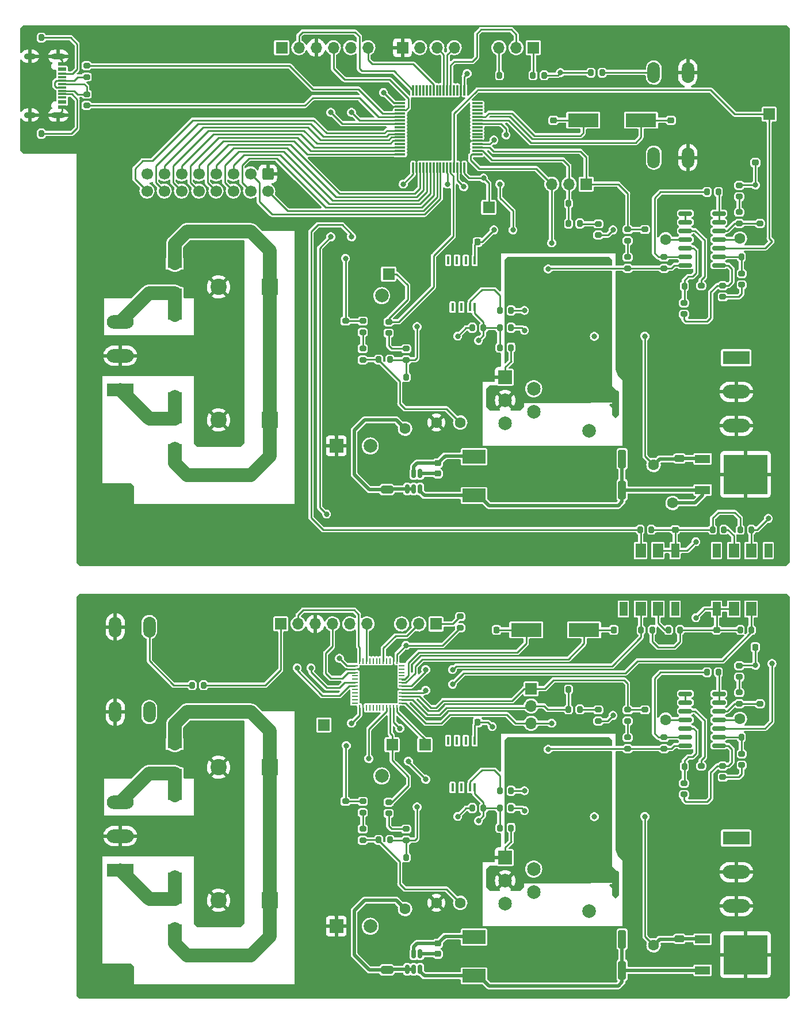
<source format=gbl>
%TF.GenerationSoftware,KiCad,Pcbnew,(6.0.7)*%
%TF.CreationDate,2022-10-24T22:46:20-04:00*%
%TF.ProjectId,LabPowerSupply,4c616250-6f77-4657-9253-7570706c792e,rev?*%
%TF.SameCoordinates,Original*%
%TF.FileFunction,Copper,L4,Bot*%
%TF.FilePolarity,Positive*%
%FSLAX46Y46*%
G04 Gerber Fmt 4.6, Leading zero omitted, Abs format (unit mm)*
G04 Created by KiCad (PCBNEW (6.0.7)) date 2022-10-24 22:46:20*
%MOMM*%
%LPD*%
G01*
G04 APERTURE LIST*
G04 Aperture macros list*
%AMRoundRect*
0 Rectangle with rounded corners*
0 $1 Rounding radius*
0 $2 $3 $4 $5 $6 $7 $8 $9 X,Y pos of 4 corners*
0 Add a 4 corners polygon primitive as box body*
4,1,4,$2,$3,$4,$5,$6,$7,$8,$9,$2,$3,0*
0 Add four circle primitives for the rounded corners*
1,1,$1+$1,$2,$3*
1,1,$1+$1,$4,$5*
1,1,$1+$1,$6,$7*
1,1,$1+$1,$8,$9*
0 Add four rect primitives between the rounded corners*
20,1,$1+$1,$2,$3,$4,$5,0*
20,1,$1+$1,$4,$5,$6,$7,0*
20,1,$1+$1,$6,$7,$8,$9,0*
20,1,$1+$1,$8,$9,$2,$3,0*%
G04 Aperture macros list end*
%TA.AperFunction,ComponentPad*%
%ADD10C,1.600000*%
%TD*%
%TA.AperFunction,ComponentPad*%
%ADD11R,1.700000X1.700000*%
%TD*%
%TA.AperFunction,ComponentPad*%
%ADD12O,1.700000X1.700000*%
%TD*%
%TA.AperFunction,ComponentPad*%
%ADD13R,3.960000X1.980000*%
%TD*%
%TA.AperFunction,ComponentPad*%
%ADD14O,3.960000X1.980000*%
%TD*%
%TA.AperFunction,ComponentPad*%
%ADD15R,2.400000X2.400000*%
%TD*%
%TA.AperFunction,ComponentPad*%
%ADD16C,2.400000*%
%TD*%
%TA.AperFunction,ComponentPad*%
%ADD17R,2.000000X2.000000*%
%TD*%
%TA.AperFunction,ComponentPad*%
%ADD18C,2.000000*%
%TD*%
%TA.AperFunction,ComponentPad*%
%ADD19O,1.850000X3.048000*%
%TD*%
%TA.AperFunction,ComponentPad*%
%ADD20R,1.995000X1.995000*%
%TD*%
%TA.AperFunction,ComponentPad*%
%ADD21C,1.995000*%
%TD*%
%TA.AperFunction,ComponentPad*%
%ADD22RoundRect,0.250000X-0.600000X0.600000X-0.600000X-0.600000X0.600000X-0.600000X0.600000X0.600000X0*%
%TD*%
%TA.AperFunction,ComponentPad*%
%ADD23C,1.700000*%
%TD*%
%TA.AperFunction,SMDPad,CuDef*%
%ADD24RoundRect,0.250000X-0.650000X0.325000X-0.650000X-0.325000X0.650000X-0.325000X0.650000X0.325000X0*%
%TD*%
%TA.AperFunction,SMDPad,CuDef*%
%ADD25RoundRect,0.225000X-0.250000X0.225000X-0.250000X-0.225000X0.250000X-0.225000X0.250000X0.225000X0*%
%TD*%
%TA.AperFunction,SMDPad,CuDef*%
%ADD26RoundRect,0.200000X0.275000X-0.200000X0.275000X0.200000X-0.275000X0.200000X-0.275000X-0.200000X0*%
%TD*%
%TA.AperFunction,SMDPad,CuDef*%
%ADD27RoundRect,0.200000X0.200000X0.275000X-0.200000X0.275000X-0.200000X-0.275000X0.200000X-0.275000X0*%
%TD*%
%TA.AperFunction,SMDPad,CuDef*%
%ADD28R,2.100000X1.400000*%
%TD*%
%TA.AperFunction,SMDPad,CuDef*%
%ADD29RoundRect,0.250000X-0.325000X-1.100000X0.325000X-1.100000X0.325000X1.100000X-0.325000X1.100000X0*%
%TD*%
%TA.AperFunction,SMDPad,CuDef*%
%ADD30RoundRect,0.200000X-0.200000X-0.275000X0.200000X-0.275000X0.200000X0.275000X-0.200000X0.275000X0*%
%TD*%
%TA.AperFunction,SMDPad,CuDef*%
%ADD31RoundRect,0.200000X-0.275000X0.200000X-0.275000X-0.200000X0.275000X-0.200000X0.275000X0.200000X0*%
%TD*%
%TA.AperFunction,SMDPad,CuDef*%
%ADD32RoundRect,0.075000X0.700000X0.075000X-0.700000X0.075000X-0.700000X-0.075000X0.700000X-0.075000X0*%
%TD*%
%TA.AperFunction,SMDPad,CuDef*%
%ADD33RoundRect,0.075000X0.075000X0.700000X-0.075000X0.700000X-0.075000X-0.700000X0.075000X-0.700000X0*%
%TD*%
%TA.AperFunction,SMDPad,CuDef*%
%ADD34R,0.400000X1.200000*%
%TD*%
%TA.AperFunction,SMDPad,CuDef*%
%ADD35R,1.170000X2.000000*%
%TD*%
%TA.AperFunction,SMDPad,CuDef*%
%ADD36R,1.520000X2.000000*%
%TD*%
%TA.AperFunction,SMDPad,CuDef*%
%ADD37RoundRect,0.225000X0.250000X-0.225000X0.250000X0.225000X-0.250000X0.225000X-0.250000X-0.225000X0*%
%TD*%
%TA.AperFunction,SMDPad,CuDef*%
%ADD38R,2.200000X1.200000*%
%TD*%
%TA.AperFunction,SMDPad,CuDef*%
%ADD39R,6.400000X5.800000*%
%TD*%
%TA.AperFunction,SMDPad,CuDef*%
%ADD40R,3.400000X2.000000*%
%TD*%
%TA.AperFunction,SMDPad,CuDef*%
%ADD41RoundRect,0.250000X0.475000X-0.250000X0.475000X0.250000X-0.475000X0.250000X-0.475000X-0.250000X0*%
%TD*%
%TA.AperFunction,SMDPad,CuDef*%
%ADD42RoundRect,0.225000X-0.225000X-0.250000X0.225000X-0.250000X0.225000X0.250000X-0.225000X0.250000X0*%
%TD*%
%TA.AperFunction,SMDPad,CuDef*%
%ADD43RoundRect,0.225000X0.225000X0.250000X-0.225000X0.250000X-0.225000X-0.250000X0.225000X-0.250000X0*%
%TD*%
%TA.AperFunction,SMDPad,CuDef*%
%ADD44RoundRect,0.150000X0.825000X0.150000X-0.825000X0.150000X-0.825000X-0.150000X0.825000X-0.150000X0*%
%TD*%
%TA.AperFunction,SMDPad,CuDef*%
%ADD45R,4.500000X2.000000*%
%TD*%
%TA.AperFunction,SMDPad,CuDef*%
%ADD46RoundRect,0.062500X0.375000X0.062500X-0.375000X0.062500X-0.375000X-0.062500X0.375000X-0.062500X0*%
%TD*%
%TA.AperFunction,SMDPad,CuDef*%
%ADD47RoundRect,0.062500X0.062500X0.375000X-0.062500X0.375000X-0.062500X-0.375000X0.062500X-0.375000X0*%
%TD*%
%TA.AperFunction,SMDPad,CuDef*%
%ADD48R,5.600000X5.600000*%
%TD*%
%TA.AperFunction,SMDPad,CuDef*%
%ADD49RoundRect,0.150000X0.150000X-0.512500X0.150000X0.512500X-0.150000X0.512500X-0.150000X-0.512500X0*%
%TD*%
%TA.AperFunction,SMDPad,CuDef*%
%ADD50R,1.160000X0.600000*%
%TD*%
%TA.AperFunction,SMDPad,CuDef*%
%ADD51R,1.160000X0.300000*%
%TD*%
%TA.AperFunction,ComponentPad*%
%ADD52O,2.000000X0.900000*%
%TD*%
%TA.AperFunction,ComponentPad*%
%ADD53O,1.700000X0.900000*%
%TD*%
%TA.AperFunction,ViaPad*%
%ADD54C,0.800000*%
%TD*%
%TA.AperFunction,ViaPad*%
%ADD55C,2.000000*%
%TD*%
%TA.AperFunction,ViaPad*%
%ADD56C,1.600000*%
%TD*%
%TA.AperFunction,Conductor*%
%ADD57C,0.250000*%
%TD*%
%TA.AperFunction,Conductor*%
%ADD58C,2.000000*%
%TD*%
%TA.AperFunction,Conductor*%
%ADD59C,0.500000*%
%TD*%
G04 APERTURE END LIST*
D10*
%TO.P,C2_SVR1,1*%
%TO.N,/Channel Power Supply 1/Linear Voltage Regulator /Linear Input*%
X101219000Y-89789000D03*
%TO.P,C2_SVR1,2*%
%TO.N,GND1*%
X97719000Y-89789000D03*
%TD*%
D11*
%TO.P,J_Boot1,1,Pin_1*%
%TO.N,Net-(J_Boot1-Pad1)*%
X111974000Y-34671000D03*
D12*
%TO.P,J_Boot1,2,Pin_2*%
%TO.N,Net-(J_Boot1-Pad2)*%
X109434000Y-34671000D03*
%TO.P,J_Boot1,3,Pin_3*%
%TO.N,Net-(J_Boot1-Pad3)*%
X106894000Y-34671000D03*
%TD*%
D11*
%TO.P,ADC342_1,1,Pin_1*%
%TO.N,/Channel Power Supply 1/ADC 2*%
X119746000Y-54737000D03*
D12*
%TO.P,ADC342_1,2,Pin_2*%
%TO.N,/Channel Power Supply 1/ADC 4*%
X117206000Y-54737000D03*
%TO.P,ADC342_1,3,Pin_3*%
%TO.N,/Channel Power Supply 1/ADC 3*%
X114666000Y-54737000D03*
%TD*%
D13*
%TO.P,Output1,1,Pin_1*%
%TO.N,Net-(F_CS1-Pad2)*%
X141839000Y-80264000D03*
D14*
%TO.P,Output1,2,Pin_2*%
%TO.N,GND1*%
X141839000Y-85264000D03*
%TO.P,Output1,3,Pin_3*%
X141839000Y-90264000D03*
%TD*%
D11*
%TO.P,D1_2,1,Pin_1*%
%TO.N,/Channel Power Supply 2/DAC 1*%
X91186000Y-137160000D03*
%TD*%
D15*
%TO.P,C1_BR2,1*%
%TO.N,VDD*%
X73152000Y-140462000D03*
D16*
%TO.P,C1_BR2,2*%
%TO.N,GND2*%
X65652000Y-140462000D03*
%TD*%
D11*
%TO.P,D2_2,1,Pin_1*%
%TO.N,/Channel Power Supply 2/DAC 2*%
X81153000Y-134239000D03*
%TD*%
%TO.P,J_Boot2,1,Pin_1*%
%TO.N,Net-(J_Boot2-Pad1)*%
X97648000Y-119405000D03*
D12*
%TO.P,J_Boot2,2,Pin_2*%
%TO.N,Net-(J_Boot2-Pad2)*%
X95108000Y-119405000D03*
%TO.P,J_Boot2,3,Pin_3*%
%TO.N,Net-(J_Boot2-Pad3)*%
X92568000Y-119405000D03*
%TD*%
D15*
%TO.P,C1_BR1,1*%
%TO.N,VCC*%
X73152000Y-69850000D03*
D16*
%TO.P,C1_BR1,2*%
%TO.N,GND1*%
X65652000Y-69850000D03*
%TD*%
D11*
%TO.P,ADC342_2,1,Pin_1*%
%TO.N,/Channel Power Supply 2/ADC 2*%
X111633000Y-128920000D03*
D12*
%TO.P,ADC342_2,2,Pin_2*%
%TO.N,/Channel Power Supply 2/ADC 4*%
X111633000Y-131460000D03*
%TO.P,ADC342_2,3,Pin_3*%
%TO.N,/Channel Power Supply 2/ADC 3*%
X111633000Y-134000000D03*
%TD*%
D15*
%TO.P,C2_BR2,1*%
%TO.N,VDD*%
X73152000Y-160020000D03*
D16*
%TO.P,C2_BR2,2*%
%TO.N,GND2*%
X65652000Y-160020000D03*
%TD*%
D17*
%TO.P,C5_CP2,1*%
%TO.N,GND2*%
X82976323Y-163830000D03*
D18*
%TO.P,C5_CP2,2*%
%TO.N,/Channel Power Supply 2/Charge Pump/Negative*%
X87976323Y-163830000D03*
%TD*%
D19*
%TO.P,SW_Reset1,1,1*%
%TO.N,GND1*%
X134707000Y-50837000D03*
X134707000Y-38337000D03*
%TO.P,SW_Reset1,2,2*%
%TO.N,Net-(MCU_1-Pad7)*%
X129707000Y-50837000D03*
X129707000Y-38337000D03*
%TD*%
D15*
%TO.P,C2_BR1,1*%
%TO.N,VCC*%
X73152000Y-89408000D03*
D16*
%TO.P,C2_BR1,2*%
%TO.N,GND1*%
X65652000Y-89408000D03*
%TD*%
D11*
%TO.P,D2_1,1,Pin_1*%
%TO.N,/Channel Power Supply 1/DAC 2*%
X146685000Y-44450000D03*
%TD*%
D13*
%TO.P,Input1,1,Pin_1*%
%TO.N,/Channel Power Supply 1/AC 2*%
X51191000Y-84963000D03*
D14*
%TO.P,Input1,2,Pin_2*%
%TO.N,GND1*%
X51191000Y-79963000D03*
%TO.P,Input1,3,Pin_3*%
%TO.N,/Channel Power Supply 1/AC 1*%
X51191000Y-74963000D03*
%TD*%
D20*
%TO.P,Linear2,1,NC*%
%TO.N,GND2*%
X107844000Y-153726000D03*
D21*
%TO.P,Linear2,2,SET*%
%TO.N,Net-(C4_LVR2-Pad1)*%
X112035000Y-155426000D03*
%TO.P,Linear2,3,OUT*%
%TO.N,/Channel Power Supply 2/Charge Pump/Charge*%
X107844000Y-157126000D03*
%TO.P,Linear2,4,VCONTROL*%
%TO.N,VDD*%
X112035000Y-158826000D03*
%TO.P,Linear2,5,IN*%
%TO.N,/Channel Power Supply 2/Linear Voltage Regulator /Linear Input*%
X107844000Y-160526000D03*
%TD*%
D13*
%TO.P,Input2,1,Pin_1*%
%TO.N,/Channel Power Supply 2/AC 2*%
X51191000Y-155575000D03*
D14*
%TO.P,Input2,2,Pin_2*%
%TO.N,GND2*%
X51191000Y-150575000D03*
%TO.P,Input2,3,Pin_3*%
%TO.N,/Channel Power Supply 2/AC 1*%
X51191000Y-145575000D03*
%TD*%
D10*
%TO.P,C2_SVR2,1*%
%TO.N,/Channel Power Supply 2/Linear Voltage Regulator /Linear Input*%
X101219000Y-160401000D03*
%TO.P,C2_SVR2,2*%
%TO.N,GND2*%
X97719000Y-160401000D03*
%TD*%
D17*
%TO.P,C5_CP1,1*%
%TO.N,GND1*%
X82976323Y-93218000D03*
D18*
%TO.P,C5_CP1,2*%
%TO.N,/Channel Power Supply 1/Charge Pump/Negative*%
X87976323Y-93218000D03*
%TD*%
D11*
%TO.P,A1_1,1,Pin_1*%
%TO.N,/Channel Power Supply 1/ADC 1*%
X105410000Y-58166000D03*
%TD*%
D20*
%TO.P,Linear1,1,NC*%
%TO.N,GND1*%
X107844000Y-83114000D03*
D21*
%TO.P,Linear1,2,SET*%
%TO.N,Net-(C4_LVR1-Pad1)*%
X112035000Y-84814000D03*
%TO.P,Linear1,3,OUT*%
%TO.N,/Channel Power Supply 1/Charge Pump/Charge*%
X107844000Y-86514000D03*
%TO.P,Linear1,4,VCONTROL*%
%TO.N,VCC*%
X112035000Y-88214000D03*
%TO.P,Linear1,5,IN*%
%TO.N,/Channel Power Supply 1/Linear Voltage Regulator /Linear Input*%
X107844000Y-89914000D03*
%TD*%
D11*
%TO.P,D1_1,1,Pin_1*%
%TO.N,/Channel Power Supply 1/DAC 1*%
X90678000Y-67945000D03*
%TD*%
D13*
%TO.P,Output2,1,Pin_1*%
%TO.N,Net-(F_CS2-Pad2)*%
X141839000Y-150876000D03*
D14*
%TO.P,Output2,2,Pin_2*%
%TO.N,GND2*%
X141839000Y-155876000D03*
%TO.P,Output2,3,Pin_3*%
X141839000Y-160876000D03*
%TD*%
D11*
%TO.P,J_STLink1,1,Pin_1*%
%TO.N,+3.3V*%
X74930000Y-34671000D03*
D12*
%TO.P,J_STLink1,2,Pin_2*%
%TO.N,/Primary Controller/SW_CLK*%
X77470000Y-34671000D03*
%TO.P,J_STLink1,3,Pin_3*%
%TO.N,GND1*%
X80010000Y-34671000D03*
%TO.P,J_STLink1,4,Pin_4*%
%TO.N,/Primary Controller/SW_DIO*%
X82550000Y-34671000D03*
%TO.P,J_STLink1,5,Pin_5*%
%TO.N,Net-(MCU_1-Pad7)*%
X85090000Y-34671000D03*
%TO.P,J_STLink1,6,Pin_6*%
%TO.N,/Primary Controller/SWO*%
X87630000Y-34671000D03*
%TD*%
D11*
%TO.P,A1_2,1,Pin_1*%
%TO.N,/Channel Power Supply 2/ADC 1*%
X96012000Y-137160000D03*
%TD*%
D22*
%TO.P,Front_Panel1,1,Pin_1*%
%TO.N,GND1*%
X72898000Y-53213000D03*
D23*
%TO.P,Front_Panel1,2,Pin_2*%
%TO.N,Net-(Front_Panel1-Pad2)*%
X72898000Y-55753000D03*
%TO.P,Front_Panel1,3,Pin_3*%
%TO.N,Net-(Front_Panel1-Pad3)*%
X70358000Y-53213000D03*
%TO.P,Front_Panel1,4,Pin_4*%
%TO.N,Net-(Front_Panel1-Pad4)*%
X70358000Y-55753000D03*
%TO.P,Front_Panel1,5,Pin_5*%
%TO.N,Net-(Front_Panel1-Pad5)*%
X67818000Y-53213000D03*
%TO.P,Front_Panel1,6,Pin_6*%
%TO.N,Net-(Front_Panel1-Pad6)*%
X67818000Y-55753000D03*
%TO.P,Front_Panel1,7,Pin_7*%
%TO.N,Net-(Front_Panel1-Pad7)*%
X65278000Y-53213000D03*
%TO.P,Front_Panel1,8,Pin_8*%
%TO.N,Net-(Front_Panel1-Pad8)*%
X65278000Y-55753000D03*
%TO.P,Front_Panel1,9,Pin_9*%
%TO.N,Net-(Front_Panel1-Pad9)*%
X62738000Y-53213000D03*
%TO.P,Front_Panel1,10,Pin_10*%
%TO.N,Net-(Front_Panel1-Pad10)*%
X62738000Y-55753000D03*
%TO.P,Front_Panel1,11,Pin_11*%
%TO.N,Net-(Front_Panel1-Pad11)*%
X60198000Y-53213000D03*
%TO.P,Front_Panel1,12,Pin_12*%
%TO.N,Net-(Front_Panel1-Pad12)*%
X60198000Y-55753000D03*
%TO.P,Front_Panel1,13,Pin_13*%
%TO.N,Net-(Front_Panel1-Pad13)*%
X57658000Y-53213000D03*
%TO.P,Front_Panel1,14,Pin_14*%
%TO.N,Net-(Front_Panel1-Pad14)*%
X57658000Y-55753000D03*
%TO.P,Front_Panel1,15,Pin_15*%
%TO.N,GND1*%
X55118000Y-53213000D03*
%TO.P,Front_Panel1,16,Pin_16*%
%TO.N,Net-(Front_Panel1-Pad16)*%
X55118000Y-55753000D03*
%TD*%
D11*
%TO.P,J_I2C1,1,Pin_1*%
%TO.N,GND1*%
X92710000Y-34671000D03*
D12*
%TO.P,J_I2C1,2,Pin_2*%
%TO.N,/Channel 1 Power Rails/5 Volts*%
X95250000Y-34671000D03*
%TO.P,J_I2C1,3,Pin_3*%
%TO.N,/Primary Controller/I2C SDA*%
X97790000Y-34671000D03*
%TO.P,J_I2C1,4,Pin_4*%
%TO.N,/Primary Controller/I2C SCL*%
X100330000Y-34671000D03*
%TD*%
D11*
%TO.P,J_STLink2,1,Pin_1*%
%TO.N,+3.3VA*%
X74803000Y-119380000D03*
D12*
%TO.P,J_STLink2,2,Pin_2*%
%TO.N,Net-(J_STLink2-Pad2)*%
X77343000Y-119380000D03*
%TO.P,J_STLink2,3,Pin_3*%
%TO.N,GND2*%
X79883000Y-119380000D03*
%TO.P,J_STLink2,4,Pin_4*%
%TO.N,Net-(J_STLink2-Pad4)*%
X82423000Y-119380000D03*
%TO.P,J_STLink2,5,Pin_5*%
%TO.N,Net-(J_STLink2-Pad5)*%
X84963000Y-119380000D03*
%TO.P,J_STLink2,6,Pin_6*%
%TO.N,Net-(J_STLink2-Pad6)*%
X87503000Y-119380000D03*
%TD*%
D19*
%TO.P,SW_Reset2,1,1*%
%TO.N,GND2*%
X50459000Y-132351000D03*
X50459000Y-119851000D03*
%TO.P,SW_Reset2,2,2*%
%TO.N,Net-(J_STLink2-Pad5)*%
X55459000Y-119851000D03*
X55459000Y-132351000D03*
%TD*%
D24*
%TO.P,C1_5V1,1*%
%TO.N,GND1*%
X90424000Y-96696000D03*
%TO.P,C1_5V1,2*%
%TO.N,VCC*%
X90424000Y-99646000D03*
%TD*%
D25*
%TO.P,C2_5V1,1*%
%TO.N,Net-(C2_5V1-Pad1)*%
X97917000Y-95745000D03*
%TO.P,C2_5V1,2*%
%TO.N,Net-(C2_5V1-Pad2)*%
X97917000Y-97295000D03*
%TD*%
D26*
%TO.P,R31_SVR1,1*%
%TO.N,/Channel Power Supply 1/Linear Voltage Regulator /Linear Input*%
X86868000Y-80581000D03*
%TO.P,R31_SVR1,2*%
%TO.N,Net-(R31_SVR1-Pad2)*%
X86868000Y-78931000D03*
%TD*%
%TO.P,R_USB2,1*%
%TO.N,Net-(MCU_1-Pad44)*%
X46228000Y-43180000D03*
%TO.P,R_USB2,2*%
%TO.N,Net-(J_USB1-PadA7)*%
X46228000Y-41530000D03*
%TD*%
%TO.P,R91_OA2,1*%
%TO.N,/Channel Power Supply 2/Differential Op-Amp Circuit/Set Voltage*%
X125857000Y-137731000D03*
%TO.P,R91_OA2,2*%
%TO.N,Net-(R91_OA2-Pad2)*%
X125857000Y-136081000D03*
%TD*%
D27*
%TO.P,R13_LVR1,1*%
%TO.N,GND1*%
X108697000Y-78767500D03*
%TO.P,R13_LVR1,2*%
%TO.N,/Channel Power Supply 1/On{slash}Off*%
X107047000Y-78767500D03*
%TD*%
D28*
%TO.P,D2_BR1,1,K*%
%TO.N,VCC*%
X59192000Y-66380000D03*
%TO.P,D2_BR1,2,A*%
%TO.N,/Channel Power Supply 1/AC 1*%
X59192000Y-70780000D03*
%TD*%
D29*
%TO.P,C3_5V2,1*%
%TO.N,GND2*%
X122096000Y-170307000D03*
%TO.P,C3_5V2,2*%
%TO.N,Net-(C1_3V2-Pad2)*%
X125046000Y-170307000D03*
%TD*%
D30*
%TO.P,R_Reset1,1*%
%TO.N,+3.3V*%
X120460000Y-38354000D03*
%TO.P,R_Reset1,2*%
%TO.N,Net-(MCU_1-Pad7)*%
X122110000Y-38354000D03*
%TD*%
D27*
%TO.P,R7_SVR2,1*%
%TO.N,GND2*%
X94932000Y-153705000D03*
%TO.P,R7_SVR2,2*%
%TO.N,/Channel Power Supply 2/Switching Voltage Regulator/FeedBack*%
X93282000Y-153705000D03*
%TD*%
D24*
%TO.P,C1_5V2,1*%
%TO.N,GND2*%
X90424000Y-167308000D03*
%TO.P,C1_5V2,2*%
%TO.N,VDD*%
X90424000Y-170258000D03*
%TD*%
D30*
%TO.P,R2_SVR1,1*%
%TO.N,/Channel Power Supply 1/Linear Voltage Regulator /Linear Input*%
X89218000Y-80518000D03*
%TO.P,R2_SVR1,2*%
%TO.N,/Channel Power Supply 1/Switching Voltage Regulator/FeedBack*%
X90868000Y-80518000D03*
%TD*%
D31*
%TO.P,R12_OA2,1*%
%TO.N,Net-(R12_OA2-Pad1)*%
X142272500Y-129477000D03*
%TO.P,R12_OA2,2*%
%TO.N,Net-(OpAmp2-Pad3)*%
X142272500Y-131127000D03*
%TD*%
D27*
%TO.P,R_Reset2,1*%
%TO.N,+3.3VA*%
X63436000Y-128397000D03*
%TO.P,R_Reset2,2*%
%TO.N,Net-(J_STLink2-Pad5)*%
X61786000Y-128397000D03*
%TD*%
D30*
%TO.P,R4_LVR2,1*%
%TO.N,Net-(Q3_LVR2-Pad1)*%
X102983000Y-146458500D03*
%TO.P,R4_LVR2,2*%
%TO.N,/Channel Power Supply 2/On{slash}Off*%
X104633000Y-146458500D03*
%TD*%
D32*
%TO.P,MCU_1,1,VLCD*%
%TO.N,unconnected-(MCU_1-Pad1)*%
X103719000Y-42859000D03*
%TO.P,MCU_1,2,PC13*%
%TO.N,unconnected-(MCU_1-Pad2)*%
X103719000Y-43359000D03*
%TO.P,MCU_1,3,PC14*%
%TO.N,unconnected-(MCU_1-Pad3)*%
X103719000Y-43859000D03*
%TO.P,MCU_1,4,PC15*%
%TO.N,unconnected-(MCU_1-Pad4)*%
X103719000Y-44359000D03*
%TO.P,MCU_1,5,PH0*%
%TO.N,Net-(C1_Y1-Pad2)*%
X103719000Y-44859000D03*
%TO.P,MCU_1,6,PH1*%
%TO.N,Net-(C2_Y1-Pad2)*%
X103719000Y-45359000D03*
%TO.P,MCU_1,7,NRST*%
%TO.N,Net-(MCU_1-Pad7)*%
X103719000Y-45859000D03*
%TO.P,MCU_1,8,PC0*%
%TO.N,unconnected-(MCU_1-Pad8)*%
X103719000Y-46359000D03*
%TO.P,MCU_1,9,PC1*%
%TO.N,unconnected-(MCU_1-Pad9)*%
X103719000Y-46859000D03*
%TO.P,MCU_1,10,PC2*%
%TO.N,unconnected-(MCU_1-Pad10)*%
X103719000Y-47359000D03*
%TO.P,MCU_1,11,PC3*%
%TO.N,unconnected-(MCU_1-Pad11)*%
X103719000Y-47859000D03*
%TO.P,MCU_1,12,VSSA*%
%TO.N,GND1*%
X103719000Y-48359000D03*
%TO.P,MCU_1,13,VDDA*%
%TO.N,+3.3V*%
X103719000Y-48859000D03*
%TO.P,MCU_1,14,PA0*%
%TO.N,/Channel Power Supply 1/ADC 2*%
X103719000Y-49359000D03*
%TO.P,MCU_1,15,PA1*%
%TO.N,/Channel Power Supply 1/ADC 4*%
X103719000Y-49859000D03*
%TO.P,MCU_1,16,PA2*%
%TO.N,/Channel Power Supply 1/ADC 3*%
X103719000Y-50359000D03*
D33*
%TO.P,MCU_1,17,PA3*%
%TO.N,/Channel Power Supply 1/ADC 1*%
X101794000Y-52284000D03*
%TO.P,MCU_1,18,VSS*%
%TO.N,GND1*%
X101294000Y-52284000D03*
%TO.P,MCU_1,19,VDD*%
%TO.N,+3.3V*%
X100794000Y-52284000D03*
%TO.P,MCU_1,20,PA4*%
%TO.N,/Channel Power Supply 1/DAC 2*%
X100294000Y-52284000D03*
%TO.P,MCU_1,21,PA5*%
%TO.N,/Channel Power Supply 1/DAC 1*%
X99794000Y-52284000D03*
%TO.P,MCU_1,22,PA6*%
%TO.N,/Channel Power Supply 1/On{slash}Off*%
X99294000Y-52284000D03*
%TO.P,MCU_1,23,PA7*%
%TO.N,unconnected-(MCU_1-Pad23)*%
X98794000Y-52284000D03*
%TO.P,MCU_1,24,PC4*%
%TO.N,Net-(Front_Panel1-Pad3)*%
X98294000Y-52284000D03*
%TO.P,MCU_1,25,PC5*%
%TO.N,Net-(Front_Panel1-Pad2)*%
X97794000Y-52284000D03*
%TO.P,MCU_1,26,PB0*%
%TO.N,Net-(Front_Panel1-Pad4)*%
X97294000Y-52284000D03*
%TO.P,MCU_1,27,PB1*%
%TO.N,Net-(Front_Panel1-Pad5)*%
X96794000Y-52284000D03*
%TO.P,MCU_1,28,PB2*%
%TO.N,Net-(Front_Panel1-Pad6)*%
X96294000Y-52284000D03*
%TO.P,MCU_1,29,PB10*%
%TO.N,Net-(Front_Panel1-Pad7)*%
X95794000Y-52284000D03*
%TO.P,MCU_1,30,PB11*%
%TO.N,Net-(Front_Panel1-Pad8)*%
X95294000Y-52284000D03*
%TO.P,MCU_1,31,VSS*%
%TO.N,GND1*%
X94794000Y-52284000D03*
%TO.P,MCU_1,32,VDD*%
%TO.N,+3.3V*%
X94294000Y-52284000D03*
D32*
%TO.P,MCU_1,33,PB12*%
%TO.N,Net-(Front_Panel1-Pad9)*%
X92369000Y-50359000D03*
%TO.P,MCU_1,34,PB13*%
%TO.N,Net-(Front_Panel1-Pad10)*%
X92369000Y-49859000D03*
%TO.P,MCU_1,35,PB14*%
%TO.N,Net-(Front_Panel1-Pad11)*%
X92369000Y-49359000D03*
%TO.P,MCU_1,36,PB15*%
%TO.N,unconnected-(MCU_1-Pad36)*%
X92369000Y-48859000D03*
%TO.P,MCU_1,37,PC6*%
%TO.N,Net-(Front_Panel1-Pad12)*%
X92369000Y-48359000D03*
%TO.P,MCU_1,38,PC7*%
%TO.N,Net-(Front_Panel1-Pad13)*%
X92369000Y-47859000D03*
%TO.P,MCU_1,39,PC8*%
%TO.N,Net-(Front_Panel1-Pad14)*%
X92369000Y-47359000D03*
%TO.P,MCU_1,40,PC9*%
%TO.N,Net-(Front_Panel1-Pad16)*%
X92369000Y-46859000D03*
%TO.P,MCU_1,41,PA8*%
%TO.N,unconnected-(MCU_1-Pad41)*%
X92369000Y-46359000D03*
%TO.P,MCU_1,42,PA9*%
%TO.N,/Optocouplers/TX1*%
X92369000Y-45859000D03*
%TO.P,MCU_1,43,PA10*%
%TO.N,/Optocouplers/RX 1*%
X92369000Y-45359000D03*
%TO.P,MCU_1,44,PA11*%
%TO.N,Net-(MCU_1-Pad44)*%
X92369000Y-44859000D03*
%TO.P,MCU_1,45,PA12*%
%TO.N,Net-(R_USB1-Pad1)*%
X92369000Y-44359000D03*
%TO.P,MCU_1,46,PA13*%
%TO.N,/Primary Controller/SW_DIO*%
X92369000Y-43859000D03*
%TO.P,MCU_1,47,VSS*%
%TO.N,GND1*%
X92369000Y-43359000D03*
%TO.P,MCU_1,48,VDD*%
%TO.N,+3.3V*%
X92369000Y-42859000D03*
D33*
%TO.P,MCU_1,49,PA14*%
%TO.N,/Primary Controller/SW_CLK*%
X94294000Y-40934000D03*
%TO.P,MCU_1,50,PA15*%
%TO.N,unconnected-(MCU_1-Pad50)*%
X94794000Y-40934000D03*
%TO.P,MCU_1,51,PC10*%
%TO.N,unconnected-(MCU_1-Pad51)*%
X95294000Y-40934000D03*
%TO.P,MCU_1,52,PC11*%
%TO.N,unconnected-(MCU_1-Pad52)*%
X95794000Y-40934000D03*
%TO.P,MCU_1,53,PC12*%
%TO.N,unconnected-(MCU_1-Pad53)*%
X96294000Y-40934000D03*
%TO.P,MCU_1,54,PD2*%
%TO.N,unconnected-(MCU_1-Pad54)*%
X96794000Y-40934000D03*
%TO.P,MCU_1,55,PB3*%
%TO.N,/Primary Controller/SWO*%
X97294000Y-40934000D03*
%TO.P,MCU_1,56,PB4*%
%TO.N,unconnected-(MCU_1-Pad56)*%
X97794000Y-40934000D03*
%TO.P,MCU_1,57,PB5*%
%TO.N,unconnected-(MCU_1-Pad57)*%
X98294000Y-40934000D03*
%TO.P,MCU_1,58,PB6*%
%TO.N,/Primary Controller/I2C SDA*%
X98794000Y-40934000D03*
%TO.P,MCU_1,59,PB7*%
%TO.N,/Primary Controller/I2C SCL*%
X99294000Y-40934000D03*
%TO.P,MCU_1,60,BOOT0*%
%TO.N,Net-(J_Boot1-Pad2)*%
X99794000Y-40934000D03*
%TO.P,MCU_1,61,PB8*%
%TO.N,unconnected-(MCU_1-Pad61)*%
X100294000Y-40934000D03*
%TO.P,MCU_1,62,PB9*%
%TO.N,unconnected-(MCU_1-Pad62)*%
X100794000Y-40934000D03*
%TO.P,MCU_1,63,VSS*%
%TO.N,GND1*%
X101294000Y-40934000D03*
%TO.P,MCU_1,64,VDD*%
%TO.N,+3.3V*%
X101794000Y-40934000D03*
%TD*%
D34*
%TO.P,Inverter2,1*%
%TO.N,/Channel Power Supply 2/On{slash}Off*%
X103345000Y-143431500D03*
%TO.P,Inverter2,2*%
%TO.N,Net-(Inverter2-Pad2)*%
X102695000Y-143431500D03*
%TO.P,Inverter2,3*%
%TO.N,GND2*%
X102045000Y-143431500D03*
%TO.P,Inverter2,4*%
%TO.N,unconnected-(Inverter2-Pad4)*%
X101395000Y-143431500D03*
%TO.P,Inverter2,5*%
%TO.N,GND2*%
X100745000Y-143431500D03*
%TO.P,Inverter2,6*%
%TO.N,unconnected-(Inverter2-Pad6)*%
X100095000Y-143431500D03*
%TO.P,Inverter2,7,GND*%
%TO.N,GND2*%
X99445000Y-143431500D03*
%TO.P,Inverter2,8*%
%TO.N,unconnected-(Inverter2-Pad8)*%
X99445000Y-136531500D03*
%TO.P,Inverter2,9*%
%TO.N,GND2*%
X100095000Y-136531500D03*
%TO.P,Inverter2,10*%
%TO.N,unconnected-(Inverter2-Pad10)*%
X100745000Y-136531500D03*
%TO.P,Inverter2,11*%
%TO.N,GND2*%
X101395000Y-136531500D03*
%TO.P,Inverter2,12*%
%TO.N,unconnected-(Inverter2-Pad12)*%
X102045000Y-136531500D03*
%TO.P,Inverter2,13*%
%TO.N,GND2*%
X102695000Y-136531500D03*
%TO.P,Inverter2,14,VCC*%
%TO.N,+3.3VA*%
X103345000Y-136531500D03*
%TD*%
D35*
%TO.P,Optocoupler1,1,NC*%
%TO.N,unconnected-(Optocoupler1-Pad1)*%
X138938000Y-108603000D03*
D36*
%TO.P,Optocoupler1,2,A*%
%TO.N,Net-(Optocoupler1-Pad2)*%
X141478000Y-108603000D03*
%TO.P,Optocoupler1,3,C*%
%TO.N,/Optocouplers/TX1*%
X144018000Y-108603000D03*
D35*
%TO.P,Optocoupler1,4*%
%TO.N,N/C*%
X146558000Y-108603000D03*
%TO.P,Optocoupler1,5,GND*%
%TO.N,GND2*%
X146558000Y-117203000D03*
D36*
%TO.P,Optocoupler1,6,VO*%
%TO.N,/Optocouplers/RX 2*%
X144018000Y-117203000D03*
%TO.P,Optocoupler1,7,EN*%
%TO.N,+3.3VA*%
X141478000Y-117203000D03*
D35*
%TO.P,Optocoupler1,8,VCC*%
X138938000Y-117203000D03*
%TD*%
D31*
%TO.P,R_USB1,1*%
%TO.N,Net-(R_USB1-Pad1)*%
X46228000Y-37339000D03*
%TO.P,R_USB1,2*%
%TO.N,Net-(J_USB1-PadA6)*%
X46228000Y-38989000D03*
%TD*%
D27*
%TO.P,R2_LVR2,1*%
%TO.N,Net-(Q1_LVR2-Pad1)*%
X108697000Y-143920500D03*
%TO.P,R2_LVR2,2*%
%TO.N,Net-(Inverter2-Pad2)*%
X107047000Y-143920500D03*
%TD*%
D28*
%TO.P,D1_BR1,1,K*%
%TO.N,/Channel Power Supply 1/AC 1*%
X59192000Y-74000000D03*
%TO.P,D1_BR1,2,A*%
%TO.N,GND1*%
X59192000Y-78400000D03*
%TD*%
D27*
%TO.P,R22_CS2,1*%
%TO.N,Net-(R21_CS2-Pad2)*%
X118808000Y-131953000D03*
%TO.P,R22_CS2,2*%
%TO.N,/Channel Power Supply 2/ADC 4*%
X117158000Y-131953000D03*
%TD*%
D30*
%TO.P,R4_LVR1,1*%
%TO.N,Net-(Q3_LVR1-Pad1)*%
X102983000Y-75846500D03*
%TO.P,R4_LVR1,2*%
%TO.N,/Channel Power Supply 1/On{slash}Off*%
X104633000Y-75846500D03*
%TD*%
D37*
%TO.P,C_OPT2,1*%
%TO.N,GND2*%
X138938000Y-121806000D03*
%TO.P,C_OPT2,2*%
%TO.N,+3.3VA*%
X138938000Y-120256000D03*
%TD*%
D27*
%TO.P,R22_CS1,1*%
%TO.N,Net-(R21_CS1-Pad2)*%
X118808000Y-60516000D03*
%TO.P,R22_CS1,2*%
%TO.N,/Channel Power Supply 1/ADC 4*%
X117158000Y-60516000D03*
%TD*%
D30*
%TO.P,R_OPT2,1*%
%TO.N,Net-(Optocoupler2-Pad2)*%
X131890000Y-120269000D03*
%TO.P,R_OPT2,2*%
%TO.N,+3.3VA*%
X133540000Y-120269000D03*
%TD*%
D26*
%TO.P,R32_SVR1,1*%
%TO.N,Net-(R31_SVR1-Pad2)*%
X86868000Y-76517000D03*
%TO.P,R32_SVR1,2*%
%TO.N,/Channel Power Supply 1/ADC 1*%
X86868000Y-74867000D03*
%TD*%
D31*
%TO.P,R10_OA2,1*%
%TO.N,/Channel Power Supply 2/ADC 2*%
X128397000Y-132017000D03*
%TO.P,R10_OA2,2*%
%TO.N,GND2*%
X128397000Y-133667000D03*
%TD*%
D37*
%TO.P,C5_SVR1,1*%
%TO.N,/Channel Power Supply 1/Differential Op-Amp Circuit/3.3 Volts*%
X144653000Y-51575000D03*
%TO.P,C5_SVR1,2*%
%TO.N,GND1*%
X144653000Y-50025000D03*
%TD*%
D31*
%TO.P,R7_OA2,1*%
%TO.N,Net-(OpAmp2-Pad9)*%
X131223500Y-136081000D03*
%TO.P,R7_OA2,2*%
%TO.N,/Channel Power Supply 2/Differential Op-Amp Circuit/Set Voltage*%
X131223500Y-137731000D03*
%TD*%
D25*
%TO.P,C2_5V2,1*%
%TO.N,Net-(C2_5V2-Pad1)*%
X97917000Y-166357000D03*
%TO.P,C2_5V2,2*%
%TO.N,Net-(C2_5V2-Pad2)*%
X97917000Y-167907000D03*
%TD*%
D27*
%TO.P,R2_Boot1,1*%
%TO.N,Net-(J_Boot1-Pad3)*%
X106997000Y-38735000D03*
%TO.P,R2_Boot1,2*%
%TO.N,GND1*%
X105347000Y-38735000D03*
%TD*%
%TO.P,R13_LVR2,1*%
%TO.N,GND2*%
X108697000Y-149379500D03*
%TO.P,R13_LVR2,2*%
%TO.N,/Channel Power Supply 2/On{slash}Off*%
X107047000Y-149379500D03*
%TD*%
D25*
%TO.P,C_OPT1,1*%
%TO.N,GND1*%
X132842000Y-104000000D03*
%TO.P,C_OPT1,2*%
%TO.N,+3.3V*%
X132842000Y-105550000D03*
%TD*%
D27*
%TO.P,R_CC2,1*%
%TO.N,Net-(J_USB1-PadB5)*%
X39560000Y-33211000D03*
%TO.P,R_CC2,2*%
%TO.N,GND1*%
X37910000Y-33211000D03*
%TD*%
D30*
%TO.P,R1_Boot1,1*%
%TO.N,Net-(J_Boot1-Pad1)*%
X111926000Y-38735000D03*
%TO.P,R1_Boot1,2*%
%TO.N,+3.3V*%
X113576000Y-38735000D03*
%TD*%
D26*
%TO.P,R11_OA2,1*%
%TO.N,GND2*%
X136684500Y-141922000D03*
%TO.P,R11_OA2,2*%
%TO.N,Net-(OpAmp2-Pad12)*%
X136684500Y-140272000D03*
%TD*%
D31*
%TO.P,R6_SVR1,1*%
%TO.N,/Channel Power Supply 1/ADC 1*%
X84328000Y-74867000D03*
%TO.P,R6_SVR1,2*%
%TO.N,GND1*%
X84328000Y-76517000D03*
%TD*%
D38*
%TO.P,U_3V1,1,VI*%
%TO.N,/Channel 1 Power Rails/5 Volts*%
X136897000Y-99688000D03*
D39*
%TO.P,U_3V1,2,GND*%
%TO.N,GND1*%
X143197000Y-97408000D03*
D38*
%TO.P,U_3V1,3,VO*%
%TO.N,+3.3V*%
X136897000Y-95128000D03*
%TD*%
D26*
%TO.P,R41_SVR2,1*%
%TO.N,Net-(R41_SVR2-Pad1)*%
X90678000Y-147256000D03*
%TO.P,R41_SVR2,2*%
%TO.N,/Channel Power Supply 2/DAC 1*%
X90678000Y-145606000D03*
%TD*%
D40*
%TO.P,L_5V1,1,1*%
%TO.N,Net-(C2_5V1-Pad1)*%
X103251000Y-94813000D03*
%TO.P,L_5V1,2,2*%
%TO.N,/Channel 1 Power Rails/5 Volts*%
X103251000Y-100513000D03*
%TD*%
D41*
%TO.P,C2_3V2,1*%
%TO.N,+3.3VA*%
X133477000Y-165669000D03*
%TO.P,C2_3V2,2*%
%TO.N,GND2*%
X133477000Y-163769000D03*
%TD*%
D26*
%TO.P,R2_OA1,1*%
%TO.N,Net-(OpAmp1-Pad3)*%
X145320500Y-60515000D03*
%TO.P,R2_OA1,2*%
%TO.N,GND1*%
X145320500Y-58865000D03*
%TD*%
D27*
%TO.P,R7_SVR1,1*%
%TO.N,GND1*%
X94932000Y-83093000D03*
%TO.P,R7_SVR1,2*%
%TO.N,/Channel Power Supply 1/Switching Voltage Regulator/FeedBack*%
X93282000Y-83093000D03*
%TD*%
D30*
%TO.P,R6_OA1,1*%
%TO.N,Net-(OpAmp1-Pad6)*%
X142590500Y-65405000D03*
%TO.P,R6_OA1,2*%
%TO.N,GND1*%
X144240500Y-65405000D03*
%TD*%
%TO.P,R6_OA2,1*%
%TO.N,Net-(OpAmp2-Pad6)*%
X142590500Y-136017000D03*
%TO.P,R6_OA2,2*%
%TO.N,GND2*%
X144240500Y-136017000D03*
%TD*%
D27*
%TO.P,R3_LVR2,1*%
%TO.N,Net-(Q2_LVR2-Pad1)*%
X108697000Y-146460500D03*
%TO.P,R3_LVR2,2*%
%TO.N,/Channel Power Supply 2/On{slash}Off*%
X107047000Y-146460500D03*
%TD*%
D30*
%TO.P,R3_CS2,1*%
%TO.N,/Channel Power Supply 2/ADC 4*%
X117158000Y-129032000D03*
%TO.P,R3_CS2,2*%
%TO.N,GND2*%
X118808000Y-129032000D03*
%TD*%
D27*
%TO.P,R2_LVR1,1*%
%TO.N,Net-(Q1_LVR1-Pad1)*%
X108697000Y-73308500D03*
%TO.P,R2_LVR1,2*%
%TO.N,Net-(Inverter1-Pad2)*%
X107047000Y-73308500D03*
%TD*%
D26*
%TO.P,R4_OA2,1*%
%TO.N,Net-(OpAmp2-Pad7)*%
X134144500Y-144462000D03*
%TO.P,R4_OA2,2*%
%TO.N,Net-(OpAmp2-Pad10)*%
X134144500Y-142812000D03*
%TD*%
D30*
%TO.P,R_OPT5,1*%
%TO.N,+3.3V*%
X142431000Y-105537000D03*
%TO.P,R_OPT5,2*%
%TO.N,/Optocouplers/TX1*%
X144081000Y-105537000D03*
%TD*%
%TO.P,R2_SVR2,1*%
%TO.N,/Channel Power Supply 2/Linear Voltage Regulator /Linear Input*%
X89218000Y-151130000D03*
%TO.P,R2_SVR2,2*%
%TO.N,/Channel Power Supply 2/Switching Voltage Regulator/FeedBack*%
X90868000Y-151130000D03*
%TD*%
D26*
%TO.P,R11_OA1,1*%
%TO.N,GND1*%
X136684500Y-71310000D03*
%TO.P,R11_OA1,2*%
%TO.N,Net-(OpAmp1-Pad12)*%
X136684500Y-69660000D03*
%TD*%
%TO.P,R41_SVR1,1*%
%TO.N,Net-(R41_SVR1-Pad1)*%
X90678000Y-76644000D03*
%TO.P,R41_SVR1,2*%
%TO.N,/Channel Power Supply 1/DAC 1*%
X90678000Y-74994000D03*
%TD*%
D42*
%TO.P,C1_Y2,1*%
%TO.N,GND2*%
X105016000Y-120269000D03*
%TO.P,C1_Y2,2*%
%TO.N,Net-(C1_Y2-Pad2)*%
X106566000Y-120269000D03*
%TD*%
D26*
%TO.P,R4_OA1,1*%
%TO.N,Net-(OpAmp1-Pad7)*%
X134144500Y-73850000D03*
%TO.P,R4_OA1,2*%
%TO.N,Net-(OpAmp1-Pad10)*%
X134144500Y-72200000D03*
%TD*%
D27*
%TO.P,R8_OA2,1*%
%TO.N,Net-(OpAmp2-Pad10)*%
X134207500Y-140335000D03*
%TO.P,R8_OA2,2*%
%TO.N,GND2*%
X132557500Y-140335000D03*
%TD*%
D26*
%TO.P,R52_OA1,1*%
%TO.N,Net-(R51_OA1-Pad2)*%
X142653500Y-69532000D03*
%TO.P,R52_OA1,2*%
%TO.N,Net-(OpAmp1-Pad6)*%
X142653500Y-67882000D03*
%TD*%
%TO.P,R21_CS1,1*%
%TO.N,/Channel Power Supply 1/Current Sense /Output*%
X121539000Y-62230000D03*
%TO.P,R21_CS1,2*%
%TO.N,Net-(R21_CS1-Pad2)*%
X121539000Y-60580000D03*
%TD*%
D31*
%TO.P,R7_OA1,1*%
%TO.N,Net-(OpAmp1-Pad9)*%
X131223500Y-65469000D03*
%TO.P,R7_OA1,2*%
%TO.N,/Channel Power Supply 1/Differential Op-Amp Circuit/Set Voltage*%
X131223500Y-67119000D03*
%TD*%
D29*
%TO.P,C1_3V1,1*%
%TO.N,GND1*%
X122096000Y-95123000D03*
%TO.P,C1_3V1,2*%
%TO.N,/Channel 1 Power Rails/5 Volts*%
X125046000Y-95123000D03*
%TD*%
D31*
%TO.P,R10_OA1,1*%
%TO.N,/Channel Power Supply 1/ADC 2*%
X128397000Y-61405000D03*
%TO.P,R10_OA1,2*%
%TO.N,GND1*%
X128397000Y-63055000D03*
%TD*%
D26*
%TO.P,R1_Boot2,1*%
%TO.N,+3.3VA*%
X101219000Y-119951000D03*
%TO.P,R1_Boot2,2*%
%TO.N,Net-(J_Boot2-Pad1)*%
X101219000Y-118301000D03*
%TD*%
%TO.P,R92_OA2,1*%
%TO.N,Net-(R91_OA2-Pad2)*%
X125857000Y-133667000D03*
%TO.P,R92_OA2,2*%
%TO.N,/Channel Power Supply 2/ADC 2*%
X125857000Y-132017000D03*
%TD*%
%TO.P,R42_SVR2,1*%
%TO.N,/Channel Power Supply 2/Switching Voltage Regulator/FeedBack*%
X93281500Y-151193000D03*
%TO.P,R42_SVR2,2*%
%TO.N,Net-(R41_SVR2-Pad1)*%
X93281500Y-149543000D03*
%TD*%
%TO.P,R91_OA1,1*%
%TO.N,/Channel Power Supply 1/Differential Op-Amp Circuit/Set Voltage*%
X125857000Y-67119000D03*
%TO.P,R91_OA1,2*%
%TO.N,Net-(R91_OA1-Pad2)*%
X125857000Y-65469000D03*
%TD*%
D42*
%TO.P,C_INV2,1*%
%TO.N,GND2*%
X102222000Y-133858000D03*
%TO.P,C_INV2,2*%
%TO.N,+3.3VA*%
X103772000Y-133858000D03*
%TD*%
D31*
%TO.P,R51_OA1,1*%
%TO.N,Net-(OpAmp1-Pad7)*%
X139859500Y-69660000D03*
%TO.P,R51_OA1,2*%
%TO.N,Net-(R51_OA1-Pad2)*%
X139859500Y-71310000D03*
%TD*%
D28*
%TO.P,D4_BR1,1,K*%
%TO.N,VCC*%
X59192000Y-93640000D03*
%TO.P,D4_BR1,2,A*%
%TO.N,/Channel Power Supply 1/AC 2*%
X59192000Y-89240000D03*
%TD*%
D35*
%TO.P,Optocoupler2,1,NC*%
%TO.N,unconnected-(Optocoupler2-Pad1)*%
X132842000Y-117203000D03*
D36*
%TO.P,Optocoupler2,2,A*%
%TO.N,Net-(Optocoupler2-Pad2)*%
X130302000Y-117203000D03*
%TO.P,Optocoupler2,3,C*%
%TO.N,/Optocouplers/TX 2*%
X127762000Y-117203000D03*
D35*
%TO.P,Optocoupler2,4*%
%TO.N,N/C*%
X125222000Y-117203000D03*
%TO.P,Optocoupler2,5,GND*%
%TO.N,GND1*%
X125222000Y-108603000D03*
D36*
%TO.P,Optocoupler2,6,VO*%
%TO.N,/Optocouplers/RX 1*%
X127762000Y-108603000D03*
%TO.P,Optocoupler2,7,EN*%
%TO.N,+3.3V*%
X130302000Y-108603000D03*
D35*
%TO.P,Optocoupler2,8,VCC*%
X132842000Y-108603000D03*
%TD*%
D28*
%TO.P,D3_BR1,1,K*%
%TO.N,/Channel Power Supply 1/AC 2*%
X59192000Y-86020000D03*
%TO.P,D3_BR1,2,A*%
%TO.N,GND1*%
X59192000Y-81620000D03*
%TD*%
D27*
%TO.P,R_OPT4,1*%
%TO.N,/Optocouplers/RX 2*%
X144081000Y-120269000D03*
%TO.P,R_OPT4,2*%
%TO.N,+3.3VA*%
X142431000Y-120269000D03*
%TD*%
D43*
%TO.P,C2_Y2,1*%
%TO.N,GND2*%
X125362000Y-120269000D03*
%TO.P,C2_Y2,2*%
%TO.N,Net-(C2_Y2-Pad2)*%
X123812000Y-120269000D03*
%TD*%
D28*
%TO.P,D2_BR2,1,K*%
%TO.N,VDD*%
X59192000Y-136992000D03*
%TO.P,D2_BR2,2,A*%
%TO.N,/Channel Power Supply 2/AC 1*%
X59192000Y-141392000D03*
%TD*%
D38*
%TO.P,U_3V2,1,VI*%
%TO.N,Net-(C1_3V2-Pad2)*%
X136897000Y-170300000D03*
D39*
%TO.P,U_3V2,2,GND*%
%TO.N,GND2*%
X143197000Y-168020000D03*
D38*
%TO.P,U_3V2,3,VO*%
%TO.N,+3.3VA*%
X136897000Y-165740000D03*
%TD*%
D26*
%TO.P,R32_SVR2,1*%
%TO.N,Net-(R31_SVR2-Pad2)*%
X86868000Y-147129000D03*
%TO.P,R32_SVR2,2*%
%TO.N,/Channel Power Supply 2/ADC 1*%
X86868000Y-145479000D03*
%TD*%
D40*
%TO.P,L_5V2,1,1*%
%TO.N,Net-(C2_5V2-Pad1)*%
X103251000Y-165425000D03*
%TO.P,L_5V2,2,2*%
%TO.N,Net-(C1_3V2-Pad2)*%
X103251000Y-171125000D03*
%TD*%
D31*
%TO.P,R12_OA1,1*%
%TO.N,Net-(R12_OA1-Pad1)*%
X142272500Y-58865000D03*
%TO.P,R12_OA1,2*%
%TO.N,Net-(OpAmp1-Pad3)*%
X142272500Y-60515000D03*
%TD*%
D26*
%TO.P,R52_OA2,1*%
%TO.N,Net-(R51_OA2-Pad2)*%
X142653500Y-140144000D03*
%TO.P,R52_OA2,2*%
%TO.N,Net-(OpAmp2-Pad6)*%
X142653500Y-138494000D03*
%TD*%
D44*
%TO.P,OpAmp1,1*%
%TO.N,Net-(OpAmp1-Pad1)*%
X139286500Y-59055000D03*
%TO.P,OpAmp1,2,-*%
X139286500Y-60325000D03*
%TO.P,OpAmp1,3,+*%
%TO.N,Net-(OpAmp1-Pad3)*%
X139286500Y-61595000D03*
%TO.P,OpAmp1,4,V+*%
%TO.N,VCC*%
X139286500Y-62865000D03*
%TO.P,OpAmp1,5,+*%
%TO.N,/Channel Power Supply 1/DAC 2*%
X139286500Y-64135000D03*
%TO.P,OpAmp1,6,-*%
%TO.N,Net-(OpAmp1-Pad6)*%
X139286500Y-65405000D03*
%TO.P,OpAmp1,7*%
%TO.N,Net-(OpAmp1-Pad7)*%
X139286500Y-66675000D03*
%TO.P,OpAmp1,8*%
%TO.N,/Channel Power Supply 1/Differential Op-Amp Circuit/Set Voltage*%
X134336500Y-66675000D03*
%TO.P,OpAmp1,9,-*%
%TO.N,Net-(OpAmp1-Pad9)*%
X134336500Y-65405000D03*
%TO.P,OpAmp1,10,+*%
%TO.N,Net-(OpAmp1-Pad10)*%
X134336500Y-64135000D03*
%TO.P,OpAmp1,11,V-*%
%TO.N,/Channel Power Supply 1/Charge Pump/Negative*%
X134336500Y-62865000D03*
%TO.P,OpAmp1,12,+*%
%TO.N,Net-(OpAmp1-Pad12)*%
X134336500Y-61595000D03*
%TO.P,OpAmp1,13,-*%
%TO.N,Net-(OpAmp1-Pad13)*%
X134336500Y-60325000D03*
%TO.P,OpAmp1,14*%
X134336500Y-59055000D03*
%TD*%
D29*
%TO.P,C3_5V1,1*%
%TO.N,GND1*%
X122096000Y-99695000D03*
%TO.P,C3_5V1,2*%
%TO.N,/Channel 1 Power Rails/5 Volts*%
X125046000Y-99695000D03*
%TD*%
D26*
%TO.P,R42_SVR1,1*%
%TO.N,/Channel Power Supply 1/Switching Voltage Regulator/FeedBack*%
X93281500Y-80581000D03*
%TO.P,R42_SVR1,2*%
%TO.N,Net-(R41_SVR1-Pad1)*%
X93281500Y-78931000D03*
%TD*%
D28*
%TO.P,D4_BR2,1,K*%
%TO.N,VDD*%
X59192000Y-164252000D03*
%TO.P,D4_BR2,2,A*%
%TO.N,/Channel Power Supply 2/AC 2*%
X59192000Y-159852000D03*
%TD*%
D30*
%TO.P,R3_CS1,1*%
%TO.N,/Channel Power Supply 1/ADC 4*%
X117158000Y-57595000D03*
%TO.P,R3_CS1,2*%
%TO.N,GND1*%
X118808000Y-57595000D03*
%TD*%
D25*
%TO.P,C2_Y1,1*%
%TO.N,GND1*%
X132207000Y-43802000D03*
%TO.P,C2_Y1,2*%
%TO.N,Net-(C2_Y1-Pad2)*%
X132207000Y-45352000D03*
%TD*%
D27*
%TO.P,R8_OA1,1*%
%TO.N,Net-(OpAmp1-Pad10)*%
X134207500Y-69723000D03*
%TO.P,R8_OA1,2*%
%TO.N,GND1*%
X132557500Y-69723000D03*
%TD*%
D42*
%TO.P,C5_SVR2,1*%
%TO.N,/Channel Power Supply 2/Differential Op-Amp Circuit/3.3 Volts*%
X144640000Y-122809000D03*
%TO.P,C5_SVR2,2*%
%TO.N,GND2*%
X146190000Y-122809000D03*
%TD*%
D29*
%TO.P,C1_3V2,1*%
%TO.N,GND2*%
X122096000Y-165735000D03*
%TO.P,C1_3V2,2*%
%TO.N,Net-(C1_3V2-Pad2)*%
X125046000Y-165735000D03*
%TD*%
D45*
%TO.P,Y2,1,1*%
%TO.N,Net-(C2_Y2-Pad2)*%
X119439000Y-120269000D03*
%TO.P,Y2,2,2*%
%TO.N,Net-(C1_Y2-Pad2)*%
X110939000Y-120269000D03*
%TD*%
D26*
%TO.P,R31_SVR2,1*%
%TO.N,/Channel Power Supply 2/Linear Voltage Regulator /Linear Input*%
X86868000Y-151193000D03*
%TO.P,R31_SVR2,2*%
%TO.N,Net-(R31_SVR2-Pad2)*%
X86868000Y-149543000D03*
%TD*%
D25*
%TO.P,C1_Y1,1*%
%TO.N,GND1*%
X114935000Y-43802000D03*
%TO.P,C1_Y1,2*%
%TO.N,Net-(C1_Y1-Pad2)*%
X114935000Y-45352000D03*
%TD*%
D26*
%TO.P,R92_OA1,1*%
%TO.N,Net-(R91_OA1-Pad2)*%
X125857000Y-63055000D03*
%TO.P,R92_OA1,2*%
%TO.N,/Channel Power Supply 1/ADC 2*%
X125857000Y-61405000D03*
%TD*%
D45*
%TO.P,Y1,1,1*%
%TO.N,Net-(C2_Y1-Pad2)*%
X127821000Y-45339000D03*
%TO.P,Y1,2,2*%
%TO.N,Net-(C1_Y1-Pad2)*%
X119321000Y-45339000D03*
%TD*%
D26*
%TO.P,R21_CS2,1*%
%TO.N,/Channel Power Supply 2/Current Sense /Output*%
X121539000Y-133667000D03*
%TO.P,R21_CS2,2*%
%TO.N,Net-(R21_CS2-Pad2)*%
X121539000Y-132017000D03*
%TD*%
%TO.P,R2_OA2,1*%
%TO.N,Net-(OpAmp2-Pad3)*%
X145320500Y-131127000D03*
%TO.P,R2_OA2,2*%
%TO.N,GND2*%
X145320500Y-129477000D03*
%TD*%
D44*
%TO.P,OpAmp2,1*%
%TO.N,Net-(OpAmp2-Pad1)*%
X139286500Y-129667000D03*
%TO.P,OpAmp2,2,-*%
X139286500Y-130937000D03*
%TO.P,OpAmp2,3,+*%
%TO.N,Net-(OpAmp2-Pad3)*%
X139286500Y-132207000D03*
%TO.P,OpAmp2,4,V+*%
%TO.N,VDD*%
X139286500Y-133477000D03*
%TO.P,OpAmp2,5,+*%
%TO.N,/Channel Power Supply 2/DAC 2*%
X139286500Y-134747000D03*
%TO.P,OpAmp2,6,-*%
%TO.N,Net-(OpAmp2-Pad6)*%
X139286500Y-136017000D03*
%TO.P,OpAmp2,7*%
%TO.N,Net-(OpAmp2-Pad7)*%
X139286500Y-137287000D03*
%TO.P,OpAmp2,8*%
%TO.N,/Channel Power Supply 2/Differential Op-Amp Circuit/Set Voltage*%
X134336500Y-137287000D03*
%TO.P,OpAmp2,9,-*%
%TO.N,Net-(OpAmp2-Pad9)*%
X134336500Y-136017000D03*
%TO.P,OpAmp2,10,+*%
%TO.N,Net-(OpAmp2-Pad10)*%
X134336500Y-134747000D03*
%TO.P,OpAmp2,11,V-*%
%TO.N,/Channel Power Supply 2/Charge Pump/Negative*%
X134336500Y-133477000D03*
%TO.P,OpAmp2,12,+*%
%TO.N,Net-(OpAmp2-Pad12)*%
X134336500Y-132207000D03*
%TO.P,OpAmp2,13,-*%
%TO.N,Net-(OpAmp2-Pad13)*%
X134336500Y-130937000D03*
%TO.P,OpAmp2,14*%
X134336500Y-129667000D03*
%TD*%
D30*
%TO.P,R_OPT1,1*%
%TO.N,+3.3V*%
X138367000Y-105537000D03*
%TO.P,R_OPT1,2*%
%TO.N,Net-(Optocoupler1-Pad2)*%
X140017000Y-105537000D03*
%TD*%
D27*
%TO.P,R_CC1,1*%
%TO.N,Net-(J_USB1-PadA5)*%
X39560000Y-47308000D03*
%TO.P,R_CC1,2*%
%TO.N,GND1*%
X37910000Y-47308000D03*
%TD*%
D31*
%TO.P,R13_OA2,1*%
%TO.N,/Channel Power Supply 2/Differential Op-Amp Circuit/3.3 Volts*%
X142272500Y-125540000D03*
%TO.P,R13_OA2,2*%
%TO.N,Net-(R12_OA2-Pad1)*%
X142272500Y-127190000D03*
%TD*%
D46*
%TO.P,MCU_2,1,VLCD*%
%TO.N,unconnected-(MCU_2-Pad1)*%
X92591500Y-125520000D03*
%TO.P,MCU_2,2,PC13*%
%TO.N,unconnected-(MCU_2-Pad2)*%
X92591500Y-126020000D03*
%TO.P,MCU_2,3,PC14*%
%TO.N,unconnected-(MCU_2-Pad3)*%
X92591500Y-126520000D03*
%TO.P,MCU_2,4,PC15*%
%TO.N,unconnected-(MCU_2-Pad4)*%
X92591500Y-127020000D03*
%TO.P,MCU_2,5,PH0*%
%TO.N,Net-(C1_Y2-Pad2)*%
X92591500Y-127520000D03*
%TO.P,MCU_2,6,PH1*%
%TO.N,Net-(C2_Y2-Pad2)*%
X92591500Y-128020000D03*
%TO.P,MCU_2,7,NRST*%
%TO.N,Net-(J_STLink2-Pad5)*%
X92591500Y-128520000D03*
%TO.P,MCU_2,8,VSSA*%
%TO.N,GND2*%
X92591500Y-129020000D03*
%TO.P,MCU_2,9,VDDA*%
%TO.N,+3.3VA*%
X92591500Y-129520000D03*
%TO.P,MCU_2,10,PA0*%
%TO.N,/Channel Power Supply 2/ADC 2*%
X92591500Y-130020000D03*
%TO.P,MCU_2,11,PA1*%
%TO.N,/Channel Power Supply 2/ADC 4*%
X92591500Y-130520000D03*
%TO.P,MCU_2,12,PA2*%
%TO.N,/Channel Power Supply 2/ADC 3*%
X92591500Y-131020000D03*
D47*
%TO.P,MCU_2,13,PA3*%
%TO.N,/Channel Power Supply 2/ADC 1*%
X91904000Y-131707500D03*
%TO.P,MCU_2,14,PA4*%
%TO.N,/Channel Power Supply 2/DAC 2*%
X91404000Y-131707500D03*
%TO.P,MCU_2,15,PA5*%
%TO.N,/Channel Power Supply 2/DAC 1*%
X90904000Y-131707500D03*
%TO.P,MCU_2,16,PA6*%
%TO.N,/Channel Power Supply 2/On{slash}Off*%
X90404000Y-131707500D03*
%TO.P,MCU_2,17,PA7*%
%TO.N,unconnected-(MCU_2-Pad17)*%
X89904000Y-131707500D03*
%TO.P,MCU_2,18,PB0*%
%TO.N,unconnected-(MCU_2-Pad18)*%
X89404000Y-131707500D03*
%TO.P,MCU_2,19,PB1*%
%TO.N,unconnected-(MCU_2-Pad19)*%
X88904000Y-131707500D03*
%TO.P,MCU_2,20,PB2*%
%TO.N,unconnected-(MCU_2-Pad20)*%
X88404000Y-131707500D03*
%TO.P,MCU_2,21,PB10*%
%TO.N,unconnected-(MCU_2-Pad21)*%
X87904000Y-131707500D03*
%TO.P,MCU_2,22,PB11*%
%TO.N,unconnected-(MCU_2-Pad22)*%
X87404000Y-131707500D03*
%TO.P,MCU_2,23,VSS*%
%TO.N,GND2*%
X86904000Y-131707500D03*
%TO.P,MCU_2,24,VDD*%
%TO.N,+3.3VA*%
X86404000Y-131707500D03*
D46*
%TO.P,MCU_2,25,PB12*%
%TO.N,unconnected-(MCU_2-Pad25)*%
X85716500Y-131020000D03*
%TO.P,MCU_2,26,PB13*%
%TO.N,unconnected-(MCU_2-Pad26)*%
X85716500Y-130520000D03*
%TO.P,MCU_2,27,PB14*%
%TO.N,unconnected-(MCU_2-Pad27)*%
X85716500Y-130020000D03*
%TO.P,MCU_2,28,PB15*%
%TO.N,unconnected-(MCU_2-Pad28)*%
X85716500Y-129520000D03*
%TO.P,MCU_2,29,PA8*%
%TO.N,unconnected-(MCU_2-Pad29)*%
X85716500Y-129020000D03*
%TO.P,MCU_2,30,PA9*%
%TO.N,/Optocouplers/TX 2*%
X85716500Y-128520000D03*
%TO.P,MCU_2,31,PA10*%
%TO.N,/Optocouplers/RX 2*%
X85716500Y-128020000D03*
%TO.P,MCU_2,32,PA11*%
%TO.N,unconnected-(MCU_2-Pad32)*%
X85716500Y-127520000D03*
%TO.P,MCU_2,33,PA12*%
%TO.N,unconnected-(MCU_2-Pad33)*%
X85716500Y-127020000D03*
%TO.P,MCU_2,34,PA13*%
%TO.N,Net-(J_STLink2-Pad4)*%
X85716500Y-126520000D03*
%TO.P,MCU_2,35,VSS*%
%TO.N,GND2*%
X85716500Y-126020000D03*
%TO.P,MCU_2,36,VDD*%
%TO.N,+3.3VA*%
X85716500Y-125520000D03*
D47*
%TO.P,MCU_2,37,PA14*%
%TO.N,Net-(J_STLink2-Pad2)*%
X86404000Y-124832500D03*
%TO.P,MCU_2,38,PA15*%
%TO.N,unconnected-(MCU_2-Pad38)*%
X86904000Y-124832500D03*
%TO.P,MCU_2,39,PB3*%
%TO.N,Net-(J_STLink2-Pad6)*%
X87404000Y-124832500D03*
%TO.P,MCU_2,40,PB4*%
%TO.N,unconnected-(MCU_2-Pad40)*%
X87904000Y-124832500D03*
%TO.P,MCU_2,41,PB5*%
%TO.N,unconnected-(MCU_2-Pad41)*%
X88404000Y-124832500D03*
%TO.P,MCU_2,42,PB6*%
%TO.N,unconnected-(MCU_2-Pad42)*%
X88904000Y-124832500D03*
%TO.P,MCU_2,43,PB7*%
%TO.N,unconnected-(MCU_2-Pad43)*%
X89404000Y-124832500D03*
%TO.P,MCU_2,44,BOOT0*%
%TO.N,Net-(J_Boot2-Pad2)*%
X89904000Y-124832500D03*
%TO.P,MCU_2,45,PB8*%
%TO.N,unconnected-(MCU_2-Pad45)*%
X90404000Y-124832500D03*
%TO.P,MCU_2,46,PB9*%
%TO.N,unconnected-(MCU_2-Pad46)*%
X90904000Y-124832500D03*
%TO.P,MCU_2,47,VSS*%
%TO.N,GND2*%
X91404000Y-124832500D03*
%TO.P,MCU_2,48,VDD*%
%TO.N,+3.3VA*%
X91904000Y-124832500D03*
D48*
%TO.P,MCU_2,49,VSS*%
%TO.N,GND2*%
X89154000Y-128270000D03*
%TD*%
D27*
%TO.P,R3_OA1,1*%
%TO.N,Net-(OpAmp1-Pad1)*%
X139211300Y-55880000D03*
%TO.P,R3_OA1,2*%
%TO.N,Net-(OpAmp1-Pad9)*%
X137561300Y-55880000D03*
%TD*%
D31*
%TO.P,R13_OA1,1*%
%TO.N,/Channel Power Supply 1/Differential Op-Amp Circuit/3.3 Volts*%
X142272500Y-54928000D03*
%TO.P,R13_OA1,2*%
%TO.N,Net-(R12_OA1-Pad1)*%
X142272500Y-56578000D03*
%TD*%
D30*
%TO.P,R_OPT6,1*%
%TO.N,/Optocouplers/TX 2*%
X127826000Y-120269000D03*
%TO.P,R_OPT6,2*%
%TO.N,+3.3VA*%
X129476000Y-120269000D03*
%TD*%
D27*
%TO.P,R3_LVR1,1*%
%TO.N,Net-(Q2_LVR1-Pad1)*%
X108697000Y-75848500D03*
%TO.P,R3_LVR1,2*%
%TO.N,/Channel Power Supply 1/On{slash}Off*%
X107047000Y-75848500D03*
%TD*%
D49*
%TO.P,U_5V2,1,FB*%
%TO.N,Net-(C1_3V2-Pad2)*%
X95311000Y-170174500D03*
%TO.P,U_5V2,2,EN*%
%TO.N,VDD*%
X94361000Y-170174500D03*
%TO.P,U_5V2,3,IN*%
X93411000Y-170174500D03*
%TO.P,U_5V2,4,GND*%
%TO.N,GND2*%
X93411000Y-167899500D03*
%TO.P,U_5V2,5,SW*%
%TO.N,Net-(C2_5V2-Pad1)*%
X94361000Y-167899500D03*
%TO.P,U_5V2,6,BST*%
%TO.N,Net-(C2_5V2-Pad2)*%
X95311000Y-167899500D03*
%TD*%
D42*
%TO.P,C_INV1,1*%
%TO.N,GND1*%
X102222000Y-63246000D03*
%TO.P,C_INV1,2*%
%TO.N,+3.3V*%
X103772000Y-63246000D03*
%TD*%
D41*
%TO.P,C2_3V1,1*%
%TO.N,+3.3V*%
X133477000Y-95057000D03*
%TO.P,C2_3V1,2*%
%TO.N,GND1*%
X133477000Y-93157000D03*
%TD*%
D27*
%TO.P,R3_OA2,1*%
%TO.N,Net-(OpAmp2-Pad1)*%
X139211300Y-126492000D03*
%TO.P,R3_OA2,2*%
%TO.N,Net-(OpAmp2-Pad9)*%
X137561300Y-126492000D03*
%TD*%
D28*
%TO.P,D1_BR2,1,K*%
%TO.N,/Channel Power Supply 2/AC 1*%
X59192000Y-144612000D03*
%TO.P,D1_BR2,2,A*%
%TO.N,GND2*%
X59192000Y-149012000D03*
%TD*%
D30*
%TO.P,R_OPT3,1*%
%TO.N,/Optocouplers/RX 1*%
X127699000Y-105537000D03*
%TO.P,R_OPT3,2*%
%TO.N,+3.3V*%
X129349000Y-105537000D03*
%TD*%
D31*
%TO.P,R6_SVR2,1*%
%TO.N,/Channel Power Supply 2/ADC 1*%
X84328000Y-145479000D03*
%TO.P,R6_SVR2,2*%
%TO.N,GND2*%
X84328000Y-147129000D03*
%TD*%
D50*
%TO.P,J_USB1,A1,GND*%
%TO.N,GND1*%
X42642000Y-43459000D03*
%TO.P,J_USB1,A4,VBUS*%
%TO.N,unconnected-(J_USB1-PadA4)*%
X42642000Y-42659000D03*
D51*
%TO.P,J_USB1,A5,CC1*%
%TO.N,Net-(J_USB1-PadA5)*%
X42642000Y-41509000D03*
%TO.P,J_USB1,A6,D+*%
%TO.N,Net-(J_USB1-PadA6)*%
X42642000Y-40509000D03*
%TO.P,J_USB1,A7,D-*%
%TO.N,Net-(J_USB1-PadA7)*%
X42642000Y-40009000D03*
%TO.P,J_USB1,A8,SBU1*%
%TO.N,unconnected-(J_USB1-PadA8)*%
X42642000Y-39009000D03*
D50*
%TO.P,J_USB1,A9,VBUS*%
%TO.N,unconnected-(J_USB1-PadA4)*%
X42642000Y-37859000D03*
%TO.P,J_USB1,A12,GND*%
%TO.N,GND1*%
X42642000Y-37059000D03*
%TO.P,J_USB1,B1,GND*%
X42642000Y-37059000D03*
%TO.P,J_USB1,B4,VBUS*%
%TO.N,unconnected-(J_USB1-PadA4)*%
X42642000Y-37859000D03*
D51*
%TO.P,J_USB1,B5,CC2*%
%TO.N,Net-(J_USB1-PadB5)*%
X42642000Y-38509000D03*
%TO.P,J_USB1,B6,D+*%
%TO.N,Net-(J_USB1-PadA6)*%
X42642000Y-39509000D03*
%TO.P,J_USB1,B7,D-*%
%TO.N,Net-(J_USB1-PadA7)*%
X42642000Y-41009000D03*
%TO.P,J_USB1,B8,SBU2*%
%TO.N,unconnected-(J_USB1-PadB8)*%
X42642000Y-42009000D03*
D50*
%TO.P,J_USB1,B9,VBUS*%
%TO.N,unconnected-(J_USB1-PadA4)*%
X42642000Y-42659000D03*
%TO.P,J_USB1,B12,GND*%
%TO.N,GND1*%
X42642000Y-43459000D03*
D52*
%TO.P,J_USB1,S1,SHIELD*%
X42062000Y-44579000D03*
X42062000Y-35939000D03*
D53*
X37892000Y-35939000D03*
X37892000Y-44579000D03*
%TD*%
D28*
%TO.P,D3_BR2,1,K*%
%TO.N,/Channel Power Supply 2/AC 2*%
X59192000Y-156632000D03*
%TO.P,D3_BR2,2,A*%
%TO.N,GND2*%
X59192000Y-152232000D03*
%TD*%
D49*
%TO.P,U_5V1,1,FB*%
%TO.N,/Channel 1 Power Rails/5 Volts*%
X95311000Y-99562500D03*
%TO.P,U_5V1,2,EN*%
%TO.N,VCC*%
X94361000Y-99562500D03*
%TO.P,U_5V1,3,IN*%
X93411000Y-99562500D03*
%TO.P,U_5V1,4,GND*%
%TO.N,GND1*%
X93411000Y-97287500D03*
%TO.P,U_5V1,5,SW*%
%TO.N,Net-(C2_5V1-Pad1)*%
X94361000Y-97287500D03*
%TO.P,U_5V1,6,BST*%
%TO.N,Net-(C2_5V1-Pad2)*%
X95311000Y-97287500D03*
%TD*%
D34*
%TO.P,Inverter1,1*%
%TO.N,/Channel Power Supply 1/On{slash}Off*%
X103345000Y-72819500D03*
%TO.P,Inverter1,2*%
%TO.N,Net-(Inverter1-Pad2)*%
X102695000Y-72819500D03*
%TO.P,Inverter1,3*%
%TO.N,GND1*%
X102045000Y-72819500D03*
%TO.P,Inverter1,4*%
%TO.N,unconnected-(Inverter1-Pad4)*%
X101395000Y-72819500D03*
%TO.P,Inverter1,5*%
%TO.N,GND1*%
X100745000Y-72819500D03*
%TO.P,Inverter1,6*%
%TO.N,unconnected-(Inverter1-Pad6)*%
X100095000Y-72819500D03*
%TO.P,Inverter1,7,GND*%
%TO.N,GND1*%
X99445000Y-72819500D03*
%TO.P,Inverter1,8*%
%TO.N,unconnected-(Inverter1-Pad8)*%
X99445000Y-65919500D03*
%TO.P,Inverter1,9*%
%TO.N,GND1*%
X100095000Y-65919500D03*
%TO.P,Inverter1,10*%
%TO.N,unconnected-(Inverter1-Pad10)*%
X100745000Y-65919500D03*
%TO.P,Inverter1,11*%
%TO.N,GND1*%
X101395000Y-65919500D03*
%TO.P,Inverter1,12*%
%TO.N,unconnected-(Inverter1-Pad12)*%
X102045000Y-65919500D03*
%TO.P,Inverter1,13*%
%TO.N,GND1*%
X102695000Y-65919500D03*
%TO.P,Inverter1,14,VCC*%
%TO.N,+3.3V*%
X103345000Y-65919500D03*
%TD*%
D31*
%TO.P,R51_OA2,1*%
%TO.N,Net-(OpAmp2-Pad7)*%
X139859500Y-140272000D03*
%TO.P,R51_OA2,2*%
%TO.N,Net-(R51_OA2-Pad2)*%
X139859500Y-141922000D03*
%TD*%
D54*
%TO.N,GND1*%
X131445000Y-74041000D03*
X145415000Y-56642000D03*
%TO.N,GND2*%
X145415000Y-127254000D03*
X131445000Y-144653000D03*
%TO.N,/Channel Power Supply 2/Charge Pump/Charge*%
X110109000Y-138430000D03*
%TO.N,/Channel Power Supply 2/DAC 2*%
X147098500Y-125222000D03*
X92329000Y-134747000D03*
D55*
%TO.N,VDD*%
X89662000Y-141732000D03*
X120191000Y-161573500D03*
D56*
X142367000Y-133350000D03*
X93091000Y-161290000D03*
D54*
%TO.N,GND2*%
X115189000Y-116459000D03*
X105791000Y-128651000D03*
X121793000Y-128905000D03*
X96139000Y-127635000D03*
X99568000Y-153289000D03*
D56*
X92329000Y-142494000D03*
D54*
X86614000Y-133985000D03*
X83439000Y-125857000D03*
X146431000Y-120269000D03*
X105918000Y-136398000D03*
X136176500Y-144018000D03*
X50927000Y-173355000D03*
X136017000Y-121920000D03*
X81534000Y-137287000D03*
X128016000Y-136525000D03*
X91821000Y-122555000D03*
X120953000Y-147729500D03*
X99568000Y-150749000D03*
X128397000Y-141986000D03*
X125095000Y-147066000D03*
D55*
X111174000Y-165002500D03*
D56*
%TO.N,GND1*%
X92202000Y-71120000D03*
D54*
X50927000Y-102743000D03*
X89916000Y-42672000D03*
X81534000Y-65659000D03*
X121793000Y-57468000D03*
X106172000Y-46863000D03*
X103124000Y-55118000D03*
X128016000Y-65913000D03*
X73279000Y-40386000D03*
X111760000Y-43307000D03*
X94234000Y-54737000D03*
X99568000Y-82677000D03*
X99568000Y-80137000D03*
X100838000Y-38481000D03*
X136176500Y-73406000D03*
X61849000Y-40386000D03*
X120953000Y-77117500D03*
X125095000Y-76454000D03*
X122555000Y-108585000D03*
D55*
X111174000Y-94390500D03*
D54*
X105918000Y-65786000D03*
X128397000Y-71374000D03*
%TO.N,+3.3VA*%
X128397000Y-147701000D03*
X85217000Y-133985000D03*
D56*
X129667000Y-166624000D03*
D54*
X93218000Y-122555000D03*
X96139000Y-129159000D03*
X105918000Y-134493000D03*
X135890000Y-118491000D03*
X83439000Y-124460000D03*
%TO.N,+3.3V*%
X101727000Y-55118000D03*
X102235000Y-38481000D03*
X89916000Y-41275000D03*
X92837000Y-54737000D03*
X106172000Y-61468000D03*
X135890000Y-107315000D03*
X128397000Y-77089000D03*
D56*
X129667000Y-96012000D03*
D54*
X106172000Y-48260000D03*
X115951000Y-38354000D03*
D56*
%TO.N,/Channel Power Supply 2/Charge Pump/Negative*%
X131445000Y-133477000D03*
%TO.N,/Channel Power Supply 1/Charge Pump/Negative*%
X131445000Y-62865000D03*
%TO.N,VCC*%
X93091000Y-90678000D03*
X142367000Y-62738000D03*
D55*
X120191000Y-90961500D03*
X89662000Y-71120000D03*
D54*
%TO.N,/Channel Power Supply 1/Charge Pump/Charge*%
X110109000Y-67818000D03*
%TO.N,/Channel Power Supply 2/Differential Op-Amp Circuit/Set Voltage*%
X114173000Y-137824500D03*
%TO.N,/Channel Power Supply 1/Differential Op-Amp Circuit/Set Voltage*%
X114173000Y-67212500D03*
D56*
%TO.N,/Channel 1 Power Rails/5 Volts*%
X132461000Y-101600000D03*
D54*
%TO.N,/Channel Power Supply 2/On{slash}Off*%
X93599000Y-139573000D03*
X103886000Y-148336000D03*
X87757000Y-139192000D03*
X96139000Y-142240000D03*
%TO.N,/Channel Power Supply 1/On{slash}Off*%
X99314000Y-54737000D03*
X108966000Y-61468000D03*
X107061000Y-54737000D03*
X103886000Y-77724000D03*
%TO.N,Net-(Q1_LVR1-Pad1)*%
X110666000Y-73306500D03*
%TO.N,/Channel Power Supply 2/Current Sense /Output*%
X123698000Y-132842000D03*
%TO.N,/Channel Power Supply 1/Current Sense /Output*%
X123698000Y-61468000D03*
%TO.N,Net-(Q1_LVR2-Pad1)*%
X110666000Y-143918500D03*
%TO.N,Net-(Q2_LVR1-Pad1)*%
X110666000Y-76227500D03*
%TO.N,/Channel Power Supply 2/Differential Op-Amp Circuit/3.3 Volts*%
X144653000Y-125476000D03*
%TO.N,/Channel Power Supply 1/Differential Op-Amp Circuit/3.3 Volts*%
X144653000Y-54864000D03*
%TO.N,/Channel Power Supply 2/ADC 1*%
X84455000Y-137287000D03*
%TO.N,/Channel Power Supply 1/ADC 1*%
X84328000Y-65659000D03*
X104648000Y-53848000D03*
%TO.N,/Channel Power Supply 2/Switching Voltage Regulator/FeedBack*%
X94869000Y-146304000D03*
%TO.N,/Channel Power Supply 1/Switching Voltage Regulator/FeedBack*%
X94869000Y-75692000D03*
%TO.N,Net-(Q2_LVR2-Pad1)*%
X110666000Y-146839500D03*
%TO.N,Net-(Q3_LVR1-Pad1)*%
X100838000Y-77089000D03*
%TO.N,Net-(Q3_LVR2-Pad1)*%
X100838000Y-147701000D03*
%TO.N,/Channel Power Supply 2/ADC 3*%
X114681000Y-133985000D03*
%TO.N,/Optocouplers/TX1*%
X81534000Y-103251000D03*
X82169000Y-44196000D03*
X146558000Y-103886000D03*
X82169000Y-62484000D03*
%TO.N,/Optocouplers/RX 1*%
X85217000Y-44196000D03*
X85217000Y-62484000D03*
%TO.N,/Optocouplers/TX 2*%
X100076000Y-126111000D03*
X77216000Y-125857000D03*
%TO.N,/Optocouplers/RX 2*%
X100076000Y-128270000D03*
X79248000Y-125857000D03*
%TO.N,/Channel Power Supply 1/ADC 3*%
X114681000Y-63373000D03*
%TO.N,Net-(MCU_1-Pad7)*%
X107950000Y-47498000D03*
%TO.N,Net-(J_STLink2-Pad5)*%
X96139000Y-126111000D03*
%TD*%
D57*
%TO.N,/Channel Power Supply 2/Current Sense /Output*%
X122873000Y-133667000D02*
X121539000Y-133667000D01*
X123698000Y-132842000D02*
X122873000Y-133667000D01*
%TO.N,/Channel Power Supply 2/DAC 2*%
X147098500Y-133731000D02*
X147098500Y-125222000D01*
X146717500Y-134112000D02*
X147098500Y-133731000D01*
X139286500Y-134747000D02*
X146082500Y-134747000D01*
X91404000Y-133822000D02*
X92329000Y-134747000D01*
X146082500Y-134747000D02*
X146717500Y-134112000D01*
X91404000Y-131707500D02*
X91404000Y-133822000D01*
%TO.N,Net-(OpAmp1-Pad1)*%
X139286500Y-55955200D02*
X139211300Y-55880000D01*
X139286500Y-60325000D02*
X139286500Y-59055000D01*
X139286500Y-59055000D02*
X139286500Y-55955200D01*
%TO.N,Net-(OpAmp1-Pad3)*%
X141574500Y-60515000D02*
X142272500Y-60515000D01*
X139286500Y-61595000D02*
X140494500Y-61595000D01*
X145320500Y-60515000D02*
X142272500Y-60515000D01*
X140494500Y-61595000D02*
X141574500Y-60515000D01*
%TO.N,/Channel Power Supply 1/DAC 2*%
X146082500Y-64135000D02*
X139286500Y-64135000D01*
X146685000Y-44450000D02*
X141605000Y-44450000D01*
X100294000Y-44359000D02*
X100294000Y-52284000D01*
X103759000Y-40894000D02*
X103632000Y-41021000D01*
X138049000Y-40894000D02*
X103759000Y-40894000D01*
X103632000Y-41021000D02*
X100294000Y-44359000D01*
X147098500Y-63119000D02*
X146082500Y-64135000D01*
X146685000Y-62705500D02*
X146685000Y-44450000D01*
X147098500Y-63119000D02*
X146685000Y-62705500D01*
X141605000Y-44450000D02*
X138049000Y-40894000D01*
%TO.N,Net-(OpAmp2-Pad6)*%
X139286500Y-136017000D02*
X142590500Y-136017000D01*
X142590500Y-138431000D02*
X142653500Y-138494000D01*
X142590500Y-136017000D02*
X142590500Y-138431000D01*
%TO.N,Net-(OpAmp2-Pad7)*%
X137573500Y-145542000D02*
X138081500Y-145034000D01*
X134398500Y-145542000D02*
X137573500Y-145542000D01*
X138081500Y-141224000D02*
X139033500Y-140272000D01*
X139859500Y-140272000D02*
X140684500Y-140272000D01*
X134144500Y-144462000D02*
X134144500Y-145288000D01*
X140685000Y-137287000D02*
X139286500Y-137287000D01*
X140684500Y-140272000D02*
X141193000Y-139763500D01*
X139033500Y-140272000D02*
X139859500Y-140272000D01*
X138081500Y-145034000D02*
X138081500Y-141224000D01*
X134144500Y-145288000D02*
X134398500Y-145542000D01*
X141193000Y-139763500D02*
X141193000Y-137795000D01*
X141193000Y-137795000D02*
X140685000Y-137287000D01*
D58*
%TO.N,VDD*%
X73152000Y-165354000D02*
X70358000Y-168148000D01*
X70358000Y-168148000D02*
X60960000Y-168148000D01*
D57*
X142240000Y-133477000D02*
X139289200Y-133477000D01*
D58*
X60960000Y-132334000D02*
X59192000Y-134102000D01*
X59192000Y-166380000D02*
X59192000Y-164252000D01*
D59*
X93411000Y-170174500D02*
X90507500Y-170174500D01*
D58*
X73152000Y-160020000D02*
X73152000Y-165354000D01*
D59*
X85598000Y-161544000D02*
X87122000Y-160020000D01*
D58*
X60960000Y-168148000D02*
X59192000Y-166380000D01*
D59*
X85598000Y-168021000D02*
X85598000Y-161544000D01*
X90507500Y-170174500D02*
X90424000Y-170258000D01*
D58*
X73152000Y-140462000D02*
X73152000Y-160020000D01*
D59*
X87835000Y-170258000D02*
X85598000Y-168021000D01*
D57*
X142367000Y-133350000D02*
X142240000Y-133477000D01*
D58*
X70358000Y-132334000D02*
X60960000Y-132334000D01*
D59*
X90424000Y-170258000D02*
X87835000Y-170258000D01*
X91821000Y-160020000D02*
X93091000Y-161290000D01*
X87122000Y-160020000D02*
X91821000Y-160020000D01*
D58*
X73152000Y-135128000D02*
X70358000Y-132334000D01*
X73152000Y-140462000D02*
X73152000Y-135128000D01*
D59*
X94361000Y-170174500D02*
X93411000Y-170174500D01*
D58*
X59192000Y-134102000D02*
X59192000Y-136992000D01*
D57*
%TO.N,GND2*%
X136684500Y-141922000D02*
X136684500Y-143510000D01*
X94754000Y-129020000D02*
X92591500Y-129020000D01*
X91404000Y-122972000D02*
X91404000Y-124832500D01*
X107844000Y-152252000D02*
X107844000Y-153726000D01*
X83602000Y-126020000D02*
X85716500Y-126020000D01*
X108712000Y-151384000D02*
X107844000Y-152252000D01*
X108697000Y-151369000D02*
X108712000Y-151384000D01*
X86614000Y-133985000D02*
X86904000Y-133695000D01*
X96139000Y-127635000D02*
X94754000Y-129020000D01*
X91821000Y-122555000D02*
X91404000Y-122972000D01*
X86904000Y-133695000D02*
X86904000Y-131707500D01*
X102695000Y-134331000D02*
X102222000Y-133858000D01*
X102695000Y-136531500D02*
X102695000Y-134331000D01*
X108697000Y-149379500D02*
X108697000Y-151369000D01*
X83439000Y-125857000D02*
X83602000Y-126020000D01*
X136684500Y-143510000D02*
X136176500Y-144018000D01*
D58*
%TO.N,/Channel Power Supply 2/AC 1*%
X59192000Y-141392000D02*
X55374000Y-141392000D01*
X55374000Y-141392000D02*
X51191000Y-145575000D01*
X59192000Y-144612000D02*
X59192000Y-141392000D01*
%TO.N,/Channel Power Supply 1/AC 1*%
X59192000Y-70780000D02*
X55374000Y-70780000D01*
X55374000Y-70780000D02*
X51191000Y-74963000D01*
X59192000Y-74000000D02*
X59192000Y-70780000D01*
D57*
%TO.N,GND1*%
X102695000Y-63719000D02*
X102222000Y-63246000D01*
X42062000Y-44579000D02*
X37892000Y-44579000D01*
X101294000Y-53288718D02*
X101294000Y-52284000D01*
X108712000Y-80772000D02*
X107844000Y-81640000D01*
X42642000Y-43999000D02*
X42062000Y-44579000D01*
X37892000Y-33229000D02*
X37892000Y-35939000D01*
X107844000Y-81640000D02*
X107844000Y-83114000D01*
X102695000Y-65919500D02*
X102695000Y-63719000D01*
X108697000Y-78767500D02*
X108697000Y-80757000D01*
X136684500Y-72898000D02*
X136176500Y-73406000D01*
X104676000Y-48359000D02*
X106172000Y-46863000D01*
X103123282Y-55118000D02*
X101294000Y-53288718D01*
X42642000Y-37059000D02*
X42642000Y-36519000D01*
X94794000Y-54177000D02*
X94794000Y-52284000D01*
X89916000Y-42672000D02*
X90603000Y-43359000D01*
X90603000Y-43359000D02*
X92369000Y-43359000D01*
X94234000Y-54737000D02*
X94794000Y-54177000D01*
X37892000Y-47290000D02*
X37892000Y-44579000D01*
X42642000Y-36519000D02*
X42062000Y-35939000D01*
X42062000Y-35939000D02*
X37892000Y-35939000D01*
X42642000Y-43459000D02*
X42642000Y-43999000D01*
X103124000Y-55118000D02*
X103123282Y-55118000D01*
X101294000Y-38937000D02*
X101294000Y-40934000D01*
X136684500Y-71310000D02*
X136684500Y-72898000D01*
X100838000Y-38481000D02*
X101294000Y-38937000D01*
X103719000Y-48359000D02*
X104676000Y-48359000D01*
D59*
%TO.N,+3.3VA*%
X130556000Y-165735000D02*
X133411000Y-165735000D01*
D57*
X86404000Y-132798000D02*
X86404000Y-131707500D01*
D59*
X133477000Y-165669000D02*
X136826000Y-165669000D01*
D57*
X129476000Y-121983000D02*
X130302000Y-122809000D01*
X129476000Y-120269000D02*
X129476000Y-121983000D01*
X133540000Y-120269000D02*
X138925000Y-120269000D01*
X138938000Y-117203000D02*
X141478000Y-117203000D01*
X132715000Y-122809000D02*
X133540000Y-121984000D01*
X138951000Y-120269000D02*
X138938000Y-120256000D01*
X105283000Y-133858000D02*
X105918000Y-134493000D01*
X95778000Y-129520000D02*
X92591500Y-129520000D01*
X103772000Y-133858000D02*
X105283000Y-133858000D01*
X91904000Y-123869000D02*
X91904000Y-124832500D01*
X142431000Y-120269000D02*
X138951000Y-120269000D01*
X130302000Y-122809000D02*
X132715000Y-122809000D01*
X128397000Y-165354000D02*
X129667000Y-166624000D01*
X138925000Y-120269000D02*
X138938000Y-120256000D01*
D59*
X136826000Y-165669000D02*
X136897000Y-165740000D01*
D57*
X74803000Y-126111000D02*
X72517000Y-128397000D01*
X128397000Y-147701000D02*
X128397000Y-165354000D01*
X138938000Y-120256000D02*
X138938000Y-117203000D01*
X74803000Y-119380000D02*
X74803000Y-126111000D01*
X103345000Y-136531500D02*
X103345000Y-134285000D01*
X137178000Y-117203000D02*
X135890000Y-118491000D01*
X138938000Y-117203000D02*
X137178000Y-117203000D01*
X85217000Y-133985000D02*
X86404000Y-132798000D01*
D59*
X133411000Y-165735000D02*
X133477000Y-165669000D01*
D57*
X84499000Y-125520000D02*
X85716500Y-125520000D01*
X93218000Y-122555000D02*
X91904000Y-123869000D01*
X93218000Y-122555000D02*
X98615000Y-122555000D01*
X96139000Y-129159000D02*
X95778000Y-129520000D01*
X83439000Y-124460000D02*
X84499000Y-125520000D01*
D59*
X129667000Y-166624000D02*
X130556000Y-165735000D01*
D57*
X103345000Y-134285000D02*
X103772000Y-133858000D01*
X72517000Y-128397000D02*
X63436000Y-128397000D01*
X133540000Y-121984000D02*
X133540000Y-120269000D01*
X98615000Y-122555000D02*
X101219000Y-119951000D01*
%TO.N,+3.3V*%
X105573000Y-48859000D02*
X106172000Y-48260000D01*
D59*
X133477000Y-95057000D02*
X136826000Y-95057000D01*
D57*
X113576000Y-38735000D02*
X115570000Y-38735000D01*
D59*
X136826000Y-95057000D02*
X136897000Y-95128000D01*
X133411000Y-95123000D02*
X133477000Y-95057000D01*
D57*
X130302000Y-108603000D02*
X132842000Y-108603000D01*
X101727000Y-55118000D02*
X100794000Y-54185000D01*
X102235000Y-38481000D02*
X101794000Y-38922000D01*
X132842000Y-105550000D02*
X129362000Y-105550000D01*
D59*
X130556000Y-95123000D02*
X133411000Y-95123000D01*
D57*
X115570000Y-38735000D02*
X115951000Y-38354000D01*
D59*
X129667000Y-96012000D02*
X130556000Y-95123000D01*
D57*
X132855000Y-105537000D02*
X132842000Y-105550000D01*
X132842000Y-108603000D02*
X134602000Y-108603000D01*
X129362000Y-105550000D02*
X129349000Y-105537000D01*
X138367000Y-105537000D02*
X132855000Y-105537000D01*
X142431000Y-105537000D02*
X142431000Y-103823000D01*
X103719000Y-48859000D02*
X105573000Y-48859000D01*
X132842000Y-105550000D02*
X132842000Y-108603000D01*
X92837000Y-54737000D02*
X94294000Y-53280000D01*
X103345000Y-65919500D02*
X103345000Y-63673000D01*
X106172000Y-61468000D02*
X104394000Y-63246000D01*
X100794000Y-54185000D02*
X100794000Y-52284000D01*
X138367000Y-103822000D02*
X138367000Y-105537000D01*
X128397000Y-77089000D02*
X128397000Y-94742000D01*
X94294000Y-53280000D02*
X94294000Y-52284000D01*
X128397000Y-94742000D02*
X129667000Y-96012000D01*
X134602000Y-108603000D02*
X135890000Y-107315000D01*
X104394000Y-63246000D02*
X103772000Y-63246000D01*
X103345000Y-63673000D02*
X103772000Y-63246000D01*
X89916000Y-41275000D02*
X91500000Y-42859000D01*
X91500000Y-42859000D02*
X92369000Y-42859000D01*
X141605000Y-102997000D02*
X139192000Y-102997000D01*
X101794000Y-38922000D02*
X101794000Y-40934000D01*
X139192000Y-102997000D02*
X138367000Y-103822000D01*
X120460000Y-38354000D02*
X115951000Y-38354000D01*
X142431000Y-103823000D02*
X141605000Y-102997000D01*
%TO.N,/Channel Power Supply 2/Charge Pump/Negative*%
X134395600Y-133477000D02*
X131445000Y-133477000D01*
%TO.N,/Channel Power Supply 1/Charge Pump/Negative*%
X134395600Y-62865000D02*
X131445000Y-62865000D01*
D58*
%TO.N,VCC*%
X70358000Y-61722000D02*
X60960000Y-61722000D01*
D59*
X87122000Y-89408000D02*
X91821000Y-89408000D01*
X87835000Y-99646000D02*
X85598000Y-97409000D01*
X90507500Y-99562500D02*
X90424000Y-99646000D01*
X85598000Y-90932000D02*
X87122000Y-89408000D01*
D58*
X60960000Y-61722000D02*
X59192000Y-63490000D01*
D59*
X85598000Y-97409000D02*
X85598000Y-90932000D01*
D58*
X73152000Y-89408000D02*
X73152000Y-94742000D01*
X73152000Y-94742000D02*
X70358000Y-97536000D01*
X59192000Y-95768000D02*
X59192000Y-93640000D01*
D57*
X142367000Y-62738000D02*
X142240000Y-62865000D01*
D58*
X73152000Y-69850000D02*
X73152000Y-89408000D01*
X60960000Y-97536000D02*
X59192000Y-95768000D01*
X73152000Y-69850000D02*
X73152000Y-64516000D01*
X70358000Y-97536000D02*
X60960000Y-97536000D01*
D59*
X94361000Y-99562500D02*
X93411000Y-99562500D01*
X93411000Y-99562500D02*
X90507500Y-99562500D01*
D58*
X59192000Y-63490000D02*
X59192000Y-66380000D01*
D59*
X91821000Y-89408000D02*
X93091000Y-90678000D01*
D58*
X73152000Y-64516000D02*
X70358000Y-61722000D01*
D57*
X142240000Y-62865000D02*
X139289200Y-62865000D01*
D59*
X90424000Y-99646000D02*
X87835000Y-99646000D01*
D57*
%TO.N,/Channel Power Supply 2/Linear Voltage Regulator /Linear Input*%
X99187000Y-158369000D02*
X101219000Y-160401000D01*
X89218000Y-151130000D02*
X86931000Y-151130000D01*
X93091000Y-158369000D02*
X99187000Y-158369000D01*
X89218000Y-151130000D02*
X89218000Y-151194000D01*
X92329000Y-154305000D02*
X92329000Y-157607000D01*
X92329000Y-157607000D02*
X93091000Y-158369000D01*
X89218000Y-151194000D02*
X92329000Y-154305000D01*
X86931000Y-151130000D02*
X86868000Y-151193000D01*
%TO.N,/Channel Power Supply 1/Linear Voltage Regulator /Linear Input*%
X92329000Y-83693000D02*
X92329000Y-86995000D01*
X89218000Y-80582000D02*
X92329000Y-83693000D01*
X92329000Y-86995000D02*
X93091000Y-87757000D01*
X99187000Y-87757000D02*
X101219000Y-89789000D01*
X86931000Y-80518000D02*
X86868000Y-80581000D01*
X89218000Y-80518000D02*
X86931000Y-80518000D01*
X93091000Y-87757000D02*
X99187000Y-87757000D01*
X89218000Y-80518000D02*
X89218000Y-80582000D01*
D58*
%TO.N,/Channel Power Supply 2/AC 2*%
X59192000Y-159852000D02*
X59192000Y-156632000D01*
X55468000Y-159852000D02*
X51191000Y-155575000D01*
X59192000Y-159852000D02*
X55468000Y-159852000D01*
%TO.N,/Channel Power Supply 1/AC 2*%
X59192000Y-89240000D02*
X55468000Y-89240000D01*
X55468000Y-89240000D02*
X51191000Y-84963000D01*
X59192000Y-89240000D02*
X59192000Y-86020000D01*
D57*
%TO.N,/Channel Power Supply 2/Differential Op-Amp Circuit/Set Voltage*%
X131223500Y-137731000D02*
X125857000Y-137731000D01*
X132303500Y-137731000D02*
X131223500Y-137731000D01*
X132747500Y-137287000D02*
X132303500Y-137731000D01*
X134336500Y-137287000D02*
X132747500Y-137287000D01*
X114266500Y-137731000D02*
X114173000Y-137824500D01*
X125857000Y-137731000D02*
X114266500Y-137731000D01*
%TO.N,Net-(OpAmp1-Pad6)*%
X142590500Y-67819000D02*
X142653500Y-67882000D01*
X139286500Y-65405000D02*
X142590500Y-65405000D01*
X142590500Y-65405000D02*
X142590500Y-67819000D01*
%TO.N,Net-(OpAmp1-Pad7)*%
X138081500Y-70612000D02*
X139033500Y-69660000D01*
X141193000Y-69151500D02*
X141193000Y-67183000D01*
X134144500Y-74676000D02*
X134398500Y-74930000D01*
X140684500Y-69660000D02*
X141193000Y-69151500D01*
X139033500Y-69660000D02*
X139859500Y-69660000D01*
X139859500Y-69660000D02*
X140684500Y-69660000D01*
X141193000Y-67183000D02*
X140685000Y-66675000D01*
X137573500Y-74930000D02*
X138081500Y-74422000D01*
X140685000Y-66675000D02*
X139286500Y-66675000D01*
X134398500Y-74930000D02*
X137573500Y-74930000D01*
X134144500Y-73850000D02*
X134144500Y-74676000D01*
X138081500Y-74422000D02*
X138081500Y-70612000D01*
%TO.N,/Channel Power Supply 1/Differential Op-Amp Circuit/Set Voltage*%
X132303500Y-67119000D02*
X131223500Y-67119000D01*
X125857000Y-67119000D02*
X114266500Y-67119000D01*
X134336500Y-66675000D02*
X132747500Y-66675000D01*
X131223500Y-67119000D02*
X125857000Y-67119000D01*
X132747500Y-66675000D02*
X132303500Y-67119000D01*
X114266500Y-67119000D02*
X114173000Y-67212500D01*
%TO.N,Net-(OpAmp1-Pad9)*%
X130398500Y-65469000D02*
X129826500Y-64897000D01*
X129826500Y-64897000D02*
X129826500Y-56769000D01*
X130715500Y-55880000D02*
X137561300Y-55880000D01*
X129826500Y-56769000D02*
X130715500Y-55880000D01*
X131223500Y-65469000D02*
X130398500Y-65469000D01*
X131287500Y-65405000D02*
X131223500Y-65469000D01*
X134336500Y-65405000D02*
X131287500Y-65405000D01*
%TO.N,Net-(OpAmp1-Pad10)*%
X134207500Y-68898000D02*
X134207500Y-69723000D01*
X135541500Y-64135000D02*
X135922500Y-64516000D01*
X134779500Y-68326000D02*
X134207500Y-68898000D01*
X135922500Y-64516000D02*
X135922500Y-67818000D01*
X135414500Y-68326000D02*
X134779500Y-68326000D01*
X135922500Y-67818000D02*
X135414500Y-68326000D01*
X134207500Y-72137000D02*
X134144500Y-72200000D01*
X134207500Y-69723000D02*
X134207500Y-72137000D01*
X134336500Y-64135000D02*
X135541500Y-64135000D01*
D59*
%TO.N,/Channel 1 Power Rails/5 Volts*%
X128416000Y-99695000D02*
X128423000Y-99688000D01*
X125046000Y-99695000D02*
X128416000Y-99695000D01*
X95311000Y-99883000D02*
X95941000Y-100513000D01*
X103942000Y-100386000D02*
X103251000Y-100386000D01*
X135763000Y-101600000D02*
X132461000Y-101600000D01*
X128423000Y-99688000D02*
X136897000Y-99688000D01*
X125046000Y-99695000D02*
X125046000Y-95123000D01*
X95941000Y-100513000D02*
X103251000Y-100513000D01*
X136897000Y-99688000D02*
X136897000Y-100466000D01*
X105410000Y-101981000D02*
X103942000Y-100513000D01*
X124460000Y-101981000D02*
X105410000Y-101981000D01*
X103942000Y-100513000D02*
X103251000Y-100513000D01*
X136897000Y-100466000D02*
X135763000Y-101600000D01*
X125046000Y-101395000D02*
X124460000Y-101981000D01*
X95311000Y-99883000D02*
X95311000Y-99562500D01*
X125046000Y-99695000D02*
X125046000Y-101395000D01*
D57*
%TO.N,Net-(Front_Panel1-Pad2)*%
X97794000Y-52284000D02*
X97794000Y-56638000D01*
X95758000Y-58674000D02*
X75819000Y-58674000D01*
X97794000Y-56638000D02*
X95758000Y-58674000D01*
X75819000Y-58674000D02*
X72898000Y-55753000D01*
%TO.N,Net-(Front_Panel1-Pad3)*%
X95980250Y-59182000D02*
X73533000Y-59182000D01*
X98294000Y-52284000D02*
X98294000Y-56868250D01*
X71628000Y-57277000D02*
X71628000Y-54483000D01*
X73533000Y-59182000D02*
X71628000Y-57277000D01*
X98294000Y-56868250D02*
X95980250Y-59182000D01*
X71628000Y-54483000D02*
X70358000Y-53213000D01*
%TO.N,Net-(Front_Panel1-Pad4)*%
X81407000Y-58166000D02*
X74168000Y-50927000D01*
X69088000Y-51943000D02*
X69088000Y-54483000D01*
X69088000Y-54483000D02*
X70358000Y-55753000D01*
X70104000Y-50927000D02*
X69088000Y-51943000D01*
X97294000Y-52284000D02*
X97294000Y-56376000D01*
X74168000Y-50927000D02*
X70104000Y-50927000D01*
X97294000Y-56376000D02*
X95504000Y-58166000D01*
X95504000Y-58166000D02*
X81407000Y-58166000D01*
%TO.N,Net-(Front_Panel1-Pad6)*%
X68580000Y-49911000D02*
X66548000Y-51943000D01*
X82423000Y-57150000D02*
X75184000Y-49911000D01*
X66548000Y-54483000D02*
X67818000Y-55753000D01*
X96294000Y-55852000D02*
X94996000Y-57150000D01*
X94996000Y-57150000D02*
X82423000Y-57150000D01*
X75184000Y-49911000D02*
X68580000Y-49911000D01*
X96294000Y-52284000D02*
X96294000Y-55852000D01*
X66548000Y-51943000D02*
X66548000Y-54483000D01*
%TO.N,Net-(Front_Panel1-Pad5)*%
X74676000Y-50419000D02*
X69342000Y-50419000D01*
X81915000Y-57658000D02*
X74676000Y-50419000D01*
X95250000Y-57658000D02*
X81915000Y-57658000D01*
X96794000Y-52284000D02*
X96794000Y-56114000D01*
X96794000Y-56114000D02*
X95250000Y-57658000D01*
X69342000Y-50419000D02*
X67818000Y-51943000D01*
X67818000Y-51943000D02*
X67818000Y-53213000D01*
%TO.N,Net-(Front_Panel1-Pad8)*%
X67056000Y-48895000D02*
X64008000Y-51943000D01*
X83439000Y-56134000D02*
X76200000Y-48895000D01*
X76200000Y-48895000D02*
X67056000Y-48895000D01*
X95294000Y-55359750D02*
X94519750Y-56134000D01*
X64008000Y-51943000D02*
X64008000Y-54483000D01*
X94519750Y-56134000D02*
X83439000Y-56134000D01*
X95294000Y-52284000D02*
X95294000Y-55359750D01*
X64008000Y-54483000D02*
X65278000Y-55753000D01*
%TO.N,Net-(Front_Panel1-Pad9)*%
X92369000Y-50359000D02*
X78680000Y-50359000D01*
X78680000Y-50359000D02*
X76708000Y-48387000D01*
X62738000Y-52006500D02*
X62738000Y-53213000D01*
X76708000Y-48387000D02*
X66357500Y-48387000D01*
X66357500Y-48387000D02*
X62738000Y-52006500D01*
%TO.N,Net-(Front_Panel1-Pad10)*%
X61468000Y-54483000D02*
X62738000Y-55753000D01*
X92369000Y-49859000D02*
X79196000Y-49859000D01*
X79196000Y-49859000D02*
X77216000Y-47879000D01*
X65659000Y-47879000D02*
X61468000Y-52070000D01*
X77216000Y-47879000D02*
X65659000Y-47879000D01*
X61468000Y-52070000D02*
X61468000Y-54483000D01*
%TO.N,Net-(Front_Panel1-Pad11)*%
X77724000Y-47371000D02*
X64897000Y-47371000D01*
X60198000Y-52070000D02*
X60198000Y-53213000D01*
X64897000Y-47371000D02*
X60198000Y-52070000D01*
X79712000Y-49359000D02*
X77724000Y-47371000D01*
X92369000Y-49359000D02*
X79712000Y-49359000D01*
%TO.N,Net-(Front_Panel1-Pad13)*%
X78740000Y-46355000D02*
X63373000Y-46355000D01*
X91079000Y-47859000D02*
X90678000Y-48260000D01*
X63373000Y-46355000D02*
X57658000Y-52070000D01*
X57658000Y-52070000D02*
X57658000Y-53213000D01*
X92369000Y-47859000D02*
X91079000Y-47859000D01*
X90678000Y-48260000D02*
X80645000Y-48260000D01*
X80645000Y-48260000D02*
X78740000Y-46355000D01*
%TO.N,Net-(Front_Panel1-Pad14)*%
X90753500Y-47359000D02*
X90360500Y-47752000D01*
X56388000Y-52070000D02*
X56388000Y-54483000D01*
X79184500Y-45847000D02*
X62611000Y-45847000D01*
X62611000Y-45847000D02*
X56388000Y-52070000D01*
X92369000Y-47359000D02*
X90753500Y-47359000D01*
X90360500Y-47752000D02*
X81089500Y-47752000D01*
X81089500Y-47752000D02*
X79184500Y-45847000D01*
X56388000Y-54483000D02*
X57658000Y-55753000D01*
%TO.N,Net-(Front_Panel1-Pad7)*%
X65278000Y-51943000D02*
X65278000Y-53213000D01*
X94742000Y-56642000D02*
X82931000Y-56642000D01*
X82931000Y-56642000D02*
X75692000Y-49403000D01*
X67818000Y-49403000D02*
X65278000Y-51943000D01*
X95794000Y-52284000D02*
X95794000Y-55590000D01*
X95794000Y-55590000D02*
X94742000Y-56642000D01*
X75692000Y-49403000D02*
X67818000Y-49403000D01*
%TO.N,/Channel Power Supply 2/On{slash}Off*%
X103345000Y-144344500D02*
X104633000Y-145632500D01*
X104633000Y-146458500D02*
X104633000Y-147589000D01*
X90404000Y-132227000D02*
X90404000Y-131707500D01*
X87757000Y-134874000D02*
X90404000Y-132227000D01*
X87757000Y-139192000D02*
X87757000Y-134874000D01*
X96139000Y-142240000D02*
X93599000Y-139700000D01*
X93599000Y-139700000D02*
X93599000Y-139573000D01*
X107045000Y-146458500D02*
X107047000Y-146460500D01*
X104633000Y-145632500D02*
X104633000Y-146458500D01*
X104633000Y-146458500D02*
X107045000Y-146458500D01*
X107047000Y-146460500D02*
X107047000Y-149379500D01*
X103345000Y-143431500D02*
X103345000Y-144344500D01*
X104633000Y-147589000D02*
X103886000Y-148336000D01*
%TO.N,/Channel Power Supply 1/On{slash}Off*%
X108966000Y-58674000D02*
X108966000Y-61468000D01*
X99314000Y-53144006D02*
X99294000Y-53124006D01*
X107047000Y-75848500D02*
X107047000Y-78767500D01*
X104633000Y-75020500D02*
X104633000Y-75846500D01*
X104633000Y-76977000D02*
X103886000Y-77724000D01*
X103345000Y-72819500D02*
X103345000Y-73732500D01*
X107061000Y-56769000D02*
X108966000Y-58674000D01*
X107061000Y-54737000D02*
X107061000Y-56769000D01*
X99314000Y-54737000D02*
X99314000Y-53144006D01*
X99294000Y-53124006D02*
X99294000Y-52284000D01*
X103345000Y-73732500D02*
X104633000Y-75020500D01*
X107045000Y-75846500D02*
X107047000Y-75848500D01*
X104633000Y-75846500D02*
X104633000Y-76977000D01*
X104633000Y-75846500D02*
X107045000Y-75846500D01*
%TO.N,Net-(J_Boot1-Pad2)*%
X99794000Y-40934000D02*
X99794000Y-37239000D01*
X103632000Y-32639000D02*
X104267000Y-32004000D01*
X104267000Y-32004000D02*
X108712000Y-32004000D01*
X108712000Y-32004000D02*
X109434000Y-32726000D01*
X103632000Y-36068000D02*
X103632000Y-32639000D01*
X100330000Y-36703000D02*
X102997000Y-36703000D01*
X109434000Y-32726000D02*
X109434000Y-34671000D01*
X99794000Y-37239000D02*
X100330000Y-36703000D01*
X102997000Y-36703000D02*
X103632000Y-36068000D01*
%TO.N,Net-(J_Boot1-Pad3)*%
X106894000Y-38632000D02*
X106894000Y-34671000D01*
X106997000Y-38735000D02*
X106894000Y-38632000D01*
%TO.N,Net-(J_Boot2-Pad2)*%
X89904000Y-122948000D02*
X89904000Y-124832500D01*
X95108000Y-119405000D02*
X93355000Y-121158000D01*
X91694000Y-121158000D02*
X89904000Y-122948000D01*
X93355000Y-121158000D02*
X91694000Y-121158000D01*
%TO.N,Net-(Front_Panel1-Pad12)*%
X64135000Y-46863000D02*
X58928000Y-52070000D01*
X58928000Y-52070000D02*
X58928000Y-54483000D01*
X80105250Y-48768000D02*
X78200250Y-46863000D01*
X92369000Y-48359000D02*
X91341000Y-48359000D01*
X78200250Y-46863000D02*
X64135000Y-46863000D01*
X58928000Y-54483000D02*
X60198000Y-55753000D01*
X90932000Y-48768000D02*
X80105250Y-48768000D01*
X91341000Y-48359000D02*
X90932000Y-48768000D01*
%TO.N,Net-(Front_Panel1-Pad16)*%
X92369000Y-46859000D02*
X90428000Y-46859000D01*
X79629000Y-45339000D02*
X61849000Y-45339000D01*
X90428000Y-46859000D02*
X90043000Y-47244000D01*
X54483000Y-51308000D02*
X53340000Y-52451000D01*
X90043000Y-47244000D02*
X81534000Y-47244000D01*
X55880000Y-51308000D02*
X54483000Y-51308000D01*
X53340000Y-53975000D02*
X55118000Y-55753000D01*
X53340000Y-52451000D02*
X53340000Y-53975000D01*
X81534000Y-47244000D02*
X79629000Y-45339000D01*
X61849000Y-45339000D02*
X55880000Y-51308000D01*
%TO.N,/Primary Controller/I2C SCL*%
X99294000Y-40934000D02*
X99294000Y-35707000D01*
X99294000Y-35707000D02*
X100330000Y-34671000D01*
%TO.N,/Primary Controller/I2C SDA*%
X98794000Y-35675000D02*
X97790000Y-34671000D01*
X98794000Y-40934000D02*
X98794000Y-35675000D01*
%TO.N,Net-(J_USB1-PadA5)*%
X44005000Y-47308000D02*
X39560000Y-47308000D01*
X44831000Y-42291000D02*
X44831000Y-46482000D01*
X44049000Y-41509000D02*
X44831000Y-42291000D01*
X44831000Y-46482000D02*
X44005000Y-47308000D01*
X42642000Y-41509000D02*
X44049000Y-41509000D01*
%TO.N,Net-(J_USB1-PadA6)*%
X44895000Y-38989000D02*
X46228000Y-38989000D01*
X41762978Y-40509000D02*
X41529000Y-40275022D01*
X41789745Y-39509000D02*
X42642000Y-39509000D01*
X42642000Y-40509000D02*
X41762978Y-40509000D01*
X44375000Y-39509000D02*
X44895000Y-38989000D01*
X41529000Y-40275022D02*
X41529000Y-39769745D01*
X41529000Y-39769745D02*
X41789745Y-39509000D01*
X42642000Y-39509000D02*
X44375000Y-39509000D01*
%TO.N,Net-(J_USB1-PadA7)*%
X44374000Y-41009000D02*
X42642000Y-41009000D01*
X46228000Y-41530000D02*
X44895000Y-41530000D01*
X42642000Y-40009000D02*
X45851000Y-40009000D01*
X44895000Y-41530000D02*
X44374000Y-41009000D01*
X46228000Y-40386000D02*
X46228000Y-41530000D01*
X45851000Y-40009000D02*
X46228000Y-40386000D01*
%TO.N,Net-(J_USB1-PadB5)*%
X43879000Y-33211000D02*
X39560000Y-33211000D01*
X44831000Y-37846000D02*
X44831000Y-34163000D01*
X44831000Y-34163000D02*
X43879000Y-33211000D01*
X44168000Y-38509000D02*
X44831000Y-37846000D01*
X42642000Y-38509000D02*
X44168000Y-38509000D01*
%TO.N,Net-(Q1_LVR1-Pad1)*%
X110664000Y-73308500D02*
X110666000Y-73306500D01*
X108697000Y-73308500D02*
X110664000Y-73308500D01*
%TO.N,/Channel Power Supply 1/Current Sense /Output*%
X122936000Y-62230000D02*
X123698000Y-61468000D01*
X121539000Y-62230000D02*
X122936000Y-62230000D01*
%TO.N,Net-(Q1_LVR2-Pad1)*%
X110664000Y-143920500D02*
X110666000Y-143918500D01*
X108697000Y-143920500D02*
X110664000Y-143920500D01*
%TO.N,Net-(Q2_LVR1-Pad1)*%
X110287000Y-75848500D02*
X110666000Y-76227500D01*
X108697000Y-75848500D02*
X110287000Y-75848500D01*
%TO.N,/Channel Power Supply 2/Differential Op-Amp Circuit/3.3 Volts*%
X144640000Y-122809000D02*
X144640000Y-125463000D01*
X144640000Y-125463000D02*
X144653000Y-125476000D01*
X142336500Y-125476000D02*
X142272500Y-125540000D01*
X144653000Y-125476000D02*
X142336500Y-125476000D01*
%TO.N,Net-(OpAmp2-Pad1)*%
X139286500Y-126567200D02*
X139211300Y-126492000D01*
X139286500Y-129667000D02*
X139286500Y-126567200D01*
X139286500Y-130937000D02*
X139286500Y-129667000D01*
%TO.N,/Channel Power Supply 1/Differential Op-Amp Circuit/3.3 Volts*%
X144653000Y-51575000D02*
X144653000Y-54864000D01*
X144653000Y-54864000D02*
X142336500Y-54864000D01*
X142336500Y-54864000D02*
X142272500Y-54928000D01*
%TO.N,Net-(OpAmp2-Pad3)*%
X141574500Y-131127000D02*
X142272500Y-131127000D01*
X140494500Y-132207000D02*
X141574500Y-131127000D01*
X139286500Y-132207000D02*
X140494500Y-132207000D01*
X145320500Y-131127000D02*
X142272500Y-131127000D01*
%TO.N,/Channel Power Supply 2/ADC 1*%
X84455000Y-137287000D02*
X84328000Y-137414000D01*
X84328000Y-145479000D02*
X86868000Y-145479000D01*
X91904000Y-131707500D02*
X91904000Y-132290000D01*
X84328000Y-137414000D02*
X84328000Y-145479000D01*
X96012000Y-136398000D02*
X96012000Y-137160000D01*
X91904000Y-132290000D02*
X96012000Y-136398000D01*
%TO.N,/Channel Power Supply 2/ADC 2*%
X96901000Y-131699000D02*
X97663000Y-131699000D01*
X125857000Y-128143000D02*
X125857000Y-132017000D01*
X95222000Y-130020000D02*
X96901000Y-131699000D01*
X110602000Y-128920000D02*
X111633000Y-128920000D01*
X125349000Y-127635000D02*
X125857000Y-128143000D01*
X111633000Y-128920000D02*
X113650000Y-128920000D01*
X98679000Y-130683000D02*
X108839000Y-130683000D01*
X97663000Y-131699000D02*
X98679000Y-130683000D01*
X113650000Y-128920000D02*
X114935000Y-127635000D01*
X108839000Y-130683000D02*
X110602000Y-128920000D01*
X92591500Y-130020000D02*
X95222000Y-130020000D01*
X125857000Y-132017000D02*
X128397000Y-132017000D01*
X114935000Y-127635000D02*
X125349000Y-127635000D01*
%TO.N,/Channel Power Supply 2/ADC 4*%
X111633000Y-131460000D02*
X113553000Y-131460000D01*
X94198000Y-130520000D02*
X96393000Y-132715000D01*
X113553000Y-131460000D02*
X114046000Y-131953000D01*
X96393000Y-132715000D02*
X98171000Y-132715000D01*
X92591500Y-130520000D02*
X94198000Y-130520000D01*
X111394000Y-131699000D02*
X111633000Y-131460000D01*
X99187000Y-131699000D02*
X111394000Y-131699000D01*
X117158000Y-131953000D02*
X117158000Y-129032000D01*
X114046000Y-131953000D02*
X117158000Y-131953000D01*
X98171000Y-132715000D02*
X99187000Y-131699000D01*
%TO.N,/Channel Power Supply 1/ADC 1*%
X84328000Y-74867000D02*
X86868000Y-74867000D01*
X104648000Y-53848000D02*
X102489000Y-53848000D01*
X84328000Y-65659000D02*
X84328000Y-74867000D01*
X101794000Y-53153000D02*
X101794000Y-52284000D01*
X105410000Y-54610000D02*
X105410000Y-58166000D01*
X102489000Y-53848000D02*
X101794000Y-53153000D01*
X104648000Y-53848000D02*
X105410000Y-54610000D01*
%TO.N,/Channel Power Supply 1/ADC 2*%
X105556500Y-49359000D02*
X106108500Y-49911000D01*
X119746000Y-54737000D02*
X124460000Y-54737000D01*
X124460000Y-54737000D02*
X125857000Y-56134000D01*
X118872000Y-49911000D02*
X119746000Y-50785000D01*
X125857000Y-61405000D02*
X128397000Y-61405000D01*
X106108500Y-49911000D02*
X118872000Y-49911000D01*
X119746000Y-50785000D02*
X119746000Y-54737000D01*
X125857000Y-56134000D02*
X125857000Y-61405000D01*
X103719000Y-49359000D02*
X105556500Y-49359000D01*
%TO.N,/Channel Power Supply 1/ADC 4*%
X104559006Y-49859000D02*
X105881006Y-51181000D01*
X103719000Y-49859000D02*
X104559006Y-49859000D01*
X117158000Y-57595000D02*
X117206000Y-57547000D01*
X117158000Y-60516000D02*
X117158000Y-57595000D01*
X117206000Y-57547000D02*
X117206000Y-54737000D01*
X105881006Y-51181000D02*
X116332000Y-51181000D01*
X116332000Y-51181000D02*
X117206000Y-52055000D01*
X117206000Y-52055000D02*
X117206000Y-54737000D01*
%TO.N,/Channel Power Supply 2/Switching Voltage Regulator/FeedBack*%
X94869000Y-146304000D02*
X94869000Y-150876000D01*
X93281500Y-153704500D02*
X93282000Y-153705000D01*
X94869000Y-150876000D02*
X94552000Y-151193000D01*
X90931000Y-151193000D02*
X90868000Y-151130000D01*
X94552000Y-151193000D02*
X93281500Y-151193000D01*
X93281500Y-151193000D02*
X93281500Y-153704500D01*
X93281500Y-151193000D02*
X90931000Y-151193000D01*
%TO.N,/Channel Power Supply 1/Switching Voltage Regulator/FeedBack*%
X93281500Y-80581000D02*
X93281500Y-83092500D01*
X94869000Y-80264000D02*
X94552000Y-80581000D01*
X93281500Y-83092500D02*
X93282000Y-83093000D01*
X94869000Y-75692000D02*
X94869000Y-80264000D01*
X90931000Y-80581000D02*
X90868000Y-80518000D01*
X94552000Y-80581000D02*
X93281500Y-80581000D01*
X93281500Y-80581000D02*
X90931000Y-80581000D01*
%TO.N,Net-(OpAmp2-Pad9)*%
X131223500Y-136081000D02*
X130398500Y-136081000D01*
X130715500Y-126492000D02*
X137561300Y-126492000D01*
X134336500Y-136017000D02*
X131287500Y-136017000D01*
X129826500Y-127381000D02*
X130715500Y-126492000D01*
X129826500Y-135509000D02*
X129826500Y-127381000D01*
X131287500Y-136017000D02*
X131223500Y-136081000D01*
X130398500Y-136081000D02*
X129826500Y-135509000D01*
%TO.N,Net-(OpAmp2-Pad10)*%
X135541500Y-134747000D02*
X135922500Y-135128000D01*
X134779500Y-138938000D02*
X134207500Y-139510000D01*
X135922500Y-138430000D02*
X135414500Y-138938000D01*
X135922500Y-135128000D02*
X135922500Y-138430000D01*
X135414500Y-138938000D02*
X134779500Y-138938000D01*
X134336500Y-134747000D02*
X135541500Y-134747000D01*
X134207500Y-142749000D02*
X134144500Y-142812000D01*
X134207500Y-140335000D02*
X134207500Y-142749000D01*
X134207500Y-139510000D02*
X134207500Y-140335000D01*
%TO.N,/Channel Power Supply 2/DAC 1*%
X93599000Y-143129000D02*
X93599000Y-141859000D01*
X91186000Y-139446000D02*
X91186000Y-137160000D01*
X91186000Y-135763000D02*
X91186000Y-137160000D01*
X90678000Y-145606000D02*
X91122000Y-145606000D01*
X91122000Y-145606000D02*
X93599000Y-143129000D01*
X90904000Y-135481000D02*
X91186000Y-135763000D01*
X93599000Y-141859000D02*
X91186000Y-139446000D01*
X90904000Y-131707500D02*
X90904000Y-135481000D01*
%TO.N,/Channel Power Supply 1/DAC 1*%
X100203000Y-58674000D02*
X100203000Y-62357000D01*
X91821000Y-67945000D02*
X90678000Y-67945000D01*
X97282000Y-65278000D02*
X97282000Y-69850000D01*
X90678000Y-74994000D02*
X90678000Y-74485500D01*
X100203000Y-53533685D02*
X100203000Y-58674000D01*
X97282000Y-69850000D02*
X92138000Y-74994000D01*
X90678000Y-74485500D02*
X93472000Y-71691500D01*
X93472000Y-71691500D02*
X93472000Y-69596000D01*
X99794000Y-52284000D02*
X99794000Y-53124685D01*
X99794000Y-53124685D02*
X100203000Y-53533685D01*
X100203000Y-62357000D02*
X97282000Y-65278000D01*
X93472000Y-69596000D02*
X91821000Y-67945000D01*
X92138000Y-74994000D02*
X90678000Y-74994000D01*
%TO.N,Net-(Q2_LVR2-Pad1)*%
X108697000Y-146460500D02*
X110287000Y-146460500D01*
X110287000Y-146460500D02*
X110666000Y-146839500D01*
%TO.N,Net-(Q3_LVR1-Pad1)*%
X102983000Y-75846500D02*
X102080500Y-75846500D01*
X102080500Y-75846500D02*
X100838000Y-77089000D01*
%TO.N,Net-(Q3_LVR2-Pad1)*%
X102983000Y-146458500D02*
X102080500Y-146458500D01*
X102080500Y-146458500D02*
X100838000Y-147701000D01*
%TO.N,/Primary Controller/SW_CLK*%
X86741000Y-38100000D02*
X86360000Y-37719000D01*
X94294000Y-40934000D02*
X91460000Y-38100000D01*
X86360000Y-37719000D02*
X86360000Y-33020000D01*
X86360000Y-33020000D02*
X85725000Y-32385000D01*
X85725000Y-32385000D02*
X77978000Y-32385000D01*
X77978000Y-32385000D02*
X77470000Y-32893000D01*
X77470000Y-32893000D02*
X77470000Y-34671000D01*
X91460000Y-38100000D02*
X86741000Y-38100000D01*
%TO.N,/Primary Controller/SW_DIO*%
X84201000Y-39370000D02*
X82550000Y-37719000D01*
X93599000Y-42164000D02*
X90805000Y-39370000D01*
X82550000Y-37719000D02*
X82550000Y-34671000D01*
X90805000Y-39370000D02*
X84201000Y-39370000D01*
X92369000Y-43859000D02*
X93209685Y-43859000D01*
X93209685Y-43859000D02*
X93599000Y-43469685D01*
X93599000Y-43469685D02*
X93599000Y-42164000D01*
%TO.N,/Channel Power Supply 2/ADC 3*%
X98425000Y-133985000D02*
X99695000Y-132715000D01*
X109362000Y-134000000D02*
X111633000Y-134000000D01*
X96139000Y-133985000D02*
X98425000Y-133985000D01*
X111633000Y-134000000D02*
X114666000Y-134000000D01*
X108077000Y-132715000D02*
X109362000Y-134000000D01*
X92591500Y-131020000D02*
X93174000Y-131020000D01*
X93174000Y-131020000D02*
X96139000Y-133985000D01*
X114666000Y-134000000D02*
X114681000Y-133985000D01*
X99695000Y-132715000D02*
X108077000Y-132715000D01*
%TO.N,/Optocouplers/TX1*%
X144018000Y-108603000D02*
X144018000Y-105600000D01*
X80518000Y-64135000D02*
X82169000Y-62484000D01*
X81534000Y-103251000D02*
X80518000Y-102235000D01*
X82169000Y-44196000D02*
X83832000Y-45859000D01*
X83832000Y-45859000D02*
X92369000Y-45859000D01*
X80518000Y-102235000D02*
X80518000Y-64135000D01*
X144018000Y-105600000D02*
X144081000Y-105537000D01*
X144081000Y-105537000D02*
X144907000Y-105537000D01*
X144907000Y-105537000D02*
X146558000Y-103886000D01*
%TO.N,/Optocouplers/RX 1*%
X85217000Y-44196000D02*
X86380000Y-45359000D01*
X85217000Y-62103000D02*
X85217000Y-62484000D01*
X79248000Y-61722000D02*
X80264000Y-60706000D01*
X83820000Y-60706000D02*
X85217000Y-62103000D01*
X127762000Y-105600000D02*
X127762000Y-108603000D01*
X80264000Y-60706000D02*
X83820000Y-60706000D01*
X127699000Y-105537000D02*
X127762000Y-105600000D01*
X79248000Y-103759000D02*
X79248000Y-61722000D01*
X81026000Y-105537000D02*
X79248000Y-103759000D01*
X86380000Y-45359000D02*
X92369000Y-45359000D01*
X127699000Y-105537000D02*
X81026000Y-105537000D01*
%TO.N,/Optocouplers/TX 2*%
X77216000Y-126238000D02*
X80899000Y-129921000D01*
X100584000Y-125603000D02*
X100076000Y-126111000D01*
X127826000Y-121348000D02*
X123571000Y-125603000D01*
X127762000Y-117203000D02*
X127762000Y-120205000D01*
X83439000Y-129921000D02*
X84840000Y-128520000D01*
X84840000Y-128520000D02*
X85716500Y-128520000D01*
X127762000Y-120205000D02*
X127826000Y-120269000D01*
X123571000Y-125603000D02*
X114808000Y-125603000D01*
X114808000Y-125603000D02*
X100584000Y-125603000D01*
X80899000Y-129921000D02*
X83439000Y-129921000D01*
X127826000Y-120269000D02*
X127826000Y-121348000D01*
X77216000Y-125857000D02*
X77216000Y-126238000D01*
%TO.N,/Optocouplers/RX 2*%
X144081000Y-120269000D02*
X144018000Y-120206000D01*
X121539000Y-126619000D02*
X114808000Y-126619000D01*
X101727000Y-126619000D02*
X100076000Y-128270000D01*
X139827000Y-124841000D02*
X127254000Y-124841000D01*
X81534000Y-128778000D02*
X83439000Y-128778000D01*
X79248000Y-126492000D02*
X81534000Y-128778000D01*
X144081000Y-120269000D02*
X144081000Y-120587000D01*
X84197000Y-128020000D02*
X85716500Y-128020000D01*
X125476000Y-126619000D02*
X121539000Y-126619000D01*
X144081000Y-120587000D02*
X139827000Y-124841000D01*
X83439000Y-128778000D02*
X84197000Y-128020000D01*
X79248000Y-125857000D02*
X79248000Y-126492000D01*
X127254000Y-124841000D02*
X125476000Y-126619000D01*
X144018000Y-120206000D02*
X144018000Y-117203000D01*
X114808000Y-126619000D02*
X101727000Y-126619000D01*
%TO.N,/Channel Power Supply 1/ADC 3*%
X102743000Y-51181000D02*
X104013000Y-52451000D01*
X114666000Y-63358000D02*
X114681000Y-63373000D01*
X104013000Y-52451000D02*
X112380000Y-52451000D01*
X102743000Y-50546000D02*
X102743000Y-51181000D01*
X102930000Y-50359000D02*
X102743000Y-50546000D01*
X112380000Y-52451000D02*
X114666000Y-54737000D01*
X114666000Y-54737000D02*
X114666000Y-63358000D01*
X103719000Y-50359000D02*
X102930000Y-50359000D01*
%TO.N,Net-(C1_Y2-Pad2)*%
X95123000Y-123571000D02*
X109601000Y-123571000D01*
X110939000Y-122233000D02*
X110939000Y-120269000D01*
X92641500Y-127570000D02*
X93027604Y-127570000D01*
X106566000Y-120269000D02*
X110939000Y-120269000D01*
X109601000Y-123571000D02*
X110939000Y-122233000D01*
X93599000Y-125095000D02*
X95123000Y-123571000D01*
X92591500Y-127520000D02*
X92641500Y-127570000D01*
X93027604Y-127570000D02*
X93599000Y-126998604D01*
X93599000Y-126998604D02*
X93599000Y-125095000D01*
%TO.N,Net-(C2_Y2-Pad2)*%
X93214000Y-128020000D02*
X94615000Y-126619000D01*
X94615000Y-125603000D02*
X95631000Y-124587000D01*
X95631000Y-124587000D02*
X117094000Y-124587000D01*
X123812000Y-120269000D02*
X119439000Y-120269000D01*
X119439000Y-122242000D02*
X119439000Y-120269000D01*
X94615000Y-126619000D02*
X94615000Y-125603000D01*
X117094000Y-124587000D02*
X119439000Y-122242000D01*
X92591500Y-128020000D02*
X93214000Y-128020000D01*
%TO.N,Net-(J_STLink2-Pad6)*%
X87404000Y-119479000D02*
X87503000Y-119380000D01*
X87404000Y-124832500D02*
X87404000Y-119479000D01*
%TO.N,Net-(C1_Y1-Pad2)*%
X108839000Y-44323000D02*
X112141000Y-47625000D01*
X104874000Y-44859000D02*
X105410000Y-44323000D01*
X114948000Y-45339000D02*
X119321000Y-45339000D01*
X103719000Y-44859000D02*
X104874000Y-44859000D01*
X119321000Y-47176000D02*
X119321000Y-45339000D01*
X112141000Y-47625000D02*
X118872000Y-47625000D01*
X118872000Y-47625000D02*
X119321000Y-47176000D01*
X105410000Y-44323000D02*
X108839000Y-44323000D01*
%TO.N,Net-(C2_Y1-Pad2)*%
X127821000Y-47820000D02*
X127821000Y-45339000D01*
X111633000Y-48641000D02*
X127000000Y-48641000D01*
X108351000Y-45359000D02*
X111633000Y-48641000D01*
X132194000Y-45339000D02*
X127821000Y-45339000D01*
X103719000Y-45359000D02*
X108351000Y-45359000D01*
X127000000Y-48641000D02*
X127821000Y-47820000D01*
%TO.N,Net-(Inverter1-Pad2)*%
X102695000Y-71969500D02*
X104406000Y-70258500D01*
X104406000Y-70258500D02*
X106221000Y-70258500D01*
X106221000Y-70258500D02*
X107047000Y-71084500D01*
X107047000Y-71084500D02*
X107047000Y-73308500D01*
X102695000Y-72819500D02*
X102695000Y-71969500D01*
%TO.N,Net-(Inverter2-Pad2)*%
X106221000Y-140870500D02*
X107047000Y-141696500D01*
X102695000Y-142581500D02*
X104406000Y-140870500D01*
X104406000Y-140870500D02*
X106221000Y-140870500D01*
X102695000Y-143431500D02*
X102695000Y-142581500D01*
X107047000Y-141696500D02*
X107047000Y-143920500D01*
%TO.N,Net-(OpAmp1-Pad12)*%
X135795500Y-61595000D02*
X137192500Y-62992000D01*
X136684500Y-68834000D02*
X136684500Y-69660000D01*
X137192500Y-62992000D02*
X137192500Y-68326000D01*
X134336500Y-61595000D02*
X135795500Y-61595000D01*
X137192500Y-68326000D02*
X136684500Y-68834000D01*
D59*
%TO.N,Net-(C2_5V1-Pad1)*%
X98976000Y-94686000D02*
X103251000Y-94686000D01*
X94361000Y-97287500D02*
X94361000Y-96266000D01*
X97917000Y-95745000D02*
X98976000Y-94686000D01*
X94361000Y-96266000D02*
X94882000Y-95745000D01*
X94882000Y-95745000D02*
X97917000Y-95745000D01*
D57*
%TO.N,Net-(OpAmp2-Pad12)*%
X134336500Y-132207000D02*
X135795500Y-132207000D01*
X135795500Y-132207000D02*
X137192500Y-133604000D01*
X137192500Y-133604000D02*
X137192500Y-138938000D01*
X136684500Y-139446000D02*
X136684500Y-140272000D01*
X137192500Y-138938000D02*
X136684500Y-139446000D01*
%TO.N,Net-(OpAmp2-Pad13)*%
X134336500Y-130937000D02*
X134336500Y-129667000D01*
D59*
%TO.N,Net-(C2_5V1-Pad2)*%
X95311000Y-97287500D02*
X97909500Y-97287500D01*
X97909500Y-97287500D02*
X97917000Y-97295000D01*
D57*
%TO.N,Net-(OpAmp1-Pad13)*%
X134336500Y-60325000D02*
X134336500Y-59055000D01*
%TO.N,Net-(J_Boot1-Pad1)*%
X111974000Y-34671000D02*
X111974000Y-38687000D01*
X111974000Y-38687000D02*
X111926000Y-38735000D01*
%TO.N,Net-(J_Boot2-Pad1)*%
X100115000Y-119405000D02*
X97648000Y-119405000D01*
X101219000Y-118301000D02*
X100115000Y-119405000D01*
D59*
%TO.N,Net-(C2_5V2-Pad1)*%
X94882000Y-166357000D02*
X97917000Y-166357000D01*
X97917000Y-166357000D02*
X98976000Y-165298000D01*
X98976000Y-165298000D02*
X103251000Y-165298000D01*
X94361000Y-166878000D02*
X94882000Y-166357000D01*
X94361000Y-167899500D02*
X94361000Y-166878000D01*
D57*
%TO.N,Net-(R21_CS1-Pad2)*%
X121539000Y-60580000D02*
X118872000Y-60580000D01*
%TO.N,Net-(R21_CS2-Pad2)*%
X121539000Y-132017000D02*
X118872000Y-132017000D01*
X118872000Y-132017000D02*
X118808000Y-131953000D01*
%TO.N,Net-(R31_SVR1-Pad2)*%
X86868000Y-78931000D02*
X86868000Y-76517000D01*
%TO.N,Net-(R31_SVR2-Pad2)*%
X86868000Y-149543000D02*
X86868000Y-147129000D01*
%TO.N,Net-(R41_SVR1-Pad1)*%
X93281500Y-78931000D02*
X91123000Y-78931000D01*
X90678000Y-78486000D02*
X90678000Y-76644000D01*
X91123000Y-78931000D02*
X90678000Y-78486000D01*
%TO.N,Net-(R41_SVR2-Pad1)*%
X90678000Y-149098000D02*
X90678000Y-147256000D01*
X93281500Y-149543000D02*
X91123000Y-149543000D01*
X91123000Y-149543000D02*
X90678000Y-149098000D01*
%TO.N,Net-(R51_OA1-Pad2)*%
X142653500Y-69532000D02*
X142653500Y-70866000D01*
X142653500Y-70866000D02*
X142209500Y-71310000D01*
X142209500Y-71310000D02*
X139859500Y-71310000D01*
%TO.N,Net-(R51_OA2-Pad2)*%
X142209500Y-141922000D02*
X139859500Y-141922000D01*
X142653500Y-141478000D02*
X142209500Y-141922000D01*
X142653500Y-140144000D02*
X142653500Y-141478000D01*
%TO.N,Net-(R91_OA1-Pad2)*%
X125857000Y-65469000D02*
X125857000Y-63055000D01*
%TO.N,Net-(R91_OA2-Pad2)*%
X125857000Y-136081000D02*
X125857000Y-133667000D01*
D59*
%TO.N,Net-(C2_5V2-Pad2)*%
X97909500Y-167899500D02*
X97917000Y-167907000D01*
X95311000Y-167899500D02*
X97909500Y-167899500D01*
D57*
%TO.N,Net-(R12_OA1-Pad1)*%
X142272500Y-58865000D02*
X142272500Y-56578000D01*
%TO.N,Net-(R12_OA2-Pad1)*%
X142272500Y-129477000D02*
X142272500Y-127190000D01*
D59*
%TO.N,Net-(C1_3V2-Pad2)*%
X103942000Y-171125000D02*
X103251000Y-171125000D01*
X95311000Y-170495000D02*
X95941000Y-171125000D01*
X103942000Y-170998000D02*
X103251000Y-170998000D01*
X125046000Y-170307000D02*
X128416000Y-170307000D01*
X124460000Y-172593000D02*
X105410000Y-172593000D01*
X128423000Y-170300000D02*
X136897000Y-170300000D01*
X128416000Y-170307000D02*
X128423000Y-170300000D01*
X95311000Y-170495000D02*
X95311000Y-170174500D01*
X125046000Y-170307000D02*
X125046000Y-165735000D01*
X125046000Y-170307000D02*
X125046000Y-172007000D01*
X95941000Y-171125000D02*
X103251000Y-171125000D01*
X125046000Y-172007000D02*
X124460000Y-172593000D01*
X105410000Y-172593000D02*
X103942000Y-171125000D01*
D57*
%TO.N,/Primary Controller/SWO*%
X97294000Y-40934000D02*
X97294000Y-40093994D01*
X97294000Y-40093994D02*
X94284006Y-37084000D01*
X88265000Y-37084000D02*
X87630000Y-36449000D01*
X87630000Y-36449000D02*
X87630000Y-34671000D01*
X94284006Y-37084000D02*
X88265000Y-37084000D01*
%TO.N,Net-(MCU_1-Pad44)*%
X89182000Y-44859000D02*
X86360000Y-42037000D01*
X86360000Y-42037000D02*
X79502000Y-42037000D01*
X92369000Y-44859000D02*
X89182000Y-44859000D01*
X79502000Y-42037000D02*
X78359000Y-43180000D01*
X78359000Y-43180000D02*
X46228000Y-43180000D01*
%TO.N,Net-(Optocoupler1-Pad2)*%
X140017000Y-105537000D02*
X140589000Y-105537000D01*
X141478000Y-106426000D02*
X141478000Y-108603000D01*
X140589000Y-105537000D02*
X141478000Y-106426000D01*
%TO.N,Net-(Optocoupler2-Pad2)*%
X131890000Y-120269000D02*
X131318000Y-120269000D01*
X130302000Y-119253000D02*
X130302000Y-117203000D01*
X131318000Y-120269000D02*
X130302000Y-119253000D01*
%TO.N,Net-(MCU_1-Pad7)*%
X103719000Y-45859000D02*
X107200000Y-45859000D01*
X122127000Y-38337000D02*
X129707000Y-38337000D01*
X122110000Y-38354000D02*
X122127000Y-38337000D01*
X107950000Y-46609000D02*
X107950000Y-47498000D01*
X107200000Y-45859000D02*
X107950000Y-46609000D01*
%TO.N,Net-(J_STLink2-Pad5)*%
X59055000Y-128397000D02*
X55459000Y-124801000D01*
X93984000Y-128520000D02*
X92591500Y-128520000D01*
X55459000Y-124801000D02*
X55459000Y-119851000D01*
X96139000Y-126365000D02*
X93984000Y-128520000D01*
X61786000Y-128397000D02*
X59055000Y-128397000D01*
X96139000Y-126111000D02*
X96139000Y-126365000D01*
%TO.N,Net-(J_STLink2-Pad4)*%
X82423000Y-122682000D02*
X82423000Y-119380000D01*
X82169000Y-127381000D02*
X81407000Y-126619000D01*
X81407000Y-126619000D02*
X81407000Y-123698000D01*
X81407000Y-123698000D02*
X82423000Y-122682000D01*
X85716500Y-126520000D02*
X84681000Y-126520000D01*
X84681000Y-126520000D02*
X83820000Y-127381000D01*
X83820000Y-127381000D02*
X82169000Y-127381000D01*
%TO.N,Net-(J_STLink2-Pad2)*%
X86404000Y-122853000D02*
X86233000Y-122682000D01*
X86404000Y-124832500D02*
X86404000Y-122853000D01*
X78105000Y-117348000D02*
X77343000Y-118110000D01*
X85598000Y-117348000D02*
X78105000Y-117348000D01*
X86233000Y-122682000D02*
X86233000Y-117983000D01*
X77343000Y-118110000D02*
X77343000Y-119380000D01*
X86233000Y-117983000D02*
X85598000Y-117348000D01*
%TO.N,Net-(R_USB1-Pad1)*%
X46229000Y-37338000D02*
X46228000Y-37339000D01*
X86233000Y-40767000D02*
X79502000Y-40767000D01*
X92369000Y-44359000D02*
X89825000Y-44359000D01*
X76073000Y-37338000D02*
X46229000Y-37338000D01*
X79502000Y-40767000D02*
X76073000Y-37338000D01*
X89825000Y-44359000D02*
X86233000Y-40767000D01*
%TD*%
%TA.AperFunction,Conductor*%
%TO.N,GND1*%
G36*
X58369375Y-62538494D02*
G01*
X58356984Y-62549361D01*
X58339427Y-62562833D01*
X58335656Y-62566978D01*
X58335652Y-62566981D01*
X58284751Y-62622921D01*
X58280653Y-62627216D01*
X58264757Y-62643112D01*
X58262961Y-62645259D01*
X58262960Y-62645261D01*
X58248074Y-62663064D01*
X58244606Y-62667039D01*
X58188714Y-62728464D01*
X58179223Y-62743594D01*
X58169158Y-62757447D01*
X58157704Y-62771146D01*
X58116554Y-62843291D01*
X58113858Y-62847796D01*
X58069714Y-62918167D01*
X58067620Y-62923377D01*
X58067619Y-62923378D01*
X58063051Y-62934740D01*
X58055595Y-62950162D01*
X58046753Y-62965665D01*
X58044881Y-62970952D01*
X58019027Y-63043960D01*
X58017163Y-63048892D01*
X57986188Y-63125944D01*
X57985050Y-63131440D01*
X57985048Y-63131446D01*
X57982569Y-63143418D01*
X57977959Y-63159929D01*
X57972000Y-63176757D01*
X57971094Y-63182290D01*
X57958576Y-63258730D01*
X57957614Y-63263917D01*
X57941713Y-63340701D01*
X57940776Y-63345228D01*
X57940510Y-63349839D01*
X57940510Y-63349840D01*
X57939180Y-63372906D01*
X57937733Y-63386011D01*
X57936781Y-63391829D01*
X57935811Y-63397752D01*
X57935899Y-63403365D01*
X57935899Y-63403368D01*
X57937484Y-63504233D01*
X57937500Y-63506212D01*
X57937500Y-65489746D01*
X57916265Y-65559748D01*
X57902266Y-65580699D01*
X57887500Y-65654933D01*
X57887501Y-67105066D01*
X57902266Y-67179301D01*
X57958516Y-67263484D01*
X58042699Y-67319734D01*
X58116933Y-67334500D01*
X58325404Y-67334500D01*
X58393525Y-67354502D01*
X58398614Y-67358181D01*
X58399326Y-67358871D01*
X58402764Y-67361181D01*
X58402772Y-67361187D01*
X58580540Y-67480641D01*
X58580543Y-67480643D01*
X58585197Y-67483770D01*
X58790248Y-67573782D01*
X59007998Y-67626059D01*
X59092143Y-67630911D01*
X59225957Y-67638626D01*
X59225960Y-67638626D01*
X59231564Y-67638949D01*
X59453880Y-67612046D01*
X59667917Y-67546200D01*
X59672897Y-67543630D01*
X59672901Y-67543628D01*
X59861931Y-67446062D01*
X59861932Y-67446061D01*
X59866912Y-67443491D01*
X59975022Y-67360535D01*
X60041240Y-67334936D01*
X60051724Y-67334499D01*
X60267066Y-67334499D01*
X60302818Y-67327388D01*
X60329126Y-67322156D01*
X60329128Y-67322155D01*
X60341301Y-67319734D01*
X60351621Y-67312839D01*
X60351622Y-67312838D01*
X60415168Y-67270377D01*
X60425484Y-67263484D01*
X60481734Y-67179301D01*
X60496500Y-67105067D01*
X60496499Y-65654934D01*
X60481734Y-65580699D01*
X60467735Y-65559748D01*
X60446500Y-65489746D01*
X60446500Y-64061821D01*
X60466502Y-63993700D01*
X60483405Y-63972726D01*
X61442726Y-63013405D01*
X61505038Y-62979379D01*
X61531821Y-62976500D01*
X69343000Y-62976500D01*
X69411121Y-62996502D01*
X69457614Y-63050158D01*
X69469000Y-63102500D01*
X69469000Y-71501000D01*
X66089885Y-71501000D01*
X66205107Y-71470665D01*
X66213926Y-71467628D01*
X66438584Y-71371107D01*
X66446856Y-71366800D01*
X66654777Y-71238135D01*
X66656620Y-71236796D01*
X66664038Y-71225541D01*
X66657974Y-71215184D01*
X65664812Y-70222022D01*
X65650868Y-70214408D01*
X65649035Y-70214539D01*
X65642420Y-70218790D01*
X64650044Y-71211166D01*
X64643386Y-71223359D01*
X64652099Y-71234879D01*
X64740586Y-71299760D01*
X64748505Y-71304708D01*
X64964877Y-71418547D01*
X64973451Y-71422275D01*
X65198884Y-71501000D01*
X60622500Y-71501000D01*
X60554379Y-71480998D01*
X60507886Y-71427342D01*
X60496500Y-71375000D01*
X60496499Y-70061123D01*
X60496499Y-70054934D01*
X60481734Y-69980699D01*
X60456391Y-69942770D01*
X60432377Y-69906832D01*
X60425484Y-69896516D01*
X60341301Y-69840266D01*
X60267067Y-69825500D01*
X60058596Y-69825500D01*
X60005246Y-69809835D01*
X63940022Y-69809835D01*
X63951754Y-70054064D01*
X63952891Y-70063324D01*
X64000593Y-70303143D01*
X64003082Y-70312118D01*
X64085708Y-70542250D01*
X64089505Y-70550778D01*
X64205234Y-70766160D01*
X64210245Y-70774027D01*
X64267173Y-70850263D01*
X64278431Y-70858712D01*
X64290850Y-70851940D01*
X65279978Y-69862812D01*
X65286356Y-69851132D01*
X66016408Y-69851132D01*
X66016539Y-69852965D01*
X66020790Y-69859580D01*
X67015732Y-70854522D01*
X67028112Y-70861282D01*
X67036453Y-70855038D01*
X67154700Y-70671202D01*
X67159147Y-70663011D01*
X67259572Y-70440076D01*
X67262767Y-70431298D01*
X67329135Y-70195973D01*
X67330993Y-70186844D01*
X67362044Y-69942770D01*
X67362525Y-69936483D01*
X67364706Y-69853160D01*
X67364555Y-69846851D01*
X67346321Y-69601486D01*
X67344944Y-69592280D01*
X67290979Y-69353786D01*
X67288255Y-69344875D01*
X67199633Y-69116983D01*
X67195619Y-69108567D01*
X67074284Y-68896276D01*
X67069074Y-68888553D01*
X67037787Y-68848865D01*
X67025863Y-68840395D01*
X67014328Y-68846882D01*
X66024022Y-69837188D01*
X66016408Y-69851132D01*
X65286356Y-69851132D01*
X65287592Y-69848868D01*
X65287461Y-69847035D01*
X65283210Y-69840420D01*
X64288828Y-68846038D01*
X64275520Y-68838771D01*
X64265481Y-68845893D01*
X64260581Y-68851784D01*
X64255168Y-68859373D01*
X64128322Y-69068409D01*
X64124084Y-69076726D01*
X64029529Y-69302214D01*
X64026572Y-69311052D01*
X63966384Y-69548042D01*
X63964763Y-69557232D01*
X63940267Y-69800510D01*
X63940022Y-69809835D01*
X60005246Y-69809835D01*
X59990475Y-69805498D01*
X59985389Y-69801822D01*
X59984674Y-69801129D01*
X59975886Y-69795224D01*
X59961357Y-69783831D01*
X59957688Y-69780492D01*
X59957687Y-69780491D01*
X59953536Y-69776714D01*
X59948784Y-69773733D01*
X59948780Y-69773730D01*
X59877062Y-69728742D01*
X59873743Y-69726587D01*
X59872675Y-69725869D01*
X59798803Y-69676230D01*
X59789107Y-69671974D01*
X59772810Y-69663345D01*
X59763833Y-69657714D01*
X59680061Y-69624038D01*
X59676429Y-69622511D01*
X59598894Y-69588475D01*
X59598892Y-69588474D01*
X59593752Y-69586218D01*
X59588292Y-69584907D01*
X59583453Y-69583745D01*
X59565875Y-69578135D01*
X59565585Y-69578019D01*
X59556056Y-69574188D01*
X59498400Y-69562248D01*
X59467666Y-69555883D01*
X59463804Y-69555020D01*
X59381461Y-69535251D01*
X59381455Y-69535250D01*
X59376002Y-69533941D01*
X59365437Y-69533332D01*
X59347138Y-69530923D01*
X59336772Y-69528776D01*
X59320052Y-69527812D01*
X59281775Y-69525605D01*
X59281771Y-69525605D01*
X59279952Y-69525500D01*
X59233228Y-69525500D01*
X59225975Y-69525291D01*
X59158043Y-69521374D01*
X59158040Y-69521374D01*
X59152436Y-69521051D01*
X59123216Y-69524587D01*
X59108079Y-69525500D01*
X55465129Y-69525500D01*
X55448682Y-69524422D01*
X55448548Y-69524404D01*
X55426746Y-69521534D01*
X55421147Y-69521798D01*
X55421145Y-69521798D01*
X55345617Y-69525360D01*
X55339682Y-69525500D01*
X55317181Y-69525500D01*
X55314397Y-69525749D01*
X55314386Y-69525749D01*
X55291272Y-69527812D01*
X55286008Y-69528171D01*
X55208667Y-69531818D01*
X55208662Y-69531819D01*
X55203057Y-69532083D01*
X55197582Y-69533337D01*
X55185658Y-69536068D01*
X55168732Y-69538749D01*
X55156541Y-69539837D01*
X55150949Y-69540336D01*
X55070842Y-69562251D01*
X55065734Y-69563534D01*
X54990240Y-69580824D01*
X54990235Y-69580825D01*
X54984771Y-69582077D01*
X54979614Y-69584277D01*
X54979610Y-69584278D01*
X54968355Y-69589079D01*
X54952171Y-69594715D01*
X54940367Y-69597944D01*
X54940358Y-69597947D01*
X54934949Y-69599427D01*
X54929886Y-69601842D01*
X54929875Y-69601846D01*
X54859986Y-69635182D01*
X54855174Y-69637355D01*
X54783947Y-69667735D01*
X54783942Y-69667738D01*
X54778788Y-69669936D01*
X54774105Y-69673012D01*
X54763867Y-69679737D01*
X54748940Y-69688147D01*
X54737895Y-69693416D01*
X54732826Y-69695834D01*
X54728270Y-69699108D01*
X54728268Y-69699109D01*
X54665401Y-69744284D01*
X54661055Y-69747272D01*
X54591620Y-69792882D01*
X54570911Y-69811333D01*
X54560624Y-69819574D01*
X54555530Y-69823234D01*
X54555527Y-69823237D01*
X54550970Y-69826511D01*
X54527111Y-69851132D01*
X54476809Y-69903039D01*
X54475420Y-69904449D01*
X52915774Y-71464095D01*
X52853462Y-71498121D01*
X52826679Y-71501000D01*
X44704000Y-71501000D01*
X44704000Y-68474917D01*
X64641330Y-68474917D01*
X64645903Y-68484693D01*
X65639188Y-69477978D01*
X65653132Y-69485592D01*
X65654965Y-69485461D01*
X65661580Y-69481210D01*
X66654488Y-68488302D01*
X66660872Y-68476612D01*
X66651460Y-68464502D01*
X66525144Y-68376873D01*
X66517116Y-68372145D01*
X66297810Y-68263995D01*
X66289177Y-68260507D01*
X66056288Y-68185958D01*
X66047238Y-68183785D01*
X65805891Y-68144480D01*
X65796602Y-68143668D01*
X65552114Y-68140467D01*
X65542803Y-68141037D01*
X65300522Y-68174010D01*
X65291403Y-68175948D01*
X65056668Y-68244367D01*
X65047915Y-68247639D01*
X64825869Y-68350004D01*
X64817714Y-68354524D01*
X64650468Y-68464175D01*
X64641330Y-68474917D01*
X44704000Y-68474917D01*
X44704000Y-61595000D01*
X59312869Y-61595000D01*
X58369375Y-62538494D01*
G37*
%TD.AperFunction*%
%TD*%
%TA.AperFunction,Conductor*%
%TO.N,GND2*%
G36*
X54279500Y-133004993D02*
G01*
X54294282Y-133165868D01*
X54295850Y-133171427D01*
X54295850Y-133171428D01*
X54314969Y-133239216D01*
X54353125Y-133374506D01*
X54355677Y-133379681D01*
X54355679Y-133379686D01*
X54445668Y-133562165D01*
X54449003Y-133568927D01*
X54452457Y-133573553D01*
X54452458Y-133573554D01*
X54575253Y-133737997D01*
X54578706Y-133742621D01*
X54665649Y-133822990D01*
X54717294Y-133870730D01*
X54737890Y-133889769D01*
X54921224Y-134005444D01*
X55122569Y-134085773D01*
X55128229Y-134086899D01*
X55128233Y-134086900D01*
X55329513Y-134126937D01*
X55329516Y-134126937D01*
X55335180Y-134128064D01*
X55340955Y-134128140D01*
X55340959Y-134128140D01*
X55449426Y-134129559D01*
X55551939Y-134130901D01*
X55557636Y-134129922D01*
X55557637Y-134129922D01*
X55759888Y-134095169D01*
X55759889Y-134095169D01*
X55765585Y-134094190D01*
X55968963Y-134019160D01*
X55994097Y-134004207D01*
X56150300Y-133911277D01*
X56150303Y-133911275D01*
X56155263Y-133908324D01*
X56252567Y-133822990D01*
X56313899Y-133769203D01*
X56313902Y-133769200D01*
X56318244Y-133765392D01*
X56326107Y-133755418D01*
X56448876Y-133599688D01*
X56448878Y-133599685D01*
X56452450Y-133595154D01*
X56466249Y-133568927D01*
X56550695Y-133408421D01*
X56550697Y-133408416D01*
X56553384Y-133403309D01*
X56591971Y-133279039D01*
X56615956Y-133201797D01*
X56615957Y-133201792D01*
X56617668Y-133196282D01*
X56638500Y-133020271D01*
X56638500Y-132207000D01*
X59312869Y-132207000D01*
X58369375Y-133150494D01*
X58356984Y-133161361D01*
X58339427Y-133174833D01*
X58335656Y-133178978D01*
X58335652Y-133178981D01*
X58284751Y-133234921D01*
X58280653Y-133239216D01*
X58264757Y-133255112D01*
X58262961Y-133257259D01*
X58262960Y-133257261D01*
X58248074Y-133275064D01*
X58244606Y-133279039D01*
X58188714Y-133340464D01*
X58179223Y-133355594D01*
X58169158Y-133369447D01*
X58157704Y-133383146D01*
X58143313Y-133408377D01*
X58116554Y-133455291D01*
X58113858Y-133459796D01*
X58069714Y-133530167D01*
X58067620Y-133535377D01*
X58067619Y-133535378D01*
X58063051Y-133546740D01*
X58055595Y-133562162D01*
X58046753Y-133577665D01*
X58029847Y-133625405D01*
X58019027Y-133655960D01*
X58017163Y-133660892D01*
X57986188Y-133737944D01*
X57985050Y-133743440D01*
X57985048Y-133743446D01*
X57982569Y-133755418D01*
X57977959Y-133771929D01*
X57972000Y-133788757D01*
X57971094Y-133794290D01*
X57958576Y-133870730D01*
X57957614Y-133875917D01*
X57941713Y-133952701D01*
X57940776Y-133957228D01*
X57940510Y-133961839D01*
X57940510Y-133961840D01*
X57939180Y-133984906D01*
X57937733Y-133998011D01*
X57937021Y-134002363D01*
X57935811Y-134009752D01*
X57935899Y-134015365D01*
X57935899Y-134015368D01*
X57937484Y-134116233D01*
X57937500Y-134118212D01*
X57937500Y-136101746D01*
X57916265Y-136171748D01*
X57902266Y-136192699D01*
X57887500Y-136266933D01*
X57887501Y-137717066D01*
X57902266Y-137791301D01*
X57958516Y-137875484D01*
X58042699Y-137931734D01*
X58116933Y-137946500D01*
X58325404Y-137946500D01*
X58393525Y-137966502D01*
X58398614Y-137970181D01*
X58399326Y-137970871D01*
X58402764Y-137973181D01*
X58402772Y-137973187D01*
X58580540Y-138092641D01*
X58580543Y-138092643D01*
X58585197Y-138095770D01*
X58790248Y-138185782D01*
X59007998Y-138238059D01*
X59092143Y-138242911D01*
X59225957Y-138250626D01*
X59225960Y-138250626D01*
X59231564Y-138250949D01*
X59453880Y-138224046D01*
X59667917Y-138158200D01*
X59672897Y-138155630D01*
X59672901Y-138155628D01*
X59861931Y-138058062D01*
X59861932Y-138058061D01*
X59866912Y-138055491D01*
X59975022Y-137972535D01*
X60041240Y-137946936D01*
X60051724Y-137946499D01*
X60267066Y-137946499D01*
X60302818Y-137939388D01*
X60329126Y-137934156D01*
X60329128Y-137934155D01*
X60341301Y-137931734D01*
X60351621Y-137924839D01*
X60351622Y-137924838D01*
X60415168Y-137882377D01*
X60425484Y-137875484D01*
X60481734Y-137791301D01*
X60496500Y-137717067D01*
X60496499Y-136266934D01*
X60481734Y-136192699D01*
X60467735Y-136171748D01*
X60446500Y-136101746D01*
X60446500Y-134673821D01*
X60466502Y-134605700D01*
X60483405Y-134584726D01*
X61442726Y-133625405D01*
X61505038Y-133591379D01*
X61531821Y-133588500D01*
X69343000Y-133588500D01*
X69411121Y-133608502D01*
X69457614Y-133662158D01*
X69469000Y-133714500D01*
X69469000Y-142113000D01*
X66089885Y-142113000D01*
X66205107Y-142082665D01*
X66213926Y-142079628D01*
X66438584Y-141983107D01*
X66446856Y-141978800D01*
X66654777Y-141850135D01*
X66656620Y-141848796D01*
X66664038Y-141837541D01*
X66657974Y-141827184D01*
X65664812Y-140834022D01*
X65650868Y-140826408D01*
X65649035Y-140826539D01*
X65642420Y-140830790D01*
X64650044Y-141823166D01*
X64643386Y-141835359D01*
X64652099Y-141846879D01*
X64740586Y-141911760D01*
X64748505Y-141916708D01*
X64964877Y-142030547D01*
X64973451Y-142034275D01*
X65198884Y-142113000D01*
X60622500Y-142113000D01*
X60554379Y-142092998D01*
X60507886Y-142039342D01*
X60496500Y-141987000D01*
X60496499Y-140673123D01*
X60496499Y-140666934D01*
X60481734Y-140592699D01*
X60456391Y-140554770D01*
X60432377Y-140518832D01*
X60425484Y-140508516D01*
X60341301Y-140452266D01*
X60267067Y-140437500D01*
X60058596Y-140437500D01*
X60005246Y-140421835D01*
X63940022Y-140421835D01*
X63951754Y-140666064D01*
X63952891Y-140675324D01*
X64000593Y-140915143D01*
X64003082Y-140924118D01*
X64085708Y-141154250D01*
X64089505Y-141162778D01*
X64205234Y-141378160D01*
X64210245Y-141386027D01*
X64267173Y-141462263D01*
X64278431Y-141470712D01*
X64290850Y-141463940D01*
X65279978Y-140474812D01*
X65286356Y-140463132D01*
X66016408Y-140463132D01*
X66016539Y-140464965D01*
X66020790Y-140471580D01*
X67015732Y-141466522D01*
X67028112Y-141473282D01*
X67036453Y-141467038D01*
X67154700Y-141283202D01*
X67159147Y-141275011D01*
X67259572Y-141052076D01*
X67262767Y-141043298D01*
X67329135Y-140807973D01*
X67330993Y-140798844D01*
X67362044Y-140554770D01*
X67362525Y-140548483D01*
X67364706Y-140465160D01*
X67364555Y-140458851D01*
X67346321Y-140213486D01*
X67344944Y-140204280D01*
X67290979Y-139965786D01*
X67288255Y-139956875D01*
X67199633Y-139728983D01*
X67195619Y-139720567D01*
X67074284Y-139508276D01*
X67069074Y-139500553D01*
X67037787Y-139460865D01*
X67025863Y-139452395D01*
X67014328Y-139458882D01*
X66024022Y-140449188D01*
X66016408Y-140463132D01*
X65286356Y-140463132D01*
X65287592Y-140460868D01*
X65287461Y-140459035D01*
X65283210Y-140452420D01*
X64288828Y-139458038D01*
X64275520Y-139450771D01*
X64265481Y-139457893D01*
X64260581Y-139463784D01*
X64255168Y-139471373D01*
X64128322Y-139680409D01*
X64124084Y-139688726D01*
X64029529Y-139914214D01*
X64026572Y-139923052D01*
X63966384Y-140160042D01*
X63964763Y-140169232D01*
X63940267Y-140412510D01*
X63940022Y-140421835D01*
X60005246Y-140421835D01*
X59990475Y-140417498D01*
X59985389Y-140413822D01*
X59984674Y-140413129D01*
X59975886Y-140407224D01*
X59961357Y-140395831D01*
X59957688Y-140392492D01*
X59957687Y-140392491D01*
X59953536Y-140388714D01*
X59948784Y-140385733D01*
X59948780Y-140385730D01*
X59877062Y-140340742D01*
X59873743Y-140338587D01*
X59872675Y-140337869D01*
X59798803Y-140288230D01*
X59789107Y-140283974D01*
X59772810Y-140275345D01*
X59763833Y-140269714D01*
X59680061Y-140236038D01*
X59676429Y-140234511D01*
X59598894Y-140200475D01*
X59598892Y-140200474D01*
X59593752Y-140198218D01*
X59588292Y-140196907D01*
X59583453Y-140195745D01*
X59565875Y-140190135D01*
X59565585Y-140190019D01*
X59556056Y-140186188D01*
X59498400Y-140174248D01*
X59467666Y-140167883D01*
X59463804Y-140167020D01*
X59381461Y-140147251D01*
X59381455Y-140147250D01*
X59376002Y-140145941D01*
X59365437Y-140145332D01*
X59347138Y-140142923D01*
X59336772Y-140140776D01*
X59320052Y-140139812D01*
X59281775Y-140137605D01*
X59281771Y-140137605D01*
X59279952Y-140137500D01*
X59233228Y-140137500D01*
X59225975Y-140137291D01*
X59158043Y-140133374D01*
X59158040Y-140133374D01*
X59152436Y-140133051D01*
X59123216Y-140136587D01*
X59108079Y-140137500D01*
X55465129Y-140137500D01*
X55448682Y-140136422D01*
X55448548Y-140136404D01*
X55426746Y-140133534D01*
X55421147Y-140133798D01*
X55421145Y-140133798D01*
X55345617Y-140137360D01*
X55339682Y-140137500D01*
X55317181Y-140137500D01*
X55314397Y-140137749D01*
X55314386Y-140137749D01*
X55291272Y-140139812D01*
X55286008Y-140140171D01*
X55208667Y-140143818D01*
X55208662Y-140143819D01*
X55203057Y-140144083D01*
X55197582Y-140145337D01*
X55185658Y-140148068D01*
X55168732Y-140150749D01*
X55156541Y-140151837D01*
X55150949Y-140152336D01*
X55070842Y-140174251D01*
X55065734Y-140175534D01*
X54990240Y-140192824D01*
X54990235Y-140192825D01*
X54984771Y-140194077D01*
X54979614Y-140196277D01*
X54979610Y-140196278D01*
X54968355Y-140201079D01*
X54952171Y-140206715D01*
X54940367Y-140209944D01*
X54940358Y-140209947D01*
X54934949Y-140211427D01*
X54929886Y-140213842D01*
X54929875Y-140213846D01*
X54859986Y-140247182D01*
X54855174Y-140249355D01*
X54783947Y-140279735D01*
X54783942Y-140279738D01*
X54778788Y-140281936D01*
X54774105Y-140285012D01*
X54763867Y-140291737D01*
X54748940Y-140300147D01*
X54737895Y-140305416D01*
X54732826Y-140307834D01*
X54728270Y-140311108D01*
X54728268Y-140311109D01*
X54665401Y-140356284D01*
X54661055Y-140359272D01*
X54591620Y-140404882D01*
X54570911Y-140423333D01*
X54560624Y-140431574D01*
X54555530Y-140435234D01*
X54555527Y-140435237D01*
X54550970Y-140438511D01*
X54527111Y-140463132D01*
X54476809Y-140515039D01*
X54475420Y-140516449D01*
X52915774Y-142076095D01*
X52853462Y-142110121D01*
X52826679Y-142113000D01*
X44704000Y-142113000D01*
X44704000Y-139086917D01*
X64641330Y-139086917D01*
X64645903Y-139096693D01*
X65639188Y-140089978D01*
X65653132Y-140097592D01*
X65654965Y-140097461D01*
X65661580Y-140093210D01*
X66654488Y-139100302D01*
X66660872Y-139088612D01*
X66651460Y-139076502D01*
X66525144Y-138988873D01*
X66517116Y-138984145D01*
X66297810Y-138875995D01*
X66289177Y-138872507D01*
X66056288Y-138797958D01*
X66047238Y-138795785D01*
X65805891Y-138756480D01*
X65796602Y-138755668D01*
X65552114Y-138752467D01*
X65542803Y-138753037D01*
X65300522Y-138786010D01*
X65291403Y-138787948D01*
X65056668Y-138856367D01*
X65047915Y-138859639D01*
X64825869Y-138962004D01*
X64817714Y-138966524D01*
X64650468Y-139076175D01*
X64641330Y-139086917D01*
X44704000Y-139086917D01*
X44704000Y-133007145D01*
X49026000Y-133007145D01*
X49026212Y-133012318D01*
X49039973Y-133179687D01*
X49041658Y-133189867D01*
X49096544Y-133408377D01*
X49099864Y-133418128D01*
X49189704Y-133624749D01*
X49194570Y-133633824D01*
X49316948Y-133822990D01*
X49323240Y-133831161D01*
X49474869Y-133997800D01*
X49482402Y-134004825D01*
X49659218Y-134144466D01*
X49667791Y-134150162D01*
X49865045Y-134259052D01*
X49874440Y-134263273D01*
X50086820Y-134338481D01*
X50096783Y-134341113D01*
X50187163Y-134357212D01*
X50200460Y-134355752D01*
X50204508Y-134342774D01*
X50713000Y-134342774D01*
X50716918Y-134356118D01*
X50731194Y-134358105D01*
X50787121Y-134349547D01*
X50797146Y-134347159D01*
X51011295Y-134277164D01*
X51020804Y-134273167D01*
X51220640Y-134169139D01*
X51229365Y-134163645D01*
X51409532Y-134028372D01*
X51417239Y-134021529D01*
X51572896Y-133858644D01*
X51579379Y-133850638D01*
X51706343Y-133664515D01*
X51711432Y-133655556D01*
X51806294Y-133451193D01*
X51809851Y-133441525D01*
X51870060Y-133224420D01*
X51871991Y-133214301D01*
X51891644Y-133030405D01*
X51892000Y-133023713D01*
X51892000Y-132623115D01*
X51887525Y-132607876D01*
X51886135Y-132606671D01*
X51878452Y-132605000D01*
X50731115Y-132605000D01*
X50715876Y-132609475D01*
X50714671Y-132610865D01*
X50713000Y-132618548D01*
X50713000Y-134342774D01*
X50204508Y-134342774D01*
X50205000Y-134341197D01*
X50205000Y-132623115D01*
X50200525Y-132607876D01*
X50199135Y-132606671D01*
X50191452Y-132605000D01*
X49044115Y-132605000D01*
X49028876Y-132609475D01*
X49027671Y-132610865D01*
X49026000Y-132618548D01*
X49026000Y-133007145D01*
X44704000Y-133007145D01*
X44704000Y-132207000D01*
X54279500Y-132207000D01*
X54279500Y-133004993D01*
G37*
%TD.AperFunction*%
%TD*%
%TA.AperFunction,Conductor*%
%TO.N,GND1*%
G36*
X68637150Y-54064203D02*
G01*
X68689854Y-54111771D01*
X68708500Y-54177734D01*
X68708500Y-54429080D01*
X68705951Y-54453028D01*
X68705872Y-54454693D01*
X68703680Y-54464876D01*
X68704904Y-54475217D01*
X68707627Y-54498223D01*
X68707977Y-54504154D01*
X68708072Y-54504146D01*
X68708500Y-54509324D01*
X68708500Y-54514524D01*
X68709354Y-54519653D01*
X68709354Y-54519656D01*
X68711669Y-54533565D01*
X68712506Y-54539443D01*
X68716283Y-54571352D01*
X68718530Y-54590341D01*
X68722493Y-54598593D01*
X68723996Y-54607626D01*
X68728943Y-54616795D01*
X68728944Y-54616797D01*
X68748334Y-54652732D01*
X68751031Y-54658025D01*
X68769785Y-54697082D01*
X68769788Y-54697086D01*
X68773219Y-54704232D01*
X68776814Y-54708508D01*
X68778737Y-54710431D01*
X68780509Y-54712363D01*
X68780552Y-54712442D01*
X68780428Y-54712555D01*
X68780904Y-54713095D01*
X68783990Y-54718814D01*
X68791635Y-54725881D01*
X68823586Y-54755416D01*
X68827152Y-54758846D01*
X69294477Y-55226171D01*
X69328503Y-55288483D01*
X69325715Y-55352630D01*
X69273007Y-55522378D01*
X69249148Y-55723964D01*
X69262424Y-55926522D01*
X69263845Y-55932118D01*
X69263846Y-55932123D01*
X69285508Y-56017414D01*
X69312392Y-56123269D01*
X69314809Y-56128512D01*
X69352010Y-56209208D01*
X69397377Y-56307616D01*
X69514533Y-56473389D01*
X69659938Y-56615035D01*
X69828720Y-56727812D01*
X69834023Y-56730090D01*
X69834026Y-56730092D01*
X70009921Y-56805662D01*
X70015228Y-56807942D01*
X70088244Y-56824464D01*
X70207579Y-56851467D01*
X70207584Y-56851468D01*
X70213216Y-56852742D01*
X70218987Y-56852969D01*
X70218989Y-56852969D01*
X70278756Y-56855317D01*
X70416053Y-56860712D01*
X70516499Y-56846148D01*
X70611231Y-56832413D01*
X70611236Y-56832412D01*
X70616945Y-56831584D01*
X70622409Y-56829729D01*
X70622414Y-56829728D01*
X70803693Y-56768192D01*
X70803698Y-56768190D01*
X70809165Y-56766334D01*
X70986276Y-56667147D01*
X70990718Y-56663453D01*
X70990724Y-56663449D01*
X71041931Y-56620860D01*
X71107095Y-56592679D01*
X71177150Y-56604203D01*
X71229854Y-56651771D01*
X71248500Y-56717734D01*
X71248500Y-57223080D01*
X71245951Y-57247028D01*
X71245872Y-57248693D01*
X71243680Y-57258876D01*
X71244904Y-57269217D01*
X71247627Y-57292223D01*
X71247977Y-57298154D01*
X71248072Y-57298146D01*
X71248500Y-57303324D01*
X71248500Y-57308524D01*
X71249354Y-57313653D01*
X71249354Y-57313656D01*
X71251669Y-57327565D01*
X71252506Y-57333443D01*
X71258530Y-57384341D01*
X71262493Y-57392593D01*
X71263996Y-57401626D01*
X71268943Y-57410795D01*
X71268944Y-57410797D01*
X71288334Y-57446732D01*
X71291031Y-57452025D01*
X71309785Y-57491082D01*
X71309788Y-57491086D01*
X71313219Y-57498232D01*
X71316814Y-57502508D01*
X71318737Y-57504431D01*
X71320509Y-57506363D01*
X71320552Y-57506442D01*
X71320428Y-57506555D01*
X71320904Y-57507095D01*
X71323990Y-57512814D01*
X71331635Y-57519881D01*
X71363586Y-57549416D01*
X71367152Y-57552846D01*
X73226522Y-59412216D01*
X73241664Y-59430964D01*
X73242779Y-59432189D01*
X73248429Y-59440940D01*
X73256607Y-59447387D01*
X73256609Y-59447389D01*
X73274800Y-59461729D01*
X73279241Y-59465675D01*
X73279303Y-59465602D01*
X73283267Y-59468961D01*
X73286944Y-59472638D01*
X73302692Y-59483892D01*
X73307362Y-59487398D01*
X73347647Y-59519156D01*
X73356281Y-59522188D01*
X73363734Y-59527514D01*
X73412850Y-59542203D01*
X73418492Y-59544036D01*
X73459367Y-59558390D01*
X73466851Y-59561018D01*
X73472416Y-59561500D01*
X73475124Y-59561500D01*
X73477758Y-59561614D01*
X73477856Y-59561643D01*
X73477849Y-59561807D01*
X73478553Y-59561851D01*
X73484778Y-59563713D01*
X73538635Y-59561597D01*
X73543582Y-59561500D01*
X76835000Y-59561500D01*
X76835000Y-61595000D01*
X72057321Y-61595000D01*
X71989200Y-61574998D01*
X71968226Y-61558095D01*
X71309506Y-60899375D01*
X71298639Y-60886984D01*
X71288582Y-60873878D01*
X71285167Y-60869427D01*
X71281022Y-60865656D01*
X71281019Y-60865652D01*
X71225079Y-60814751D01*
X71220784Y-60810653D01*
X71204888Y-60794757D01*
X71184936Y-60778074D01*
X71180961Y-60774606D01*
X71166287Y-60761254D01*
X71119536Y-60718714D01*
X71104406Y-60709223D01*
X71090553Y-60699158D01*
X71076854Y-60687704D01*
X71004700Y-60646549D01*
X71000204Y-60643858D01*
X70929833Y-60599714D01*
X70924622Y-60597619D01*
X70913260Y-60593051D01*
X70897835Y-60585594D01*
X70882335Y-60576753D01*
X70804035Y-60549025D01*
X70799103Y-60547161D01*
X70722056Y-60516188D01*
X70716560Y-60515050D01*
X70716554Y-60515048D01*
X70704582Y-60512569D01*
X70688071Y-60507959D01*
X70676532Y-60503873D01*
X70676533Y-60503873D01*
X70671243Y-60502000D01*
X70650018Y-60498524D01*
X70589270Y-60488576D01*
X70584083Y-60487614D01*
X70507299Y-60471713D01*
X70507292Y-60471712D01*
X70502772Y-60470776D01*
X70498161Y-60470510D01*
X70498160Y-60470510D01*
X70475094Y-60469180D01*
X70461989Y-60467733D01*
X70455793Y-60466719D01*
X70450248Y-60465811D01*
X70444635Y-60465899D01*
X70444632Y-60465899D01*
X70343767Y-60467484D01*
X70341788Y-60467500D01*
X64135000Y-60467500D01*
X64135000Y-55146694D01*
X64214477Y-55226171D01*
X64248503Y-55288483D01*
X64245715Y-55352630D01*
X64193007Y-55522378D01*
X64169148Y-55723964D01*
X64182424Y-55926522D01*
X64183845Y-55932118D01*
X64183846Y-55932123D01*
X64205508Y-56017414D01*
X64232392Y-56123269D01*
X64234809Y-56128512D01*
X64272010Y-56209208D01*
X64317377Y-56307616D01*
X64434533Y-56473389D01*
X64579938Y-56615035D01*
X64748720Y-56727812D01*
X64754023Y-56730090D01*
X64754026Y-56730092D01*
X64929921Y-56805662D01*
X64935228Y-56807942D01*
X65008244Y-56824464D01*
X65127579Y-56851467D01*
X65127584Y-56851468D01*
X65133216Y-56852742D01*
X65138987Y-56852969D01*
X65138989Y-56852969D01*
X65198756Y-56855317D01*
X65336053Y-56860712D01*
X65436499Y-56846148D01*
X65531231Y-56832413D01*
X65531236Y-56832412D01*
X65536945Y-56831584D01*
X65542409Y-56829729D01*
X65542414Y-56829728D01*
X65723693Y-56768192D01*
X65723698Y-56768190D01*
X65729165Y-56766334D01*
X65906276Y-56667147D01*
X65910723Y-56663449D01*
X66057913Y-56541031D01*
X66062345Y-56537345D01*
X66122374Y-56465168D01*
X66188453Y-56385718D01*
X66188455Y-56385715D01*
X66192147Y-56381276D01*
X66291334Y-56204165D01*
X66293190Y-56198698D01*
X66293192Y-56198693D01*
X66354728Y-56017414D01*
X66354729Y-56017409D01*
X66356584Y-56011945D01*
X66357412Y-56006236D01*
X66357413Y-56006231D01*
X66385179Y-55814727D01*
X66385712Y-55811053D01*
X66387232Y-55753000D01*
X66368658Y-55550859D01*
X66367090Y-55545299D01*
X66315125Y-55361046D01*
X66315124Y-55361044D01*
X66313557Y-55355487D01*
X66280515Y-55288483D01*
X66226331Y-55178609D01*
X66223776Y-55173428D01*
X66102320Y-55010779D01*
X65953258Y-54872987D01*
X65948375Y-54869906D01*
X65948371Y-54869903D01*
X65786464Y-54767748D01*
X65781581Y-54764667D01*
X65593039Y-54689446D01*
X65587379Y-54688320D01*
X65587375Y-54688319D01*
X65399613Y-54650971D01*
X65399610Y-54650971D01*
X65393946Y-54649844D01*
X65388171Y-54649768D01*
X65388167Y-54649768D01*
X65286793Y-54648441D01*
X65190971Y-54647187D01*
X65185274Y-54648166D01*
X65185273Y-54648166D01*
X64999389Y-54680107D01*
X64990910Y-54681564D01*
X64885671Y-54720389D01*
X64814839Y-54725201D01*
X64752966Y-54691272D01*
X64424405Y-54362711D01*
X64390379Y-54300399D01*
X64387500Y-54273616D01*
X64387500Y-54182181D01*
X64407502Y-54114060D01*
X64461158Y-54067567D01*
X64531432Y-54057463D01*
X64583501Y-54077415D01*
X64748720Y-54187812D01*
X64754023Y-54190090D01*
X64754026Y-54190092D01*
X64929921Y-54265662D01*
X64935228Y-54267942D01*
X65008244Y-54284464D01*
X65127579Y-54311467D01*
X65127584Y-54311468D01*
X65133216Y-54312742D01*
X65138987Y-54312969D01*
X65138989Y-54312969D01*
X65198756Y-54315317D01*
X65336053Y-54320712D01*
X65436499Y-54306148D01*
X65531231Y-54292413D01*
X65531236Y-54292412D01*
X65536945Y-54291584D01*
X65542409Y-54289729D01*
X65542414Y-54289728D01*
X65723693Y-54228192D01*
X65723698Y-54228190D01*
X65729165Y-54226334D01*
X65906276Y-54127147D01*
X65910714Y-54123456D01*
X65910724Y-54123449D01*
X65961931Y-54080860D01*
X66027095Y-54052679D01*
X66097150Y-54064203D01*
X66149854Y-54111771D01*
X66168500Y-54177734D01*
X66168500Y-54429080D01*
X66165951Y-54453028D01*
X66165872Y-54454693D01*
X66163680Y-54464876D01*
X66164904Y-54475217D01*
X66167627Y-54498223D01*
X66167977Y-54504154D01*
X66168072Y-54504146D01*
X66168500Y-54509324D01*
X66168500Y-54514524D01*
X66169354Y-54519653D01*
X66169354Y-54519656D01*
X66171669Y-54533565D01*
X66172506Y-54539443D01*
X66176283Y-54571352D01*
X66178530Y-54590341D01*
X66182493Y-54598593D01*
X66183996Y-54607626D01*
X66188943Y-54616795D01*
X66188944Y-54616797D01*
X66208334Y-54652732D01*
X66211031Y-54658025D01*
X66229785Y-54697082D01*
X66229788Y-54697086D01*
X66233219Y-54704232D01*
X66236814Y-54708508D01*
X66238737Y-54710431D01*
X66240509Y-54712363D01*
X66240552Y-54712442D01*
X66240428Y-54712555D01*
X66240904Y-54713095D01*
X66243990Y-54718814D01*
X66251635Y-54725881D01*
X66283586Y-54755416D01*
X66287152Y-54758846D01*
X66754477Y-55226171D01*
X66788503Y-55288483D01*
X66785715Y-55352630D01*
X66733007Y-55522378D01*
X66709148Y-55723964D01*
X66722424Y-55926522D01*
X66723845Y-55932118D01*
X66723846Y-55932123D01*
X66745508Y-56017414D01*
X66772392Y-56123269D01*
X66774809Y-56128512D01*
X66812010Y-56209208D01*
X66857377Y-56307616D01*
X66974533Y-56473389D01*
X67119938Y-56615035D01*
X67288720Y-56727812D01*
X67294023Y-56730090D01*
X67294026Y-56730092D01*
X67469921Y-56805662D01*
X67475228Y-56807942D01*
X67548244Y-56824464D01*
X67667579Y-56851467D01*
X67667584Y-56851468D01*
X67673216Y-56852742D01*
X67678987Y-56852969D01*
X67678989Y-56852969D01*
X67738756Y-56855317D01*
X67876053Y-56860712D01*
X67976499Y-56846148D01*
X68071231Y-56832413D01*
X68071236Y-56832412D01*
X68076945Y-56831584D01*
X68082409Y-56829729D01*
X68082414Y-56829728D01*
X68263693Y-56768192D01*
X68263698Y-56768190D01*
X68269165Y-56766334D01*
X68446276Y-56667147D01*
X68450723Y-56663449D01*
X68597913Y-56541031D01*
X68602345Y-56537345D01*
X68662374Y-56465168D01*
X68728453Y-56385718D01*
X68728455Y-56385715D01*
X68732147Y-56381276D01*
X68831334Y-56204165D01*
X68833190Y-56198698D01*
X68833192Y-56198693D01*
X68894728Y-56017414D01*
X68894729Y-56017409D01*
X68896584Y-56011945D01*
X68897412Y-56006236D01*
X68897413Y-56006231D01*
X68925179Y-55814727D01*
X68925712Y-55811053D01*
X68927232Y-55753000D01*
X68908658Y-55550859D01*
X68907090Y-55545299D01*
X68855125Y-55361046D01*
X68855124Y-55361044D01*
X68853557Y-55355487D01*
X68820515Y-55288483D01*
X68766331Y-55178609D01*
X68763776Y-55173428D01*
X68642320Y-55010779D01*
X68493258Y-54872987D01*
X68488375Y-54869906D01*
X68488371Y-54869903D01*
X68326464Y-54767748D01*
X68321581Y-54764667D01*
X68133039Y-54689446D01*
X68127379Y-54688320D01*
X68127375Y-54688319D01*
X67939613Y-54650971D01*
X67939610Y-54650971D01*
X67933946Y-54649844D01*
X67928171Y-54649768D01*
X67928167Y-54649768D01*
X67826793Y-54648441D01*
X67730971Y-54647187D01*
X67725274Y-54648166D01*
X67725273Y-54648166D01*
X67539389Y-54680107D01*
X67530910Y-54681564D01*
X67425671Y-54720389D01*
X67354839Y-54725201D01*
X67292966Y-54691272D01*
X66964405Y-54362711D01*
X66930379Y-54300399D01*
X66927500Y-54273616D01*
X66927500Y-54182181D01*
X66947502Y-54114060D01*
X67001158Y-54067567D01*
X67071432Y-54057463D01*
X67123501Y-54077415D01*
X67288720Y-54187812D01*
X67294023Y-54190090D01*
X67294026Y-54190092D01*
X67469921Y-54265662D01*
X67475228Y-54267942D01*
X67548244Y-54284464D01*
X67667579Y-54311467D01*
X67667584Y-54311468D01*
X67673216Y-54312742D01*
X67678987Y-54312969D01*
X67678989Y-54312969D01*
X67738756Y-54315317D01*
X67876053Y-54320712D01*
X67976499Y-54306148D01*
X68071231Y-54292413D01*
X68071236Y-54292412D01*
X68076945Y-54291584D01*
X68082409Y-54289729D01*
X68082414Y-54289728D01*
X68263693Y-54228192D01*
X68263698Y-54228190D01*
X68269165Y-54226334D01*
X68446276Y-54127147D01*
X68450714Y-54123456D01*
X68450724Y-54123449D01*
X68501931Y-54080860D01*
X68567095Y-54052679D01*
X68637150Y-54064203D01*
G37*
%TD.AperFunction*%
%TA.AperFunction,Conductor*%
G36*
X74026737Y-51326502D02*
G01*
X74047711Y-51343405D01*
X76835000Y-54130694D01*
X76835000Y-58294500D01*
X76028385Y-58294500D01*
X75960264Y-58274498D01*
X75939290Y-58257595D01*
X74950912Y-57269217D01*
X73960281Y-56278587D01*
X73926256Y-56216275D01*
X73930063Y-56148991D01*
X73938795Y-56123269D01*
X73976584Y-56011945D01*
X73977412Y-56006236D01*
X73977413Y-56006231D01*
X74005179Y-55814727D01*
X74005712Y-55811053D01*
X74007232Y-55753000D01*
X73988658Y-55550859D01*
X73987090Y-55545299D01*
X73935125Y-55361046D01*
X73935124Y-55361044D01*
X73933557Y-55355487D01*
X73900515Y-55288483D01*
X73846331Y-55178609D01*
X73843776Y-55173428D01*
X73722320Y-55010779D01*
X73573258Y-54872987D01*
X73568375Y-54869906D01*
X73568371Y-54869903D01*
X73463224Y-54803561D01*
X73416285Y-54750294D01*
X73405596Y-54680107D01*
X73434550Y-54615283D01*
X73493955Y-54576403D01*
X73530459Y-54570999D01*
X73545095Y-54570999D01*
X73551614Y-54570662D01*
X73647206Y-54560743D01*
X73660600Y-54557851D01*
X73814784Y-54506412D01*
X73827962Y-54500239D01*
X73965807Y-54414937D01*
X73977208Y-54405901D01*
X74091739Y-54291171D01*
X74100751Y-54279760D01*
X74185816Y-54141757D01*
X74191963Y-54128576D01*
X74243138Y-53974290D01*
X74246005Y-53960914D01*
X74255672Y-53866562D01*
X74256000Y-53860146D01*
X74256000Y-53485115D01*
X74251525Y-53469876D01*
X74250135Y-53468671D01*
X74242452Y-53467000D01*
X72770000Y-53467000D01*
X72701879Y-53446998D01*
X72655386Y-53393342D01*
X72644000Y-53341000D01*
X72644000Y-52940885D01*
X73152000Y-52940885D01*
X73156475Y-52956124D01*
X73157865Y-52957329D01*
X73165548Y-52959000D01*
X74237884Y-52959000D01*
X74253123Y-52954525D01*
X74254328Y-52953135D01*
X74255999Y-52945452D01*
X74255999Y-52565905D01*
X74255662Y-52559386D01*
X74245743Y-52463794D01*
X74242851Y-52450400D01*
X74191412Y-52296216D01*
X74185239Y-52283038D01*
X74099937Y-52145193D01*
X74090901Y-52133792D01*
X73976171Y-52019261D01*
X73964760Y-52010249D01*
X73826757Y-51925184D01*
X73813576Y-51919037D01*
X73659290Y-51867862D01*
X73645914Y-51864995D01*
X73551562Y-51855328D01*
X73545145Y-51855000D01*
X73170115Y-51855000D01*
X73154876Y-51859475D01*
X73153671Y-51860865D01*
X73152000Y-51868548D01*
X73152000Y-52940885D01*
X72644000Y-52940885D01*
X72644000Y-51873116D01*
X72639525Y-51857877D01*
X72638135Y-51856672D01*
X72630452Y-51855001D01*
X72250905Y-51855001D01*
X72244386Y-51855338D01*
X72148794Y-51865257D01*
X72135400Y-51868149D01*
X71981216Y-51919588D01*
X71968038Y-51925761D01*
X71830193Y-52011063D01*
X71818792Y-52020099D01*
X71704261Y-52134829D01*
X71695249Y-52146240D01*
X71610184Y-52284243D01*
X71604037Y-52297424D01*
X71552862Y-52451710D01*
X71549995Y-52465086D01*
X71540328Y-52559438D01*
X71540000Y-52565855D01*
X71540000Y-52573160D01*
X71519998Y-52641281D01*
X71466342Y-52687774D01*
X71396068Y-52697878D01*
X71331488Y-52668384D01*
X71306567Y-52638994D01*
X71306331Y-52638608D01*
X71303776Y-52633428D01*
X71182320Y-52470779D01*
X71033258Y-52332987D01*
X71028375Y-52329906D01*
X71028371Y-52329903D01*
X70866464Y-52227748D01*
X70861581Y-52224667D01*
X70673039Y-52149446D01*
X70667379Y-52148320D01*
X70667375Y-52148319D01*
X70479613Y-52110971D01*
X70479610Y-52110971D01*
X70473946Y-52109844D01*
X70468171Y-52109768D01*
X70468167Y-52109768D01*
X70366793Y-52108441D01*
X70270971Y-52107187D01*
X70265274Y-52108166D01*
X70265273Y-52108166D01*
X70226247Y-52114872D01*
X70070910Y-52141564D01*
X69880463Y-52211824D01*
X69706010Y-52315612D01*
X69701666Y-52319422D01*
X69701660Y-52319426D01*
X69676577Y-52341423D01*
X69612173Y-52371300D01*
X69541840Y-52361614D01*
X69487909Y-52315441D01*
X69467500Y-52246691D01*
X69467500Y-52152384D01*
X69487502Y-52084263D01*
X69504405Y-52063289D01*
X70224289Y-51343405D01*
X70286601Y-51309379D01*
X70313384Y-51306500D01*
X73958616Y-51306500D01*
X74026737Y-51326502D01*
G37*
%TD.AperFunction*%
%TA.AperFunction,Conductor*%
G36*
X76835000Y-44959500D02*
G01*
X64135000Y-44959500D01*
X64135000Y-43559500D01*
X76835000Y-43559500D01*
X76835000Y-44959500D01*
G37*
%TD.AperFunction*%
%TA.AperFunction,Conductor*%
G36*
X75931737Y-37737502D02*
G01*
X75952711Y-37754405D01*
X76835000Y-38636694D01*
X76835000Y-42800500D01*
X64135000Y-42800500D01*
X64135000Y-37717500D01*
X75863616Y-37717500D01*
X75931737Y-37737502D01*
G37*
%TD.AperFunction*%
%TA.AperFunction,Conductor*%
G36*
X76835000Y-33763504D02*
G01*
X76818010Y-33773612D01*
X76813670Y-33777418D01*
X76813666Y-33777421D01*
X76669733Y-33903648D01*
X76665392Y-33907455D01*
X76539720Y-34066869D01*
X76537031Y-34071980D01*
X76537029Y-34071983D01*
X76489128Y-34163027D01*
X76445203Y-34246515D01*
X76385007Y-34440378D01*
X76361148Y-34641964D01*
X76374424Y-34844522D01*
X76424392Y-35041269D01*
X76426809Y-35046512D01*
X76506959Y-35220371D01*
X76509377Y-35225616D01*
X76626533Y-35391389D01*
X76771938Y-35533035D01*
X76776742Y-35536245D01*
X76835000Y-35575172D01*
X76835000Y-37563306D01*
X76379478Y-37107784D01*
X76364336Y-37089036D01*
X76363221Y-37087811D01*
X76357571Y-37079060D01*
X76349393Y-37072613D01*
X76349391Y-37072611D01*
X76331200Y-37058271D01*
X76326759Y-37054325D01*
X76326697Y-37054398D01*
X76322733Y-37051039D01*
X76319056Y-37047362D01*
X76303308Y-37036108D01*
X76298638Y-37032602D01*
X76258353Y-37000844D01*
X76249719Y-36997812D01*
X76242266Y-36992486D01*
X76193150Y-36977797D01*
X76187508Y-36975964D01*
X76146633Y-36961610D01*
X76146632Y-36961610D01*
X76139149Y-36958982D01*
X76133584Y-36958500D01*
X76130876Y-36958500D01*
X76128242Y-36958386D01*
X76128144Y-36958357D01*
X76128151Y-36958193D01*
X76127447Y-36958149D01*
X76121222Y-36956287D01*
X76067365Y-36958403D01*
X76062418Y-36958500D01*
X64135000Y-36958500D01*
X64135000Y-33795933D01*
X73825500Y-33795933D01*
X73825501Y-35546066D01*
X73840266Y-35620301D01*
X73896516Y-35704484D01*
X73980699Y-35760734D01*
X74054933Y-35775500D01*
X74929858Y-35775500D01*
X75805066Y-35775499D01*
X75840818Y-35768388D01*
X75867126Y-35763156D01*
X75867128Y-35763155D01*
X75879301Y-35760734D01*
X75889621Y-35753839D01*
X75889622Y-35753838D01*
X75953168Y-35711377D01*
X75963484Y-35704484D01*
X76019734Y-35620301D01*
X76034500Y-35546067D01*
X76034499Y-33795934D01*
X76019734Y-33721699D01*
X75993654Y-33682667D01*
X75970377Y-33647832D01*
X75963484Y-33637516D01*
X75879301Y-33581266D01*
X75805067Y-33566500D01*
X74930142Y-33566500D01*
X74054934Y-33566501D01*
X74019182Y-33573612D01*
X73992874Y-33578844D01*
X73992872Y-33578845D01*
X73980699Y-33581266D01*
X73970379Y-33588161D01*
X73970378Y-33588162D01*
X73909985Y-33628516D01*
X73896516Y-33637516D01*
X73840266Y-33721699D01*
X73825500Y-33795933D01*
X64135000Y-33795933D01*
X64135000Y-31369000D01*
X76835000Y-31369000D01*
X76835000Y-33763504D01*
G37*
%TD.AperFunction*%
%TD*%
%TA.AperFunction,Conductor*%
%TO.N,GND2*%
G36*
X149240931Y-114955002D02*
G01*
X149261905Y-114971905D01*
X149696095Y-115406095D01*
X149730121Y-115468407D01*
X149733000Y-115495190D01*
X149733000Y-147066000D01*
X128555705Y-147066000D01*
X128487002Y-147048743D01*
X128479633Y-147046892D01*
X128472034Y-147046852D01*
X128472033Y-147046852D01*
X128406181Y-147046507D01*
X128321221Y-147046062D01*
X128313841Y-147047834D01*
X128313839Y-147047834D01*
X128238172Y-147066000D01*
X124079000Y-147066000D01*
X124079000Y-144207685D01*
X133415000Y-144207685D01*
X133415001Y-144716314D01*
X133418007Y-144748127D01*
X133463291Y-144877076D01*
X133544490Y-144987010D01*
X133654424Y-145068209D01*
X133680750Y-145077454D01*
X133738395Y-145118898D01*
X133764482Y-145184928D01*
X133765000Y-145196336D01*
X133765000Y-145234080D01*
X133762451Y-145258028D01*
X133762372Y-145259693D01*
X133760180Y-145269876D01*
X133761404Y-145280217D01*
X133764127Y-145303223D01*
X133764477Y-145309154D01*
X133764572Y-145309146D01*
X133765000Y-145314324D01*
X133765000Y-145319524D01*
X133765854Y-145324653D01*
X133765854Y-145324656D01*
X133768169Y-145338565D01*
X133769006Y-145344443D01*
X133775030Y-145395341D01*
X133778993Y-145403593D01*
X133780496Y-145412626D01*
X133785443Y-145421795D01*
X133785444Y-145421797D01*
X133804834Y-145457732D01*
X133807531Y-145463025D01*
X133826285Y-145502082D01*
X133826288Y-145502086D01*
X133829719Y-145509232D01*
X133833314Y-145513508D01*
X133835237Y-145515431D01*
X133837009Y-145517363D01*
X133837052Y-145517442D01*
X133836928Y-145517555D01*
X133837404Y-145518095D01*
X133840490Y-145523814D01*
X133848135Y-145530881D01*
X133880086Y-145560416D01*
X133883652Y-145563846D01*
X134092022Y-145772216D01*
X134107164Y-145790964D01*
X134108279Y-145792189D01*
X134113929Y-145800940D01*
X134122107Y-145807387D01*
X134122109Y-145807389D01*
X134140300Y-145821729D01*
X134144744Y-145825678D01*
X134144806Y-145825604D01*
X134148763Y-145828957D01*
X134152444Y-145832638D01*
X134168154Y-145843865D01*
X134172880Y-145847413D01*
X134213147Y-145879156D01*
X134221784Y-145882189D01*
X134229234Y-145887513D01*
X134239210Y-145890497D01*
X134239211Y-145890497D01*
X134254546Y-145895083D01*
X134278349Y-145902202D01*
X134283986Y-145904034D01*
X134324699Y-145918331D01*
X134332351Y-145921018D01*
X134337916Y-145921500D01*
X134340624Y-145921500D01*
X134343258Y-145921614D01*
X134343356Y-145921643D01*
X134343349Y-145921807D01*
X134344053Y-145921851D01*
X134350278Y-145923713D01*
X134404135Y-145921597D01*
X134409082Y-145921500D01*
X137519580Y-145921500D01*
X137543528Y-145924049D01*
X137545193Y-145924128D01*
X137555376Y-145926320D01*
X137565717Y-145925096D01*
X137588723Y-145922373D01*
X137594654Y-145922023D01*
X137594646Y-145921928D01*
X137599824Y-145921500D01*
X137605024Y-145921500D01*
X137610153Y-145920646D01*
X137610156Y-145920646D01*
X137624065Y-145918331D01*
X137629943Y-145917494D01*
X137670501Y-145912694D01*
X137670502Y-145912694D01*
X137680841Y-145911470D01*
X137689093Y-145907507D01*
X137698126Y-145906004D01*
X137707295Y-145901057D01*
X137707297Y-145901056D01*
X137743232Y-145881666D01*
X137748525Y-145878969D01*
X137787582Y-145860215D01*
X137787586Y-145860212D01*
X137794732Y-145856781D01*
X137799008Y-145853186D01*
X137800931Y-145851263D01*
X137802863Y-145849491D01*
X137802942Y-145849448D01*
X137803055Y-145849572D01*
X137803595Y-145849096D01*
X137809314Y-145846010D01*
X137845903Y-145806428D01*
X137849333Y-145802861D01*
X138311722Y-145340473D01*
X138330459Y-145325341D01*
X138331691Y-145324220D01*
X138340440Y-145318571D01*
X138361229Y-145292200D01*
X138365176Y-145287759D01*
X138365103Y-145287697D01*
X138368463Y-145283732D01*
X138372138Y-145280057D01*
X138375155Y-145275835D01*
X138375160Y-145275829D01*
X138383362Y-145264350D01*
X138386928Y-145259600D01*
X138388167Y-145258028D01*
X138418656Y-145219353D01*
X138421689Y-145210716D01*
X138427013Y-145203266D01*
X138441702Y-145154151D01*
X138443534Y-145148514D01*
X138457890Y-145107633D01*
X138457890Y-145107632D01*
X138460518Y-145100149D01*
X138461000Y-145094584D01*
X138461000Y-145091876D01*
X138461114Y-145089242D01*
X138461143Y-145089144D01*
X138461307Y-145089151D01*
X138461351Y-145088447D01*
X138463213Y-145082222D01*
X138461097Y-145028365D01*
X138461000Y-145023418D01*
X138461000Y-141667685D01*
X139130000Y-141667685D01*
X139130001Y-142176314D01*
X139130280Y-142179262D01*
X139130280Y-142179271D01*
X139132284Y-142200478D01*
X139133007Y-142208127D01*
X139178291Y-142337076D01*
X139259490Y-142447010D01*
X139369424Y-142528209D01*
X139498373Y-142573493D01*
X139506015Y-142574215D01*
X139506018Y-142574216D01*
X139520921Y-142575624D01*
X139530185Y-142576500D01*
X139859277Y-142576500D01*
X140188814Y-142576499D01*
X140191762Y-142576220D01*
X140191771Y-142576220D01*
X140212978Y-142574216D01*
X140212980Y-142574216D01*
X140220627Y-142573493D01*
X140349576Y-142528209D01*
X140459510Y-142447010D01*
X140465102Y-142439439D01*
X140465105Y-142439436D01*
X140529213Y-142352641D01*
X140585774Y-142309730D01*
X140630564Y-142301500D01*
X142155580Y-142301500D01*
X142179528Y-142304049D01*
X142181193Y-142304128D01*
X142191376Y-142306320D01*
X142201717Y-142305096D01*
X142224723Y-142302373D01*
X142230654Y-142302023D01*
X142230646Y-142301928D01*
X142235824Y-142301500D01*
X142241024Y-142301500D01*
X142246153Y-142300646D01*
X142246156Y-142300646D01*
X142260065Y-142298331D01*
X142265943Y-142297494D01*
X142306501Y-142292694D01*
X142306502Y-142292694D01*
X142316841Y-142291470D01*
X142325093Y-142287507D01*
X142334126Y-142286004D01*
X142343295Y-142281057D01*
X142343297Y-142281056D01*
X142379232Y-142261666D01*
X142384525Y-142258969D01*
X142423582Y-142240215D01*
X142423586Y-142240212D01*
X142430732Y-142236781D01*
X142435008Y-142233186D01*
X142436931Y-142231263D01*
X142438863Y-142229491D01*
X142438942Y-142229448D01*
X142439055Y-142229572D01*
X142439595Y-142229096D01*
X142445314Y-142226010D01*
X142481917Y-142186413D01*
X142485346Y-142182848D01*
X142883716Y-141784478D01*
X142902464Y-141769336D01*
X142903689Y-141768221D01*
X142912440Y-141762571D01*
X142918887Y-141754393D01*
X142918889Y-141754391D01*
X142933229Y-141736200D01*
X142937175Y-141731759D01*
X142937102Y-141731697D01*
X142940461Y-141727733D01*
X142944138Y-141724056D01*
X142955392Y-141708308D01*
X142958898Y-141703638D01*
X142990656Y-141663353D01*
X142993688Y-141654719D01*
X142999014Y-141647266D01*
X143013703Y-141598150D01*
X143015536Y-141592508D01*
X143029890Y-141551633D01*
X143029890Y-141551632D01*
X143032518Y-141544149D01*
X143033000Y-141538584D01*
X143033000Y-141535876D01*
X143033114Y-141533242D01*
X143033143Y-141533144D01*
X143033307Y-141533151D01*
X143033351Y-141532447D01*
X143035213Y-141526222D01*
X143033097Y-141472365D01*
X143033000Y-141467418D01*
X143033000Y-140878336D01*
X143053002Y-140810215D01*
X143106658Y-140763722D01*
X143117250Y-140759454D01*
X143143576Y-140750209D01*
X143253510Y-140669010D01*
X143334709Y-140559076D01*
X143379993Y-140430127D01*
X143383000Y-140398315D01*
X143382999Y-139889686D01*
X143382488Y-139884270D01*
X143380716Y-139865522D01*
X143380715Y-139865518D01*
X143379993Y-139857873D01*
X143334709Y-139728924D01*
X143253510Y-139618990D01*
X143143576Y-139537791D01*
X143014627Y-139492507D01*
X143006985Y-139491785D01*
X143006982Y-139491784D01*
X142992079Y-139490376D01*
X142982815Y-139489500D01*
X142653723Y-139489500D01*
X142324186Y-139489501D01*
X142321238Y-139489780D01*
X142321229Y-139489780D01*
X142300022Y-139491784D01*
X142300020Y-139491784D01*
X142292373Y-139492507D01*
X142163424Y-139537791D01*
X142053490Y-139618990D01*
X141972291Y-139728924D01*
X141927007Y-139857873D01*
X141926285Y-139865515D01*
X141926284Y-139865518D01*
X141925104Y-139878008D01*
X141924000Y-139889685D01*
X141924001Y-140398314D01*
X141927007Y-140430127D01*
X141972291Y-140559076D01*
X142053490Y-140669010D01*
X142163424Y-140750209D01*
X142189750Y-140759454D01*
X142247395Y-140800898D01*
X142273482Y-140866928D01*
X142274000Y-140878336D01*
X142274000Y-141268614D01*
X142253998Y-141336735D01*
X142237096Y-141357709D01*
X142089211Y-141505595D01*
X142026899Y-141539620D01*
X142000115Y-141542500D01*
X140630564Y-141542500D01*
X140562443Y-141522498D01*
X140529213Y-141491359D01*
X140465105Y-141404564D01*
X140465102Y-141404561D01*
X140459510Y-141396990D01*
X140349576Y-141315791D01*
X140220627Y-141270507D01*
X140212985Y-141269785D01*
X140212982Y-141269784D01*
X140198079Y-141268376D01*
X140188815Y-141267500D01*
X139859723Y-141267500D01*
X139530186Y-141267501D01*
X139527238Y-141267780D01*
X139527229Y-141267780D01*
X139506022Y-141269784D01*
X139506020Y-141269784D01*
X139498373Y-141270507D01*
X139369424Y-141315791D01*
X139259490Y-141396990D01*
X139178291Y-141506924D01*
X139133007Y-141635873D01*
X139132285Y-141643515D01*
X139132284Y-141643518D01*
X139131930Y-141647266D01*
X139130000Y-141667685D01*
X138461000Y-141667685D01*
X138461000Y-141433384D01*
X138481002Y-141365263D01*
X138497905Y-141344289D01*
X139064955Y-140777239D01*
X139127267Y-140743213D01*
X139198082Y-140748278D01*
X139245783Y-140784226D01*
X139247234Y-140782775D01*
X139253898Y-140789439D01*
X139259490Y-140797010D01*
X139369424Y-140878209D01*
X139498373Y-140923493D01*
X139506015Y-140924215D01*
X139506018Y-140924216D01*
X139520921Y-140925624D01*
X139530185Y-140926500D01*
X139859277Y-140926500D01*
X140188814Y-140926499D01*
X140191762Y-140926220D01*
X140191771Y-140926220D01*
X140212978Y-140924216D01*
X140212980Y-140924216D01*
X140220627Y-140923493D01*
X140349576Y-140878209D01*
X140459510Y-140797010D01*
X140465102Y-140789439D01*
X140465105Y-140789436D01*
X140529213Y-140702641D01*
X140585774Y-140659730D01*
X140630564Y-140651500D01*
X140630580Y-140651500D01*
X140654528Y-140654049D01*
X140656193Y-140654128D01*
X140666376Y-140656320D01*
X140676717Y-140655096D01*
X140699723Y-140652373D01*
X140705654Y-140652023D01*
X140705646Y-140651928D01*
X140710824Y-140651500D01*
X140716024Y-140651500D01*
X140721153Y-140650646D01*
X140721156Y-140650646D01*
X140735065Y-140648331D01*
X140740943Y-140647494D01*
X140781501Y-140642694D01*
X140781502Y-140642694D01*
X140791841Y-140641470D01*
X140800093Y-140637507D01*
X140809126Y-140636004D01*
X140818295Y-140631057D01*
X140818297Y-140631056D01*
X140854232Y-140611666D01*
X140859525Y-140608969D01*
X140898582Y-140590215D01*
X140898586Y-140590212D01*
X140905732Y-140586781D01*
X140910008Y-140583186D01*
X140911931Y-140581263D01*
X140913863Y-140579491D01*
X140913942Y-140579448D01*
X140914055Y-140579572D01*
X140914595Y-140579096D01*
X140920314Y-140576010D01*
X140956917Y-140536413D01*
X140960346Y-140532848D01*
X141423216Y-140069978D01*
X141441964Y-140054836D01*
X141443189Y-140053721D01*
X141451940Y-140048071D01*
X141458387Y-140039893D01*
X141458389Y-140039891D01*
X141472729Y-140021700D01*
X141476675Y-140017259D01*
X141476602Y-140017197D01*
X141479961Y-140013233D01*
X141483638Y-140009556D01*
X141494892Y-139993808D01*
X141498398Y-139989138D01*
X141530156Y-139948853D01*
X141533188Y-139940219D01*
X141538514Y-139932766D01*
X141553203Y-139883650D01*
X141555036Y-139878008D01*
X141569390Y-139837133D01*
X141569390Y-139837132D01*
X141572018Y-139829649D01*
X141572500Y-139824084D01*
X141572500Y-139821376D01*
X141572614Y-139818742D01*
X141572643Y-139818644D01*
X141572807Y-139818651D01*
X141572851Y-139817947D01*
X141574713Y-139811722D01*
X141572597Y-139757865D01*
X141572500Y-139752918D01*
X141572500Y-137848920D01*
X141575049Y-137824973D01*
X141575128Y-137823307D01*
X141577320Y-137813124D01*
X141576096Y-137802782D01*
X141576096Y-137802779D01*
X141573374Y-137779787D01*
X141573023Y-137773846D01*
X141572928Y-137773854D01*
X141572500Y-137768674D01*
X141572500Y-137763476D01*
X141569329Y-137744424D01*
X141568492Y-137738547D01*
X141563693Y-137697997D01*
X141563692Y-137697995D01*
X141562469Y-137687659D01*
X141558508Y-137679410D01*
X141557004Y-137670374D01*
X141552056Y-137661203D01*
X141532652Y-137625240D01*
X141529957Y-137619951D01*
X141511212Y-137580915D01*
X141507780Y-137573768D01*
X141504186Y-137569492D01*
X141502246Y-137567552D01*
X141500493Y-137565641D01*
X141500444Y-137565551D01*
X141500567Y-137565439D01*
X141500095Y-137564904D01*
X141497010Y-137559186D01*
X141457413Y-137522583D01*
X141453848Y-137519154D01*
X140991478Y-137056784D01*
X140976336Y-137038036D01*
X140975221Y-137036811D01*
X140969571Y-137028060D01*
X140961393Y-137021613D01*
X140961391Y-137021611D01*
X140943200Y-137007271D01*
X140938759Y-137003325D01*
X140938697Y-137003398D01*
X140934733Y-137000039D01*
X140931056Y-136996362D01*
X140915308Y-136985108D01*
X140910638Y-136981602D01*
X140870353Y-136949844D01*
X140861719Y-136946812D01*
X140854266Y-136941486D01*
X140805150Y-136926797D01*
X140799508Y-136924964D01*
X140758633Y-136910610D01*
X140758632Y-136910610D01*
X140751149Y-136907982D01*
X140745584Y-136907500D01*
X140742876Y-136907500D01*
X140740242Y-136907386D01*
X140740144Y-136907357D01*
X140740151Y-136907193D01*
X140739447Y-136907149D01*
X140733222Y-136905287D01*
X140679365Y-136907403D01*
X140674418Y-136907500D01*
X140506239Y-136907500D01*
X140438118Y-136887498D01*
X140417144Y-136870595D01*
X140352223Y-136805674D01*
X140270958Y-136764267D01*
X140219343Y-136715518D01*
X140202277Y-136646603D01*
X140225178Y-136579402D01*
X140270958Y-136539733D01*
X140276813Y-136536750D01*
X140352223Y-136498326D01*
X140417144Y-136433405D01*
X140479456Y-136399379D01*
X140506239Y-136396500D01*
X141856164Y-136396500D01*
X141924285Y-136416502D01*
X141970778Y-136470158D01*
X141975045Y-136480747D01*
X141984291Y-136507076D01*
X142065490Y-136617010D01*
X142073061Y-136622602D01*
X142073064Y-136622605D01*
X142159859Y-136686713D01*
X142202770Y-136743274D01*
X142211000Y-136788064D01*
X142211000Y-137789072D01*
X142190998Y-137857193D01*
X142159860Y-137890423D01*
X142143902Y-137902210D01*
X142053490Y-137968990D01*
X141972291Y-138078924D01*
X141927007Y-138207873D01*
X141924000Y-138239685D01*
X141924001Y-138748314D01*
X141927007Y-138780127D01*
X141972291Y-138909076D01*
X142053490Y-139019010D01*
X142163424Y-139100209D01*
X142292373Y-139145493D01*
X142300015Y-139146215D01*
X142300018Y-139146216D01*
X142314921Y-139147624D01*
X142324185Y-139148500D01*
X142653277Y-139148500D01*
X142982814Y-139148499D01*
X142985762Y-139148220D01*
X142985771Y-139148220D01*
X143006978Y-139146216D01*
X143006980Y-139146216D01*
X143014627Y-139145493D01*
X143143576Y-139100209D01*
X143253510Y-139019010D01*
X143334709Y-138909076D01*
X143379993Y-138780127D01*
X143383000Y-138748315D01*
X143382999Y-138239686D01*
X143379993Y-138207873D01*
X143334709Y-138078924D01*
X143253510Y-137968990D01*
X143143576Y-137887791D01*
X143054251Y-137856422D01*
X142996606Y-137814979D01*
X142970518Y-137748949D01*
X142970000Y-137737540D01*
X142970000Y-136788064D01*
X142990002Y-136719943D01*
X143021141Y-136686713D01*
X143107936Y-136622605D01*
X143107939Y-136622602D01*
X143115510Y-136617010D01*
X143196709Y-136507076D01*
X143241993Y-136378127D01*
X143245000Y-136346315D01*
X143244999Y-135687686D01*
X143244494Y-135682334D01*
X143242716Y-135663522D01*
X143242716Y-135663520D01*
X143241993Y-135655873D01*
X143234702Y-135635110D01*
X143222581Y-135600595D01*
X143196709Y-135526924D01*
X143115510Y-135416990D01*
X143107939Y-135411398D01*
X143107936Y-135411395D01*
X143030028Y-135353851D01*
X142987117Y-135297290D01*
X142981597Y-135226508D01*
X143015221Y-135163979D01*
X143077313Y-135129554D01*
X143104887Y-135126500D01*
X146028580Y-135126500D01*
X146052528Y-135129049D01*
X146054193Y-135129128D01*
X146064376Y-135131320D01*
X146074717Y-135130096D01*
X146079297Y-135129554D01*
X146097723Y-135127373D01*
X146103654Y-135127023D01*
X146103646Y-135126928D01*
X146108824Y-135126500D01*
X146114024Y-135126500D01*
X146119153Y-135125646D01*
X146119156Y-135125646D01*
X146133065Y-135123331D01*
X146138943Y-135122494D01*
X146179501Y-135117694D01*
X146179502Y-135117694D01*
X146189841Y-135116470D01*
X146198093Y-135112507D01*
X146207126Y-135111004D01*
X146216295Y-135106057D01*
X146216297Y-135106056D01*
X146252232Y-135086666D01*
X146257525Y-135083969D01*
X146296582Y-135065215D01*
X146296586Y-135065212D01*
X146303732Y-135061781D01*
X146308008Y-135058186D01*
X146309931Y-135056263D01*
X146311863Y-135054491D01*
X146311942Y-135054448D01*
X146312055Y-135054572D01*
X146312595Y-135054096D01*
X146318314Y-135051010D01*
X146354917Y-135011413D01*
X146358346Y-135007848D01*
X147328716Y-134037478D01*
X147347464Y-134022336D01*
X147348689Y-134021221D01*
X147357440Y-134015571D01*
X147363887Y-134007393D01*
X147363889Y-134007391D01*
X147378229Y-133989200D01*
X147382178Y-133984756D01*
X147382104Y-133984694D01*
X147385457Y-133980737D01*
X147389138Y-133977056D01*
X147400365Y-133961346D01*
X147403921Y-133956609D01*
X147408095Y-133951315D01*
X147435656Y-133916353D01*
X147438689Y-133907716D01*
X147444013Y-133900266D01*
X147458702Y-133851151D01*
X147460534Y-133845514D01*
X147474890Y-133804633D01*
X147474890Y-133804632D01*
X147477518Y-133797149D01*
X147478000Y-133791584D01*
X147478000Y-133788876D01*
X147478114Y-133786242D01*
X147478143Y-133786144D01*
X147478307Y-133786151D01*
X147478351Y-133785447D01*
X147480213Y-133779222D01*
X147478097Y-133725365D01*
X147478000Y-133720418D01*
X147478000Y-125816730D01*
X147498002Y-125748609D01*
X147522169Y-125720919D01*
X147578036Y-125673204D01*
X147583814Y-125668269D01*
X147676255Y-125539624D01*
X147735342Y-125392641D01*
X147750564Y-125285685D01*
X147757081Y-125239891D01*
X147757081Y-125239888D01*
X147757662Y-125235807D01*
X147757807Y-125222000D01*
X147755549Y-125203336D01*
X147752440Y-125177649D01*
X147738776Y-125064733D01*
X147682780Y-124916546D01*
X147663509Y-124888507D01*
X147597355Y-124792251D01*
X147597354Y-124792249D01*
X147593053Y-124785992D01*
X147474775Y-124680611D01*
X147467389Y-124676700D01*
X147341488Y-124610039D01*
X147341489Y-124610039D01*
X147334774Y-124606484D01*
X147181133Y-124567892D01*
X147173534Y-124567852D01*
X147173533Y-124567852D01*
X147107681Y-124567507D01*
X147022721Y-124567062D01*
X147015341Y-124568834D01*
X147015339Y-124568834D01*
X146876063Y-124602271D01*
X146876060Y-124602272D01*
X146868684Y-124604043D01*
X146727914Y-124676700D01*
X146608539Y-124780838D01*
X146517450Y-124910444D01*
X146488678Y-124984241D01*
X146464849Y-125045360D01*
X146459906Y-125058037D01*
X146458914Y-125065570D01*
X146458914Y-125065571D01*
X146440260Y-125207268D01*
X146439229Y-125215096D01*
X146456613Y-125372553D01*
X146459223Y-125379684D01*
X146459223Y-125379686D01*
X146495982Y-125480134D01*
X146511053Y-125521319D01*
X146515289Y-125527622D01*
X146515289Y-125527623D01*
X146590209Y-125639115D01*
X146599408Y-125652805D01*
X146605027Y-125657918D01*
X146605028Y-125657919D01*
X146677799Y-125724135D01*
X146714722Y-125784775D01*
X146719000Y-125817329D01*
X146719000Y-133521616D01*
X146698998Y-133589737D01*
X146682095Y-133610711D01*
X145962211Y-134330595D01*
X145899899Y-134364621D01*
X145873116Y-134367500D01*
X143143455Y-134367500D01*
X143075334Y-134347498D01*
X143028841Y-134293842D01*
X143018737Y-134223568D01*
X143048231Y-134158988D01*
X143065881Y-134142211D01*
X143097722Y-134117334D01*
X143101748Y-134112670D01*
X143101751Y-134112667D01*
X143228819Y-133965457D01*
X143228820Y-133965455D01*
X143232848Y-133960789D01*
X143298334Y-133845514D01*
X143331950Y-133786340D01*
X143331952Y-133786336D01*
X143334995Y-133780979D01*
X143372485Y-133668278D01*
X143398325Y-133590601D01*
X143398326Y-133590598D01*
X143400270Y-133584753D01*
X143426189Y-133379586D01*
X143426602Y-133350000D01*
X143406422Y-133144189D01*
X143346651Y-132946217D01*
X143249565Y-132763625D01*
X143245674Y-132758855D01*
X143245672Y-132758851D01*
X143122758Y-132608143D01*
X143122755Y-132608140D01*
X143118863Y-132603368D01*
X143113039Y-132598550D01*
X142964271Y-132475478D01*
X142964266Y-132475475D01*
X142959522Y-132471550D01*
X142954103Y-132468620D01*
X142954100Y-132468618D01*
X142783032Y-132376122D01*
X142783027Y-132376120D01*
X142777612Y-132373192D01*
X142580063Y-132312040D01*
X142573938Y-132311396D01*
X142573937Y-132311396D01*
X142380526Y-132291068D01*
X142380524Y-132291068D01*
X142374397Y-132290424D01*
X142262457Y-132300611D01*
X142174591Y-132308607D01*
X142174590Y-132308607D01*
X142168450Y-132309166D01*
X141970066Y-132367554D01*
X141964601Y-132370411D01*
X141792261Y-132460508D01*
X141792257Y-132460511D01*
X141786801Y-132463363D01*
X141782001Y-132467223D01*
X141782000Y-132467223D01*
X141776618Y-132471550D01*
X141625635Y-132592943D01*
X141492708Y-132751360D01*
X141393082Y-132932578D01*
X141391219Y-132938451D01*
X141368650Y-133009598D01*
X141328987Y-133068482D01*
X141263785Y-133096575D01*
X141248548Y-133097500D01*
X140506239Y-133097500D01*
X140438118Y-133077498D01*
X140417144Y-133060595D01*
X140352223Y-132995674D01*
X140270958Y-132954267D01*
X140219343Y-132905518D01*
X140202277Y-132836603D01*
X140225178Y-132769402D01*
X140270958Y-132729733D01*
X140280910Y-132724662D01*
X140352223Y-132688326D01*
X140414688Y-132625861D01*
X140477000Y-132591835D01*
X140488973Y-132589829D01*
X140496906Y-132588890D01*
X140509723Y-132587373D01*
X140515654Y-132587023D01*
X140515646Y-132586928D01*
X140520824Y-132586500D01*
X140526024Y-132586500D01*
X140531153Y-132585646D01*
X140531156Y-132585646D01*
X140545065Y-132583331D01*
X140550943Y-132582494D01*
X140591501Y-132577694D01*
X140591502Y-132577694D01*
X140601841Y-132576470D01*
X140610093Y-132572507D01*
X140619126Y-132571004D01*
X140628295Y-132566057D01*
X140628297Y-132566056D01*
X140664232Y-132546666D01*
X140669525Y-132543969D01*
X140708582Y-132525215D01*
X140708586Y-132525212D01*
X140715732Y-132521781D01*
X140720008Y-132518186D01*
X140721931Y-132516263D01*
X140723863Y-132514491D01*
X140723942Y-132514448D01*
X140724055Y-132514572D01*
X140724595Y-132514096D01*
X140730314Y-132511010D01*
X140766917Y-132471413D01*
X140770346Y-132467848D01*
X141546147Y-131692047D01*
X141608459Y-131658021D01*
X141679274Y-131663086D01*
X141710101Y-131679791D01*
X141774845Y-131727612D01*
X141774850Y-131727614D01*
X141782424Y-131733209D01*
X141911373Y-131778493D01*
X141919015Y-131779215D01*
X141919018Y-131779216D01*
X141933921Y-131780624D01*
X141943185Y-131781500D01*
X142272277Y-131781500D01*
X142601814Y-131781499D01*
X142604762Y-131781220D01*
X142604771Y-131781220D01*
X142625978Y-131779216D01*
X142625980Y-131779216D01*
X142633627Y-131778493D01*
X142762576Y-131733209D01*
X142872510Y-131652010D01*
X142878102Y-131644439D01*
X142878105Y-131644436D01*
X142942213Y-131557641D01*
X142998774Y-131514730D01*
X143043564Y-131506500D01*
X144549436Y-131506500D01*
X144617557Y-131526502D01*
X144650787Y-131557641D01*
X144714895Y-131644436D01*
X144714898Y-131644439D01*
X144720490Y-131652010D01*
X144830424Y-131733209D01*
X144959373Y-131778493D01*
X144967015Y-131779215D01*
X144967018Y-131779216D01*
X144981921Y-131780624D01*
X144991185Y-131781500D01*
X145320277Y-131781500D01*
X145649814Y-131781499D01*
X145652762Y-131781220D01*
X145652771Y-131781220D01*
X145673978Y-131779216D01*
X145673980Y-131779216D01*
X145681627Y-131778493D01*
X145810576Y-131733209D01*
X145920510Y-131652010D01*
X146001709Y-131542076D01*
X146046993Y-131413127D01*
X146050000Y-131381315D01*
X146049999Y-130872686D01*
X146049381Y-130866139D01*
X146047716Y-130848522D01*
X146047716Y-130848520D01*
X146046993Y-130840873D01*
X146001709Y-130711924D01*
X145920510Y-130601990D01*
X145810576Y-130520791D01*
X145681627Y-130475507D01*
X145673985Y-130474785D01*
X145673982Y-130474784D01*
X145659079Y-130473376D01*
X145649815Y-130472500D01*
X145320723Y-130472500D01*
X144991186Y-130472501D01*
X144988238Y-130472780D01*
X144988229Y-130472780D01*
X144967022Y-130474784D01*
X144967020Y-130474784D01*
X144959373Y-130475507D01*
X144830424Y-130520791D01*
X144720490Y-130601990D01*
X144714898Y-130609561D01*
X144714895Y-130609564D01*
X144650787Y-130696359D01*
X144594226Y-130739270D01*
X144549436Y-130747500D01*
X143043564Y-130747500D01*
X142975443Y-130727498D01*
X142942213Y-130696359D01*
X142878105Y-130609564D01*
X142878102Y-130609561D01*
X142872510Y-130601990D01*
X142762576Y-130520791D01*
X142633627Y-130475507D01*
X142625985Y-130474785D01*
X142625982Y-130474784D01*
X142611079Y-130473376D01*
X142601815Y-130472500D01*
X142272723Y-130472500D01*
X141943186Y-130472501D01*
X141940238Y-130472780D01*
X141940229Y-130472780D01*
X141919022Y-130474784D01*
X141919020Y-130474784D01*
X141911373Y-130475507D01*
X141782424Y-130520791D01*
X141672490Y-130601990D01*
X141666898Y-130609561D01*
X141598664Y-130701941D01*
X141542102Y-130744852D01*
X141512126Y-130752207D01*
X141494524Y-130754291D01*
X141467159Y-130757530D01*
X141458907Y-130761493D01*
X141449874Y-130762996D01*
X141440705Y-130767943D01*
X141440703Y-130767944D01*
X141404768Y-130787334D01*
X141399476Y-130790031D01*
X141353268Y-130812219D01*
X141348993Y-130815813D01*
X141347068Y-130817738D01*
X141345138Y-130819509D01*
X141345053Y-130819555D01*
X141344941Y-130819432D01*
X141344406Y-130819904D01*
X141338686Y-130822990D01*
X141331619Y-130830635D01*
X141302096Y-130862573D01*
X141298667Y-130866139D01*
X140870735Y-131294072D01*
X140474530Y-131690277D01*
X140412217Y-131724302D01*
X140341402Y-131719238D01*
X140328231Y-131713449D01*
X140270958Y-131684267D01*
X140219343Y-131635519D01*
X140202277Y-131566604D01*
X140225178Y-131499402D01*
X140270958Y-131459733D01*
X140276813Y-131456750D01*
X140352223Y-131418326D01*
X140442826Y-131327723D01*
X140500998Y-131213555D01*
X140516000Y-131118834D01*
X140516000Y-130755166D01*
X140500998Y-130660445D01*
X140442826Y-130546277D01*
X140352223Y-130455674D01*
X140270958Y-130414267D01*
X140219343Y-130365518D01*
X140202277Y-130296603D01*
X140225178Y-130229402D01*
X140270958Y-130189733D01*
X140276813Y-130186750D01*
X140352223Y-130148326D01*
X140442826Y-130057723D01*
X140500998Y-129943555D01*
X140516000Y-129848834D01*
X140516000Y-129485166D01*
X140500998Y-129390445D01*
X140442826Y-129276277D01*
X140389234Y-129222685D01*
X141543000Y-129222685D01*
X141543001Y-129731314D01*
X141546007Y-129763127D01*
X141591291Y-129892076D01*
X141672490Y-130002010D01*
X141782424Y-130083209D01*
X141911373Y-130128493D01*
X141919015Y-130129215D01*
X141919018Y-130129216D01*
X141933921Y-130130624D01*
X141943185Y-130131500D01*
X142272277Y-130131500D01*
X142601814Y-130131499D01*
X142604762Y-130131220D01*
X142604771Y-130131220D01*
X142625978Y-130129216D01*
X142625980Y-130129216D01*
X142633627Y-130128493D01*
X142762576Y-130083209D01*
X142872510Y-130002010D01*
X142953709Y-129892076D01*
X142998993Y-129763127D01*
X143002000Y-129731315D01*
X143001999Y-129222686D01*
X142998993Y-129190873D01*
X142953709Y-129061924D01*
X142872510Y-128951990D01*
X142762576Y-128870791D01*
X142736250Y-128861546D01*
X142678605Y-128820102D01*
X142652518Y-128754072D01*
X142652000Y-128742664D01*
X142652000Y-127924336D01*
X142672002Y-127856215D01*
X142725658Y-127809722D01*
X142736250Y-127805454D01*
X142762576Y-127796209D01*
X142872510Y-127715010D01*
X142953709Y-127605076D01*
X142998993Y-127476127D01*
X143002000Y-127444315D01*
X143001999Y-126935686D01*
X143001480Y-126930186D01*
X142999716Y-126911522D01*
X142999715Y-126911518D01*
X142998993Y-126903873D01*
X142953709Y-126774924D01*
X142872510Y-126664990D01*
X142762576Y-126583791D01*
X142633627Y-126538507D01*
X142625985Y-126537785D01*
X142625982Y-126537784D01*
X142611079Y-126536376D01*
X142601815Y-126535500D01*
X142272723Y-126535500D01*
X141943186Y-126535501D01*
X141940238Y-126535780D01*
X141940229Y-126535780D01*
X141919022Y-126537784D01*
X141919020Y-126537784D01*
X141911373Y-126538507D01*
X141782424Y-126583791D01*
X141672490Y-126664990D01*
X141591291Y-126774924D01*
X141546007Y-126903873D01*
X141545285Y-126911515D01*
X141545284Y-126911518D01*
X141544546Y-126919331D01*
X141543000Y-126935685D01*
X141543001Y-127444314D01*
X141546007Y-127476127D01*
X141591291Y-127605076D01*
X141672490Y-127715010D01*
X141782424Y-127796209D01*
X141808750Y-127805454D01*
X141866395Y-127846898D01*
X141892482Y-127912928D01*
X141893000Y-127924336D01*
X141893000Y-128742664D01*
X141872998Y-128810785D01*
X141819342Y-128857278D01*
X141808753Y-128861545D01*
X141782424Y-128870791D01*
X141672490Y-128951990D01*
X141591291Y-129061924D01*
X141546007Y-129190873D01*
X141543000Y-129222685D01*
X140389234Y-129222685D01*
X140352223Y-129185674D01*
X140238055Y-129127502D01*
X140143334Y-129112500D01*
X139792000Y-129112500D01*
X139723879Y-129092498D01*
X139677386Y-129038842D01*
X139666000Y-128986500D01*
X139666000Y-127207520D01*
X139686002Y-127139399D01*
X139717139Y-127106170D01*
X139719252Y-127104609D01*
X139736310Y-127092010D01*
X139817509Y-126982076D01*
X139862793Y-126853127D01*
X139865800Y-126821315D01*
X139865799Y-126162686D01*
X139864955Y-126153746D01*
X139863516Y-126138522D01*
X139863515Y-126138518D01*
X139862793Y-126130873D01*
X139817509Y-126001924D01*
X139736310Y-125891990D01*
X139626376Y-125810791D01*
X139497427Y-125765507D01*
X139489785Y-125764785D01*
X139489782Y-125764784D01*
X139474879Y-125763376D01*
X139465615Y-125762500D01*
X139211472Y-125762500D01*
X138956986Y-125762501D01*
X138954038Y-125762780D01*
X138954029Y-125762780D01*
X138932822Y-125764784D01*
X138932820Y-125764784D01*
X138925173Y-125765507D01*
X138796224Y-125810791D01*
X138686290Y-125891990D01*
X138605091Y-126001924D01*
X138559807Y-126130873D01*
X138556800Y-126162685D01*
X138556801Y-126821314D01*
X138559807Y-126853127D01*
X138605091Y-126982076D01*
X138686290Y-127092010D01*
X138796224Y-127173209D01*
X138821155Y-127181964D01*
X138822749Y-127182524D01*
X138880394Y-127223967D01*
X138906482Y-127289997D01*
X138907000Y-127301406D01*
X138907000Y-128986500D01*
X138886998Y-129054621D01*
X138833342Y-129101114D01*
X138781000Y-129112500D01*
X138429666Y-129112500D01*
X138334945Y-129127502D01*
X138220777Y-129185674D01*
X138130174Y-129276277D01*
X138072002Y-129390445D01*
X138057000Y-129485166D01*
X138057000Y-129848834D01*
X138072002Y-129943555D01*
X138130174Y-130057723D01*
X138220777Y-130148326D01*
X138296187Y-130186750D01*
X138302042Y-130189733D01*
X138353657Y-130238482D01*
X138370723Y-130307397D01*
X138347822Y-130374598D01*
X138302042Y-130414267D01*
X138220777Y-130455674D01*
X138130174Y-130546277D01*
X138072002Y-130660445D01*
X138057000Y-130755166D01*
X138057000Y-131118834D01*
X138072002Y-131213555D01*
X138130174Y-131327723D01*
X138220777Y-131418326D01*
X138296187Y-131456750D01*
X138302042Y-131459733D01*
X138353657Y-131508482D01*
X138370723Y-131577397D01*
X138347822Y-131644598D01*
X138302042Y-131684267D01*
X138220777Y-131725674D01*
X138130174Y-131816277D01*
X138072002Y-131930445D01*
X138057000Y-132025166D01*
X138057000Y-132388834D01*
X138072002Y-132483555D01*
X138130174Y-132597723D01*
X138220777Y-132688326D01*
X138292090Y-132724662D01*
X138302042Y-132729733D01*
X138353657Y-132778482D01*
X138370723Y-132847397D01*
X138347822Y-132914598D01*
X138302042Y-132954267D01*
X138220777Y-132995674D01*
X138130174Y-133086277D01*
X138072002Y-133200445D01*
X138057000Y-133295166D01*
X138057000Y-133658834D01*
X138072002Y-133753555D01*
X138130174Y-133867723D01*
X138220777Y-133958326D01*
X138281370Y-133989200D01*
X138302042Y-133999733D01*
X138353657Y-134048482D01*
X138370723Y-134117397D01*
X138347822Y-134184598D01*
X138302042Y-134224267D01*
X138220777Y-134265674D01*
X138130174Y-134356277D01*
X138072002Y-134470445D01*
X138057000Y-134565166D01*
X138057000Y-134928834D01*
X138072002Y-135023555D01*
X138130174Y-135137723D01*
X138220777Y-135228326D01*
X138296187Y-135266750D01*
X138302042Y-135269733D01*
X138353657Y-135318482D01*
X138370723Y-135387397D01*
X138347822Y-135454598D01*
X138302042Y-135494267D01*
X138220777Y-135535674D01*
X138130174Y-135626277D01*
X138072002Y-135740445D01*
X138057000Y-135835166D01*
X138057000Y-136198834D01*
X138072002Y-136293555D01*
X138130174Y-136407723D01*
X138220777Y-136498326D01*
X138296187Y-136536750D01*
X138302042Y-136539733D01*
X138353657Y-136588482D01*
X138370723Y-136657397D01*
X138347822Y-136724598D01*
X138302042Y-136764267D01*
X138220777Y-136805674D01*
X138130174Y-136896277D01*
X138072002Y-137010445D01*
X138057000Y-137105166D01*
X138057000Y-137468834D01*
X138072002Y-137563555D01*
X138130174Y-137677723D01*
X138220777Y-137768326D01*
X138334945Y-137826498D01*
X138429666Y-137841500D01*
X140143334Y-137841500D01*
X140238055Y-137826498D01*
X140352223Y-137768326D01*
X140401832Y-137718717D01*
X140464144Y-137684691D01*
X140534959Y-137689756D01*
X140580022Y-137718717D01*
X140776596Y-137915291D01*
X140810621Y-137977603D01*
X140813500Y-138004386D01*
X140813500Y-139554116D01*
X140793498Y-139622237D01*
X140776595Y-139643211D01*
X140653620Y-139766186D01*
X140591308Y-139800212D01*
X140520493Y-139795147D01*
X140473363Y-139759628D01*
X140471766Y-139761225D01*
X140465102Y-139754561D01*
X140459510Y-139746990D01*
X140349576Y-139665791D01*
X140220627Y-139620507D01*
X140212985Y-139619785D01*
X140212982Y-139619784D01*
X140198079Y-139618376D01*
X140188815Y-139617500D01*
X139859723Y-139617500D01*
X139530186Y-139617501D01*
X139527238Y-139617780D01*
X139527229Y-139617780D01*
X139506022Y-139619784D01*
X139506020Y-139619784D01*
X139498373Y-139620507D01*
X139369424Y-139665791D01*
X139259490Y-139746990D01*
X139253898Y-139754561D01*
X139253895Y-139754564D01*
X139189787Y-139841359D01*
X139133226Y-139884270D01*
X139088436Y-139892500D01*
X139087420Y-139892500D01*
X139063473Y-139889951D01*
X139061807Y-139889872D01*
X139051624Y-139887680D01*
X139041282Y-139888904D01*
X139041279Y-139888904D01*
X139018287Y-139891626D01*
X139012346Y-139891977D01*
X139012354Y-139892072D01*
X139007174Y-139892500D01*
X139001976Y-139892500D01*
X138996854Y-139893353D01*
X138996849Y-139893353D01*
X138982927Y-139895671D01*
X138977050Y-139896508D01*
X138970549Y-139897277D01*
X138936497Y-139901307D01*
X138936495Y-139901308D01*
X138926159Y-139902531D01*
X138917910Y-139906492D01*
X138908874Y-139907996D01*
X138899705Y-139912943D01*
X138899703Y-139912944D01*
X138863740Y-139932348D01*
X138858451Y-139935043D01*
X138829692Y-139948853D01*
X138812268Y-139957220D01*
X138807992Y-139960814D01*
X138806052Y-139962754D01*
X138804141Y-139964507D01*
X138804051Y-139964556D01*
X138803939Y-139964433D01*
X138803404Y-139964905D01*
X138797686Y-139967990D01*
X138790619Y-139975635D01*
X138761084Y-140007586D01*
X138757654Y-140011152D01*
X137851284Y-140917522D01*
X137832536Y-140932664D01*
X137831311Y-140933779D01*
X137822560Y-140939429D01*
X137816113Y-140947607D01*
X137816111Y-140947609D01*
X137801771Y-140965800D01*
X137797825Y-140970241D01*
X137797898Y-140970303D01*
X137794539Y-140974267D01*
X137790862Y-140977944D01*
X137779608Y-140993692D01*
X137776102Y-140998362D01*
X137744344Y-141038647D01*
X137741312Y-141047281D01*
X137735986Y-141054734D01*
X137733001Y-141064715D01*
X137721299Y-141103844D01*
X137719464Y-141109492D01*
X137702482Y-141157851D01*
X137702000Y-141163416D01*
X137702000Y-141166124D01*
X137701886Y-141168758D01*
X137701857Y-141168856D01*
X137701693Y-141168849D01*
X137701649Y-141169553D01*
X137699787Y-141175778D01*
X137700196Y-141186183D01*
X137701903Y-141229635D01*
X137702000Y-141234582D01*
X137702000Y-144824616D01*
X137681998Y-144892737D01*
X137665095Y-144913711D01*
X137453211Y-145125595D01*
X137390899Y-145159621D01*
X137364116Y-145162500D01*
X134864600Y-145162500D01*
X134796479Y-145142498D01*
X134749986Y-145088842D01*
X134739882Y-145018568D01*
X134763249Y-144961641D01*
X134820111Y-144884655D01*
X134820113Y-144884652D01*
X134825709Y-144877076D01*
X134870993Y-144748127D01*
X134874000Y-144716315D01*
X134873999Y-144207686D01*
X134870993Y-144175873D01*
X134825709Y-144046924D01*
X134744510Y-143936990D01*
X134634576Y-143855791D01*
X134505627Y-143810507D01*
X134497985Y-143809785D01*
X134497982Y-143809784D01*
X134483079Y-143808376D01*
X134473815Y-143807500D01*
X134144723Y-143807500D01*
X133815186Y-143807501D01*
X133812238Y-143807780D01*
X133812229Y-143807780D01*
X133791022Y-143809784D01*
X133791020Y-143809784D01*
X133783373Y-143810507D01*
X133654424Y-143855791D01*
X133544490Y-143936990D01*
X133463291Y-144046924D01*
X133418007Y-144175873D01*
X133415000Y-144207685D01*
X124079000Y-144207685D01*
X124079000Y-138236500D01*
X124099002Y-138168379D01*
X124152658Y-138121886D01*
X124205000Y-138110500D01*
X125085936Y-138110500D01*
X125154057Y-138130502D01*
X125187287Y-138161641D01*
X125251395Y-138248436D01*
X125251398Y-138248439D01*
X125256990Y-138256010D01*
X125366924Y-138337209D01*
X125495873Y-138382493D01*
X125503515Y-138383215D01*
X125503518Y-138383216D01*
X125518421Y-138384624D01*
X125527685Y-138385500D01*
X125856777Y-138385500D01*
X126186314Y-138385499D01*
X126189262Y-138385220D01*
X126189271Y-138385220D01*
X126210478Y-138383216D01*
X126210480Y-138383216D01*
X126218127Y-138382493D01*
X126347076Y-138337209D01*
X126457010Y-138256010D01*
X126462602Y-138248439D01*
X126462605Y-138248436D01*
X126526713Y-138161641D01*
X126583274Y-138118730D01*
X126628064Y-138110500D01*
X130452436Y-138110500D01*
X130520557Y-138130502D01*
X130553787Y-138161641D01*
X130617895Y-138248436D01*
X130617898Y-138248439D01*
X130623490Y-138256010D01*
X130733424Y-138337209D01*
X130862373Y-138382493D01*
X130870015Y-138383215D01*
X130870018Y-138383216D01*
X130884921Y-138384624D01*
X130894185Y-138385500D01*
X131223277Y-138385500D01*
X131552814Y-138385499D01*
X131555762Y-138385220D01*
X131555771Y-138385220D01*
X131576978Y-138383216D01*
X131576980Y-138383216D01*
X131584627Y-138382493D01*
X131713576Y-138337209D01*
X131823510Y-138256010D01*
X131829102Y-138248439D01*
X131829105Y-138248436D01*
X131893213Y-138161641D01*
X131949774Y-138118730D01*
X131994564Y-138110500D01*
X132249580Y-138110500D01*
X132273528Y-138113049D01*
X132275193Y-138113128D01*
X132285376Y-138115320D01*
X132295717Y-138114096D01*
X132318723Y-138111373D01*
X132324654Y-138111023D01*
X132324646Y-138110928D01*
X132329824Y-138110500D01*
X132335024Y-138110500D01*
X132340153Y-138109646D01*
X132340156Y-138109646D01*
X132354065Y-138107331D01*
X132359943Y-138106494D01*
X132400501Y-138101694D01*
X132400502Y-138101694D01*
X132410841Y-138100470D01*
X132419093Y-138096507D01*
X132428126Y-138095004D01*
X132437295Y-138090057D01*
X132437297Y-138090056D01*
X132473232Y-138070666D01*
X132478525Y-138067969D01*
X132517582Y-138049215D01*
X132517586Y-138049212D01*
X132524732Y-138045781D01*
X132529008Y-138042186D01*
X132530931Y-138040263D01*
X132532863Y-138038491D01*
X132532942Y-138038448D01*
X132533055Y-138038572D01*
X132533595Y-138038096D01*
X132539314Y-138035010D01*
X132575917Y-137995413D01*
X132579346Y-137991848D01*
X132867789Y-137703405D01*
X132930101Y-137669379D01*
X132956884Y-137666500D01*
X133116761Y-137666500D01*
X133184882Y-137686502D01*
X133205856Y-137703405D01*
X133270777Y-137768326D01*
X133384945Y-137826498D01*
X133479666Y-137841500D01*
X135193334Y-137841500D01*
X135288055Y-137826498D01*
X135310663Y-137814979D01*
X135359796Y-137789944D01*
X135429573Y-137776839D01*
X135495358Y-137803539D01*
X135536265Y-137861566D01*
X135543000Y-137902210D01*
X135543000Y-138220616D01*
X135522998Y-138288737D01*
X135506095Y-138309711D01*
X135294211Y-138521595D01*
X135231899Y-138555621D01*
X135205116Y-138558500D01*
X134833420Y-138558500D01*
X134809472Y-138555951D01*
X134807807Y-138555872D01*
X134797624Y-138553680D01*
X134787283Y-138554904D01*
X134764277Y-138557627D01*
X134758346Y-138557977D01*
X134758354Y-138558072D01*
X134753176Y-138558500D01*
X134747976Y-138558500D01*
X134742847Y-138559354D01*
X134742844Y-138559354D01*
X134728935Y-138561669D01*
X134723057Y-138562506D01*
X134682499Y-138567306D01*
X134682498Y-138567306D01*
X134672159Y-138568530D01*
X134663907Y-138572493D01*
X134654874Y-138573996D01*
X134609727Y-138598356D01*
X134604463Y-138601037D01*
X134558268Y-138623220D01*
X134553992Y-138626814D01*
X134552052Y-138628754D01*
X134550141Y-138630507D01*
X134550051Y-138630556D01*
X134549939Y-138630433D01*
X134549404Y-138630905D01*
X134543686Y-138633990D01*
X134536619Y-138641635D01*
X134507084Y-138673586D01*
X134503654Y-138677152D01*
X133977284Y-139203522D01*
X133958536Y-139218664D01*
X133957311Y-139219779D01*
X133948560Y-139225429D01*
X133942113Y-139233607D01*
X133942111Y-139233609D01*
X133927771Y-139251800D01*
X133923825Y-139256241D01*
X133923898Y-139256303D01*
X133920539Y-139260267D01*
X133916862Y-139263944D01*
X133905608Y-139279692D01*
X133902102Y-139284362D01*
X133870344Y-139324647D01*
X133867312Y-139333281D01*
X133861986Y-139340734D01*
X133850288Y-139379851D01*
X133847299Y-139389844D01*
X133845464Y-139395492D01*
X133828482Y-139443851D01*
X133828000Y-139449416D01*
X133828000Y-139452124D01*
X133827886Y-139454758D01*
X133827857Y-139454856D01*
X133827693Y-139454849D01*
X133827649Y-139455553D01*
X133825787Y-139461778D01*
X133826196Y-139472183D01*
X133827903Y-139515635D01*
X133828000Y-139520582D01*
X133828000Y-139563936D01*
X133807998Y-139632057D01*
X133776859Y-139665287D01*
X133690064Y-139729395D01*
X133690061Y-139729398D01*
X133682490Y-139734990D01*
X133601291Y-139844924D01*
X133556007Y-139973873D01*
X133555285Y-139981515D01*
X133555284Y-139981518D01*
X133554347Y-139991433D01*
X133553000Y-140005685D01*
X133553001Y-140664314D01*
X133553280Y-140667262D01*
X133553280Y-140667271D01*
X133553531Y-140669926D01*
X133556007Y-140696127D01*
X133601291Y-140825076D01*
X133682490Y-140935010D01*
X133690061Y-140940602D01*
X133690064Y-140940605D01*
X133776859Y-141004713D01*
X133819770Y-141061274D01*
X133828000Y-141106064D01*
X133828000Y-142055540D01*
X133807998Y-142123661D01*
X133754342Y-142170154D01*
X133743749Y-142174422D01*
X133729941Y-142179271D01*
X133654424Y-142205791D01*
X133544490Y-142286990D01*
X133463291Y-142396924D01*
X133418007Y-142525873D01*
X133415000Y-142557685D01*
X133415001Y-143066314D01*
X133418007Y-143098127D01*
X133463291Y-143227076D01*
X133544490Y-143337010D01*
X133654424Y-143418209D01*
X133783373Y-143463493D01*
X133791015Y-143464215D01*
X133791018Y-143464216D01*
X133805921Y-143465624D01*
X133815185Y-143466500D01*
X134144277Y-143466500D01*
X134473814Y-143466499D01*
X134476762Y-143466220D01*
X134476771Y-143466220D01*
X134497978Y-143464216D01*
X134497980Y-143464216D01*
X134505627Y-143463493D01*
X134634576Y-143418209D01*
X134744510Y-143337010D01*
X134825709Y-143227076D01*
X134870993Y-143098127D01*
X134874000Y-143066315D01*
X134873999Y-142557686D01*
X134870993Y-142525873D01*
X134825709Y-142396924D01*
X134744510Y-142286990D01*
X134671666Y-142233186D01*
X134638140Y-142208423D01*
X134595229Y-142151862D01*
X134587000Y-142107072D01*
X134587000Y-141106064D01*
X134607002Y-141037943D01*
X134638141Y-141004713D01*
X134724936Y-140940605D01*
X134724939Y-140940602D01*
X134732510Y-140935010D01*
X134813709Y-140825076D01*
X134858993Y-140696127D01*
X134862000Y-140664315D01*
X134861999Y-140005686D01*
X134860850Y-139993518D01*
X134859716Y-139981522D01*
X134859715Y-139981518D01*
X134858993Y-139973873D01*
X134813709Y-139844924D01*
X134732510Y-139734990D01*
X134724939Y-139729398D01*
X134718275Y-139722734D01*
X134719843Y-139721166D01*
X134684640Y-139674769D01*
X134679118Y-139603988D01*
X134713314Y-139540880D01*
X134899789Y-139354405D01*
X134962101Y-139320379D01*
X134988884Y-139317500D01*
X135360580Y-139317500D01*
X135384528Y-139320049D01*
X135386193Y-139320128D01*
X135396376Y-139322320D01*
X135406717Y-139321096D01*
X135429723Y-139318373D01*
X135435654Y-139318023D01*
X135435646Y-139317928D01*
X135440824Y-139317500D01*
X135446024Y-139317500D01*
X135451153Y-139316646D01*
X135451156Y-139316646D01*
X135465065Y-139314331D01*
X135470943Y-139313494D01*
X135511501Y-139308694D01*
X135511502Y-139308694D01*
X135521841Y-139307470D01*
X135530093Y-139303507D01*
X135539126Y-139302004D01*
X135548295Y-139297057D01*
X135548297Y-139297056D01*
X135584232Y-139277666D01*
X135589525Y-139274969D01*
X135628582Y-139256215D01*
X135628586Y-139256212D01*
X135635732Y-139252781D01*
X135640008Y-139249186D01*
X135641931Y-139247263D01*
X135643863Y-139245491D01*
X135643942Y-139245448D01*
X135644055Y-139245572D01*
X135644595Y-139245096D01*
X135650314Y-139242010D01*
X135686903Y-139202428D01*
X135690333Y-139198861D01*
X136152722Y-138736473D01*
X136171459Y-138721341D01*
X136172691Y-138720220D01*
X136181440Y-138714571D01*
X136202229Y-138688200D01*
X136206176Y-138683759D01*
X136206103Y-138683697D01*
X136209463Y-138679732D01*
X136213138Y-138676057D01*
X136216155Y-138671835D01*
X136216160Y-138671829D01*
X136224362Y-138660350D01*
X136227928Y-138655600D01*
X136238937Y-138641635D01*
X136259656Y-138615353D01*
X136262689Y-138606716D01*
X136268013Y-138599266D01*
X136282702Y-138550151D01*
X136284534Y-138544514D01*
X136298890Y-138503633D01*
X136298890Y-138503632D01*
X136301518Y-138496149D01*
X136302000Y-138490584D01*
X136302000Y-138487876D01*
X136302114Y-138485242D01*
X136302143Y-138485144D01*
X136302307Y-138485151D01*
X136302351Y-138484447D01*
X136304213Y-138478222D01*
X136302097Y-138424365D01*
X136302000Y-138419418D01*
X136302000Y-135181920D01*
X136304549Y-135157973D01*
X136304628Y-135156307D01*
X136306820Y-135146124D01*
X136305596Y-135135782D01*
X136305596Y-135135779D01*
X136302874Y-135112787D01*
X136302523Y-135106846D01*
X136302428Y-135106854D01*
X136302000Y-135101674D01*
X136302000Y-135096476D01*
X136298829Y-135077424D01*
X136297992Y-135071547D01*
X136293193Y-135030997D01*
X136293192Y-135030995D01*
X136291969Y-135020659D01*
X136288008Y-135012410D01*
X136286504Y-135003374D01*
X136281556Y-134994203D01*
X136262152Y-134958240D01*
X136259457Y-134952951D01*
X136240712Y-134913915D01*
X136237280Y-134906768D01*
X136233686Y-134902492D01*
X136231746Y-134900552D01*
X136229993Y-134898641D01*
X136229944Y-134898551D01*
X136230067Y-134898439D01*
X136229595Y-134897904D01*
X136226510Y-134892186D01*
X136186913Y-134855583D01*
X136183348Y-134852154D01*
X135847978Y-134516784D01*
X135832836Y-134498036D01*
X135831721Y-134496811D01*
X135826071Y-134488060D01*
X135817893Y-134481613D01*
X135817891Y-134481611D01*
X135799700Y-134467271D01*
X135795259Y-134463325D01*
X135795197Y-134463398D01*
X135791233Y-134460039D01*
X135787556Y-134456362D01*
X135771808Y-134445108D01*
X135767138Y-134441602D01*
X135726853Y-134409844D01*
X135718219Y-134406812D01*
X135710766Y-134401486D01*
X135661650Y-134386797D01*
X135656008Y-134384964D01*
X135615133Y-134370610D01*
X135615132Y-134370610D01*
X135607649Y-134367982D01*
X135602084Y-134367500D01*
X135599376Y-134367500D01*
X135596742Y-134367386D01*
X135596644Y-134367357D01*
X135596651Y-134367193D01*
X135595947Y-134367149D01*
X135589722Y-134365287D01*
X135560229Y-134366446D01*
X135491376Y-134349134D01*
X135466187Y-134329638D01*
X135402223Y-134265674D01*
X135320958Y-134224267D01*
X135269343Y-134175518D01*
X135252277Y-134106603D01*
X135275178Y-134039402D01*
X135320958Y-133999733D01*
X135341630Y-133989200D01*
X135402223Y-133958326D01*
X135492826Y-133867723D01*
X135550998Y-133753555D01*
X135566000Y-133658834D01*
X135566000Y-133295166D01*
X135550998Y-133200445D01*
X135492826Y-133086277D01*
X135402223Y-132995674D01*
X135320958Y-132954267D01*
X135269343Y-132905518D01*
X135252277Y-132836603D01*
X135275178Y-132769402D01*
X135320958Y-132729733D01*
X135330910Y-132724662D01*
X135402223Y-132688326D01*
X135467144Y-132623405D01*
X135529456Y-132589379D01*
X135556239Y-132586500D01*
X135586116Y-132586500D01*
X135654237Y-132606502D01*
X135675211Y-132623405D01*
X136776095Y-133724289D01*
X136810121Y-133786601D01*
X136813000Y-133813384D01*
X136813000Y-138728616D01*
X136792998Y-138796737D01*
X136776095Y-138817711D01*
X136454284Y-139139522D01*
X136435536Y-139154664D01*
X136434311Y-139155779D01*
X136425560Y-139161429D01*
X136419113Y-139169607D01*
X136419111Y-139169609D01*
X136404771Y-139187800D01*
X136400825Y-139192241D01*
X136400898Y-139192303D01*
X136397539Y-139196267D01*
X136393862Y-139199944D01*
X136382608Y-139215692D01*
X136379102Y-139220362D01*
X136347344Y-139260647D01*
X136344312Y-139269281D01*
X136338986Y-139276734D01*
X136330752Y-139304268D01*
X136324299Y-139325844D01*
X136322464Y-139331492D01*
X136314418Y-139354405D01*
X136305482Y-139379851D01*
X136305000Y-139385416D01*
X136305000Y-139388124D01*
X136304886Y-139390758D01*
X136304857Y-139390856D01*
X136304693Y-139390849D01*
X136304649Y-139391553D01*
X136302787Y-139397778D01*
X136303196Y-139408183D01*
X136304903Y-139451635D01*
X136305000Y-139456582D01*
X136305000Y-139537664D01*
X136284998Y-139605785D01*
X136231342Y-139652278D01*
X136220753Y-139656545D01*
X136194424Y-139665791D01*
X136084490Y-139746990D01*
X136003291Y-139856924D01*
X135958007Y-139985873D01*
X135957285Y-139993515D01*
X135957284Y-139993518D01*
X135956414Y-140002729D01*
X135955000Y-140017685D01*
X135955001Y-140526314D01*
X135958007Y-140558127D01*
X136003291Y-140687076D01*
X136084490Y-140797010D01*
X136194424Y-140878209D01*
X136323373Y-140923493D01*
X136331015Y-140924215D01*
X136331018Y-140924216D01*
X136345921Y-140925624D01*
X136355185Y-140926500D01*
X136684277Y-140926500D01*
X137013814Y-140926499D01*
X137016762Y-140926220D01*
X137016771Y-140926220D01*
X137037978Y-140924216D01*
X137037980Y-140924216D01*
X137045627Y-140923493D01*
X137174576Y-140878209D01*
X137284510Y-140797010D01*
X137365709Y-140687076D01*
X137410993Y-140558127D01*
X137411744Y-140550188D01*
X137413382Y-140532848D01*
X137414000Y-140526315D01*
X137413999Y-140017686D01*
X137412587Y-140002735D01*
X137411716Y-139993522D01*
X137411715Y-139993518D01*
X137410993Y-139985873D01*
X137365709Y-139856924D01*
X137284510Y-139746990D01*
X137276939Y-139741398D01*
X137276936Y-139741395D01*
X137192700Y-139679177D01*
X137149789Y-139622616D01*
X137144269Y-139551834D01*
X137178464Y-139488730D01*
X137259012Y-139408183D01*
X137422722Y-139244473D01*
X137441459Y-139229341D01*
X137442691Y-139228220D01*
X137451440Y-139222571D01*
X137472229Y-139196200D01*
X137476176Y-139191759D01*
X137476103Y-139191697D01*
X137479463Y-139187732D01*
X137483138Y-139184057D01*
X137486155Y-139179835D01*
X137486160Y-139179829D01*
X137494362Y-139168350D01*
X137497928Y-139163600D01*
X137499639Y-139161429D01*
X137529656Y-139123353D01*
X137532689Y-139114716D01*
X137538013Y-139107266D01*
X137552702Y-139058151D01*
X137554534Y-139052514D01*
X137568890Y-139011633D01*
X137568890Y-139011632D01*
X137571518Y-139004149D01*
X137572000Y-138998584D01*
X137572000Y-138995876D01*
X137572114Y-138993242D01*
X137572143Y-138993144D01*
X137572307Y-138993151D01*
X137572351Y-138992447D01*
X137574213Y-138986222D01*
X137572097Y-138932365D01*
X137572000Y-138927418D01*
X137572000Y-133657920D01*
X137574549Y-133633973D01*
X137574628Y-133632307D01*
X137576820Y-133622124D01*
X137575596Y-133611782D01*
X137575596Y-133611779D01*
X137572874Y-133588787D01*
X137572523Y-133582846D01*
X137572428Y-133582854D01*
X137572000Y-133577674D01*
X137572000Y-133572476D01*
X137568829Y-133553424D01*
X137567992Y-133547547D01*
X137563193Y-133506997D01*
X137563192Y-133506995D01*
X137561969Y-133496659D01*
X137558008Y-133488410D01*
X137556504Y-133479374D01*
X137551556Y-133470203D01*
X137532152Y-133434240D01*
X137529457Y-133428951D01*
X137510712Y-133389915D01*
X137507280Y-133382768D01*
X137503686Y-133378492D01*
X137501746Y-133376552D01*
X137499993Y-133374641D01*
X137499944Y-133374551D01*
X137500067Y-133374439D01*
X137499595Y-133373904D01*
X137496510Y-133368186D01*
X137456913Y-133331583D01*
X137453348Y-133328154D01*
X136101978Y-131976784D01*
X136086836Y-131958036D01*
X136085721Y-131956811D01*
X136080071Y-131948060D01*
X136071893Y-131941613D01*
X136071891Y-131941611D01*
X136053700Y-131927271D01*
X136049259Y-131923325D01*
X136049197Y-131923398D01*
X136045233Y-131920039D01*
X136041556Y-131916362D01*
X136025808Y-131905108D01*
X136021138Y-131901602D01*
X135980853Y-131869844D01*
X135972219Y-131866812D01*
X135964766Y-131861486D01*
X135915650Y-131846797D01*
X135910008Y-131844964D01*
X135869133Y-131830610D01*
X135869132Y-131830610D01*
X135861649Y-131827982D01*
X135856084Y-131827500D01*
X135853376Y-131827500D01*
X135850742Y-131827386D01*
X135850644Y-131827357D01*
X135850651Y-131827193D01*
X135849947Y-131827149D01*
X135843722Y-131825287D01*
X135789865Y-131827403D01*
X135784918Y-131827500D01*
X135556239Y-131827500D01*
X135488118Y-131807498D01*
X135467144Y-131790595D01*
X135402223Y-131725674D01*
X135320958Y-131684267D01*
X135269343Y-131635518D01*
X135252277Y-131566603D01*
X135275178Y-131499402D01*
X135320958Y-131459733D01*
X135326813Y-131456750D01*
X135402223Y-131418326D01*
X135492826Y-131327723D01*
X135550998Y-131213555D01*
X135566000Y-131118834D01*
X135566000Y-130755166D01*
X135550998Y-130660445D01*
X135492826Y-130546277D01*
X135402223Y-130455674D01*
X135320958Y-130414267D01*
X135269343Y-130365518D01*
X135252277Y-130296603D01*
X135275178Y-130229402D01*
X135320958Y-130189733D01*
X135326813Y-130186750D01*
X135402223Y-130148326D01*
X135492826Y-130057723D01*
X135550998Y-129943555D01*
X135566000Y-129848834D01*
X135566000Y-129485166D01*
X135550998Y-129390445D01*
X135492826Y-129276277D01*
X135402223Y-129185674D01*
X135288055Y-129127502D01*
X135193334Y-129112500D01*
X133479666Y-129112500D01*
X133384945Y-129127502D01*
X133270777Y-129185674D01*
X133180174Y-129276277D01*
X133122002Y-129390445D01*
X133107000Y-129485166D01*
X133107000Y-129848834D01*
X133122002Y-129943555D01*
X133180174Y-130057723D01*
X133270777Y-130148326D01*
X133346187Y-130186750D01*
X133352042Y-130189733D01*
X133403657Y-130238482D01*
X133420723Y-130307397D01*
X133397822Y-130374598D01*
X133352042Y-130414267D01*
X133270777Y-130455674D01*
X133180174Y-130546277D01*
X133122002Y-130660445D01*
X133107000Y-130755166D01*
X133107000Y-131118834D01*
X133122002Y-131213555D01*
X133180174Y-131327723D01*
X133270777Y-131418326D01*
X133346187Y-131456750D01*
X133352042Y-131459733D01*
X133403657Y-131508482D01*
X133420723Y-131577397D01*
X133397822Y-131644598D01*
X133352042Y-131684267D01*
X133270777Y-131725674D01*
X133180174Y-131816277D01*
X133122002Y-131930445D01*
X133107000Y-132025166D01*
X133107000Y-132388834D01*
X133122002Y-132483555D01*
X133180174Y-132597723D01*
X133270777Y-132688326D01*
X133342090Y-132724662D01*
X133352042Y-132729733D01*
X133403657Y-132778482D01*
X133420723Y-132847397D01*
X133397822Y-132914598D01*
X133352042Y-132954267D01*
X133270777Y-132995674D01*
X133205856Y-133060595D01*
X133143544Y-133094621D01*
X133116761Y-133097500D01*
X132513270Y-133097500D01*
X132445149Y-133077498D01*
X132402019Y-133030653D01*
X132393582Y-133014784D01*
X132361404Y-132954267D01*
X132330459Y-132896067D01*
X132330457Y-132896064D01*
X132327565Y-132890625D01*
X132323674Y-132885855D01*
X132323672Y-132885851D01*
X132200758Y-132735143D01*
X132200755Y-132735140D01*
X132196863Y-132730368D01*
X132189966Y-132724662D01*
X132042271Y-132602478D01*
X132042266Y-132602475D01*
X132037522Y-132598550D01*
X132032103Y-132595620D01*
X132032100Y-132595618D01*
X131861032Y-132503122D01*
X131861027Y-132503120D01*
X131855612Y-132500192D01*
X131658063Y-132439040D01*
X131651938Y-132438396D01*
X131651937Y-132438396D01*
X131458526Y-132418068D01*
X131458524Y-132418068D01*
X131452397Y-132417424D01*
X131326229Y-132428906D01*
X131252591Y-132435607D01*
X131252590Y-132435607D01*
X131246450Y-132436166D01*
X131048066Y-132494554D01*
X131042601Y-132497411D01*
X130870261Y-132587508D01*
X130870257Y-132587511D01*
X130864801Y-132590363D01*
X130703635Y-132719943D01*
X130570708Y-132878360D01*
X130471082Y-133059578D01*
X130469219Y-133065451D01*
X130452102Y-133119411D01*
X130412439Y-133178295D01*
X130347237Y-133206388D01*
X130277197Y-133194771D01*
X130224557Y-133147131D01*
X130206000Y-133081313D01*
X130206000Y-127590384D01*
X130226002Y-127522263D01*
X130242905Y-127501289D01*
X130835789Y-126908405D01*
X130898101Y-126874379D01*
X130924884Y-126871500D01*
X136826964Y-126871500D01*
X136895085Y-126891502D01*
X136941578Y-126945158D01*
X136945845Y-126955747D01*
X136955091Y-126982076D01*
X137036290Y-127092010D01*
X137146224Y-127173209D01*
X137275173Y-127218493D01*
X137282815Y-127219215D01*
X137282818Y-127219216D01*
X137297721Y-127220624D01*
X137306985Y-127221500D01*
X137561128Y-127221500D01*
X137815614Y-127221499D01*
X137818562Y-127221220D01*
X137818571Y-127221220D01*
X137839778Y-127219216D01*
X137839780Y-127219216D01*
X137847427Y-127218493D01*
X137976376Y-127173209D01*
X138086310Y-127092010D01*
X138167509Y-126982076D01*
X138212793Y-126853127D01*
X138215800Y-126821315D01*
X138215799Y-126162686D01*
X138214955Y-126153746D01*
X138213516Y-126138522D01*
X138213515Y-126138518D01*
X138212793Y-126130873D01*
X138167509Y-126001924D01*
X138086310Y-125891990D01*
X137976376Y-125810791D01*
X137847427Y-125765507D01*
X137839785Y-125764785D01*
X137839782Y-125764784D01*
X137824879Y-125763376D01*
X137815615Y-125762500D01*
X137561472Y-125762500D01*
X137306986Y-125762501D01*
X137304038Y-125762780D01*
X137304029Y-125762780D01*
X137282822Y-125764784D01*
X137282820Y-125764784D01*
X137275173Y-125765507D01*
X137146224Y-125810791D01*
X137036290Y-125891990D01*
X136955091Y-126001924D01*
X136949782Y-126017042D01*
X136945846Y-126028250D01*
X136904402Y-126085895D01*
X136838372Y-126111982D01*
X136826964Y-126112500D01*
X130769420Y-126112500D01*
X130745472Y-126109951D01*
X130743807Y-126109872D01*
X130733624Y-126107680D01*
X130723283Y-126108904D01*
X130700277Y-126111627D01*
X130694346Y-126111977D01*
X130694354Y-126112072D01*
X130689176Y-126112500D01*
X130683976Y-126112500D01*
X130678847Y-126113354D01*
X130678844Y-126113354D01*
X130664935Y-126115669D01*
X130659057Y-126116506D01*
X130618499Y-126121306D01*
X130618498Y-126121306D01*
X130608159Y-126122530D01*
X130599907Y-126126493D01*
X130590874Y-126127996D01*
X130581705Y-126132943D01*
X130581703Y-126132944D01*
X130545768Y-126152334D01*
X130540475Y-126155031D01*
X130501418Y-126173785D01*
X130501414Y-126173788D01*
X130494268Y-126177219D01*
X130489992Y-126180814D01*
X130488069Y-126182737D01*
X130486137Y-126184509D01*
X130486058Y-126184552D01*
X130485945Y-126184428D01*
X130485405Y-126184904D01*
X130479686Y-126187990D01*
X130472619Y-126195635D01*
X130443084Y-126227586D01*
X130439654Y-126231152D01*
X129596284Y-127074522D01*
X129577536Y-127089664D01*
X129576311Y-127090779D01*
X129567560Y-127096429D01*
X129561113Y-127104607D01*
X129561111Y-127104609D01*
X129546771Y-127122800D01*
X129542825Y-127127241D01*
X129542898Y-127127303D01*
X129539539Y-127131267D01*
X129535862Y-127134944D01*
X129524608Y-127150692D01*
X129521102Y-127155362D01*
X129489344Y-127195647D01*
X129486312Y-127204281D01*
X129480986Y-127211734D01*
X129478001Y-127221715D01*
X129466299Y-127260844D01*
X129464464Y-127266492D01*
X129450110Y-127307367D01*
X129447482Y-127314851D01*
X129447000Y-127320416D01*
X129447000Y-127323124D01*
X129446886Y-127325758D01*
X129446857Y-127325856D01*
X129446693Y-127325849D01*
X129446649Y-127326553D01*
X129444787Y-127332778D01*
X129445196Y-127343183D01*
X129446903Y-127386635D01*
X129447000Y-127391582D01*
X129447000Y-135455080D01*
X129444451Y-135479028D01*
X129444372Y-135480693D01*
X129442180Y-135490876D01*
X129443404Y-135501217D01*
X129446127Y-135524223D01*
X129446477Y-135530154D01*
X129446572Y-135530146D01*
X129447000Y-135535324D01*
X129447000Y-135540524D01*
X129447854Y-135545653D01*
X129447854Y-135545656D01*
X129450169Y-135559565D01*
X129451006Y-135565443D01*
X129451387Y-135568657D01*
X129457030Y-135616341D01*
X129460993Y-135624593D01*
X129462496Y-135633626D01*
X129467443Y-135642795D01*
X129467444Y-135642797D01*
X129486834Y-135678732D01*
X129489531Y-135684025D01*
X129508285Y-135723082D01*
X129508288Y-135723086D01*
X129511719Y-135730232D01*
X129515314Y-135734508D01*
X129517237Y-135736431D01*
X129519009Y-135738363D01*
X129519052Y-135738442D01*
X129518928Y-135738555D01*
X129519404Y-135739095D01*
X129522490Y-135744814D01*
X129530135Y-135751881D01*
X129562086Y-135781416D01*
X129565652Y-135784846D01*
X130092022Y-136311216D01*
X130107164Y-136329964D01*
X130108279Y-136331189D01*
X130113929Y-136339940D01*
X130122107Y-136346387D01*
X130122109Y-136346389D01*
X130140300Y-136360729D01*
X130144744Y-136364678D01*
X130144806Y-136364604D01*
X130148763Y-136367957D01*
X130152444Y-136371638D01*
X130168154Y-136382865D01*
X130172880Y-136386413D01*
X130213147Y-136418156D01*
X130221784Y-136421189D01*
X130229234Y-136426513D01*
X130239210Y-136429497D01*
X130239211Y-136429497D01*
X130252279Y-136433405D01*
X130278349Y-136441202D01*
X130283986Y-136443034D01*
X130324867Y-136457390D01*
X130332351Y-136460018D01*
X130337916Y-136460500D01*
X130340624Y-136460500D01*
X130343258Y-136460614D01*
X130343356Y-136460643D01*
X130343349Y-136460807D01*
X130344053Y-136460851D01*
X130350278Y-136462713D01*
X130404135Y-136460597D01*
X130409082Y-136460500D01*
X130452436Y-136460500D01*
X130520557Y-136480502D01*
X130553787Y-136511641D01*
X130617895Y-136598436D01*
X130617898Y-136598439D01*
X130623490Y-136606010D01*
X130733424Y-136687209D01*
X130862373Y-136732493D01*
X130870015Y-136733215D01*
X130870018Y-136733216D01*
X130884921Y-136734624D01*
X130894185Y-136735500D01*
X131223277Y-136735500D01*
X131552814Y-136735499D01*
X131555762Y-136735220D01*
X131555771Y-136735220D01*
X131576978Y-136733216D01*
X131576980Y-136733216D01*
X131584627Y-136732493D01*
X131713576Y-136687209D01*
X131823510Y-136606010D01*
X131904709Y-136496076D01*
X131910091Y-136480750D01*
X131951535Y-136423105D01*
X132017565Y-136397017D01*
X132028973Y-136396500D01*
X133116761Y-136396500D01*
X133184882Y-136416502D01*
X133205856Y-136433405D01*
X133270777Y-136498326D01*
X133346187Y-136536750D01*
X133352042Y-136539733D01*
X133403657Y-136588482D01*
X133420723Y-136657397D01*
X133397822Y-136724598D01*
X133352042Y-136764267D01*
X133270777Y-136805674D01*
X133205856Y-136870595D01*
X133143544Y-136904621D01*
X133116761Y-136907500D01*
X132801420Y-136907500D01*
X132777472Y-136904951D01*
X132775807Y-136904872D01*
X132765624Y-136902680D01*
X132755283Y-136903904D01*
X132732277Y-136906627D01*
X132726346Y-136906977D01*
X132726354Y-136907072D01*
X132721176Y-136907500D01*
X132715976Y-136907500D01*
X132710847Y-136908354D01*
X132710844Y-136908354D01*
X132696935Y-136910669D01*
X132691057Y-136911506D01*
X132650499Y-136916306D01*
X132650498Y-136916306D01*
X132640159Y-136917530D01*
X132631907Y-136921493D01*
X132622874Y-136922996D01*
X132613705Y-136927943D01*
X132613703Y-136927944D01*
X132577768Y-136947334D01*
X132572475Y-136950031D01*
X132533413Y-136968787D01*
X132533407Y-136968791D01*
X132526268Y-136972219D01*
X132521992Y-136975813D01*
X132520053Y-136977752D01*
X132518138Y-136979508D01*
X132518052Y-136979555D01*
X132517939Y-136979433D01*
X132517404Y-136979905D01*
X132511686Y-136982990D01*
X132504618Y-136990636D01*
X132504617Y-136990637D01*
X132475107Y-137022561D01*
X132471678Y-137026127D01*
X132183211Y-137314595D01*
X132120898Y-137348620D01*
X132094115Y-137351500D01*
X131994564Y-137351500D01*
X131926443Y-137331498D01*
X131893213Y-137300359D01*
X131829105Y-137213564D01*
X131829102Y-137213561D01*
X131823510Y-137205990D01*
X131713576Y-137124791D01*
X131584627Y-137079507D01*
X131576985Y-137078785D01*
X131576982Y-137078784D01*
X131562079Y-137077376D01*
X131552815Y-137076500D01*
X131223723Y-137076500D01*
X130894186Y-137076501D01*
X130891238Y-137076780D01*
X130891229Y-137076780D01*
X130870022Y-137078784D01*
X130870020Y-137078784D01*
X130862373Y-137079507D01*
X130733424Y-137124791D01*
X130623490Y-137205990D01*
X130617898Y-137213561D01*
X130617895Y-137213564D01*
X130553787Y-137300359D01*
X130497226Y-137343270D01*
X130452436Y-137351500D01*
X126628064Y-137351500D01*
X126559943Y-137331498D01*
X126526713Y-137300359D01*
X126462605Y-137213564D01*
X126462602Y-137213561D01*
X126457010Y-137205990D01*
X126347076Y-137124791D01*
X126218127Y-137079507D01*
X126210485Y-137078785D01*
X126210482Y-137078784D01*
X126195579Y-137077376D01*
X126186315Y-137076500D01*
X125857223Y-137076500D01*
X125527686Y-137076501D01*
X125524738Y-137076780D01*
X125524729Y-137076780D01*
X125503522Y-137078784D01*
X125503520Y-137078784D01*
X125495873Y-137079507D01*
X125366924Y-137124791D01*
X125256990Y-137205990D01*
X125251398Y-137213561D01*
X125251395Y-137213564D01*
X125187287Y-137300359D01*
X125130726Y-137343270D01*
X125085936Y-137351500D01*
X124205000Y-137351500D01*
X124136879Y-137331498D01*
X124090386Y-137277842D01*
X124079000Y-137225500D01*
X124079000Y-135826685D01*
X125127500Y-135826685D01*
X125127501Y-136335314D01*
X125130507Y-136367127D01*
X125175791Y-136496076D01*
X125256990Y-136606010D01*
X125366924Y-136687209D01*
X125495873Y-136732493D01*
X125503515Y-136733215D01*
X125503518Y-136733216D01*
X125518421Y-136734624D01*
X125527685Y-136735500D01*
X125856777Y-136735500D01*
X126186314Y-136735499D01*
X126189262Y-136735220D01*
X126189271Y-136735220D01*
X126210478Y-136733216D01*
X126210480Y-136733216D01*
X126218127Y-136732493D01*
X126347076Y-136687209D01*
X126457010Y-136606010D01*
X126538209Y-136496076D01*
X126583493Y-136367127D01*
X126585182Y-136349265D01*
X126586063Y-136339940D01*
X126586500Y-136335315D01*
X126586499Y-135826686D01*
X126583493Y-135794873D01*
X126538209Y-135665924D01*
X126457010Y-135555990D01*
X126347076Y-135474791D01*
X126320750Y-135465546D01*
X126263105Y-135424102D01*
X126237018Y-135358072D01*
X126236500Y-135346664D01*
X126236500Y-134401336D01*
X126256502Y-134333215D01*
X126310158Y-134286722D01*
X126320750Y-134282454D01*
X126347076Y-134273209D01*
X126457010Y-134192010D01*
X126538209Y-134082076D01*
X126583493Y-133953127D01*
X126586500Y-133921315D01*
X126586499Y-133412686D01*
X126584348Y-133389915D01*
X126584216Y-133388522D01*
X126584215Y-133388518D01*
X126583493Y-133380873D01*
X126538209Y-133251924D01*
X126457010Y-133141990D01*
X126347076Y-133060791D01*
X126218127Y-133015507D01*
X126210485Y-133014785D01*
X126210482Y-133014784D01*
X126195579Y-133013376D01*
X126186315Y-133012500D01*
X125857223Y-133012500D01*
X125527686Y-133012501D01*
X125524738Y-133012780D01*
X125524729Y-133012780D01*
X125503522Y-133014784D01*
X125503520Y-133014784D01*
X125495873Y-133015507D01*
X125366924Y-133060791D01*
X125256990Y-133141990D01*
X125175791Y-133251924D01*
X125130507Y-133380873D01*
X125127500Y-133412685D01*
X125127501Y-133921314D01*
X125127780Y-133924262D01*
X125127780Y-133924271D01*
X125129784Y-133945478D01*
X125130507Y-133953127D01*
X125175791Y-134082076D01*
X125256990Y-134192010D01*
X125366924Y-134273209D01*
X125393250Y-134282454D01*
X125450895Y-134323898D01*
X125476982Y-134389928D01*
X125477500Y-134401336D01*
X125477500Y-135346664D01*
X125457498Y-135414785D01*
X125403842Y-135461278D01*
X125393253Y-135465545D01*
X125366924Y-135474791D01*
X125256990Y-135555990D01*
X125175791Y-135665924D01*
X125130507Y-135794873D01*
X125127500Y-135826685D01*
X124079000Y-135826685D01*
X124079000Y-133377362D01*
X124177536Y-133293204D01*
X124177536Y-133293203D01*
X124183314Y-133288269D01*
X124275755Y-133159624D01*
X124334842Y-133012641D01*
X124345400Y-132938451D01*
X124356581Y-132859891D01*
X124356581Y-132859888D01*
X124357162Y-132855807D01*
X124357231Y-132849265D01*
X124357264Y-132846134D01*
X124357264Y-132846128D01*
X124357307Y-132842000D01*
X124338276Y-132684733D01*
X124282280Y-132536546D01*
X124257295Y-132500192D01*
X124196855Y-132412251D01*
X124196854Y-132412249D01*
X124192553Y-132405992D01*
X124079000Y-132304821D01*
X124079000Y-128014500D01*
X125139615Y-128014500D01*
X125207736Y-128034502D01*
X125228711Y-128051405D01*
X125440596Y-128263291D01*
X125474621Y-128325603D01*
X125477500Y-128352386D01*
X125477500Y-131282664D01*
X125457498Y-131350785D01*
X125403842Y-131397278D01*
X125393253Y-131401545D01*
X125366924Y-131410791D01*
X125256990Y-131491990D01*
X125175791Y-131601924D01*
X125130507Y-131730873D01*
X125127500Y-131762685D01*
X1251275
... [797878 chars truncated]
</source>
